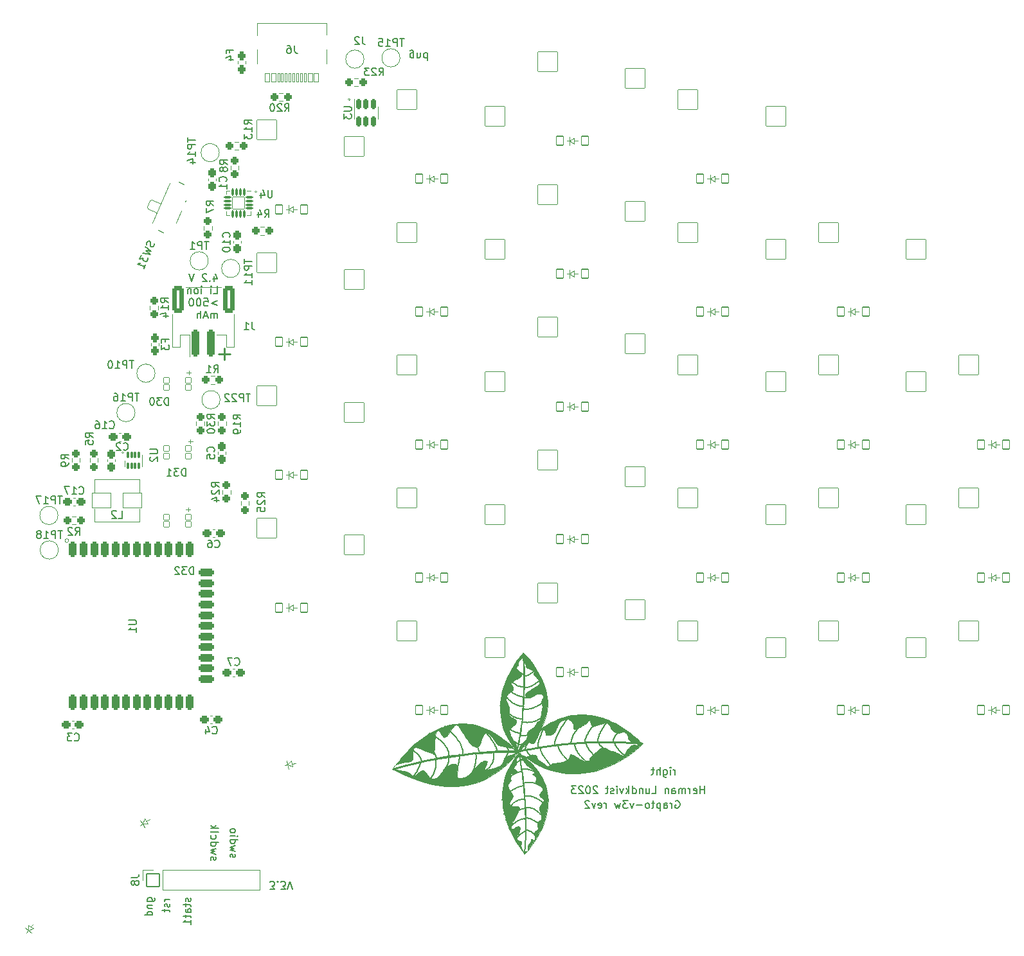
<source format=gbr>
%TF.GenerationSoftware,KiCad,Pcbnew,7.0.1*%
%TF.CreationDate,2023-03-18T23:25:57+01:00*%
%TF.ProjectId,grapto-v3w-right,67726170-746f-42d7-9633-772d72696768,v1.0.0*%
%TF.SameCoordinates,Original*%
%TF.FileFunction,Legend,Bot*%
%TF.FilePolarity,Positive*%
%FSLAX46Y46*%
G04 Gerber Fmt 4.6, Leading zero omitted, Abs format (unit mm)*
G04 Created by KiCad (PCBNEW 7.0.1) date 2023-03-18 23:25:57*
%MOMM*%
%LPD*%
G01*
G04 APERTURE LIST*
G04 Aperture macros list*
%AMRoundRect*
0 Rectangle with rounded corners*
0 $1 Rounding radius*
0 $2 $3 $4 $5 $6 $7 $8 $9 X,Y pos of 4 corners*
0 Add a 4 corners polygon primitive as box body*
4,1,4,$2,$3,$4,$5,$6,$7,$8,$9,$2,$3,0*
0 Add four circle primitives for the rounded corners*
1,1,$1+$1,$2,$3*
1,1,$1+$1,$4,$5*
1,1,$1+$1,$6,$7*
1,1,$1+$1,$8,$9*
0 Add four rect primitives between the rounded corners*
20,1,$1+$1,$2,$3,$4,$5,0*
20,1,$1+$1,$4,$5,$6,$7,0*
20,1,$1+$1,$6,$7,$8,$9,0*
20,1,$1+$1,$8,$9,$2,$3,0*%
G04 Aperture macros list end*
%ADD10C,0.152999*%
%ADD11C,0.087030*%
%ADD12C,0.067056*%
%ADD13C,0.115134*%
%ADD14C,0.067439*%
%ADD15C,0.239677*%
%ADD16C,0.184668*%
%ADD17C,0.120000*%
%ADD18C,0.088709*%
%ADD19C,0.089216*%
%ADD20C,0.185725*%
%ADD21C,0.150000*%
%ADD22C,0.250000*%
%ADD23C,0.100000*%
%ADD24RoundRect,0.050000X-0.450000X-0.600000X0.450000X-0.600000X0.450000X0.600000X-0.450000X0.600000X0*%
%ADD25RoundRect,0.050000X-0.060800X-0.747531X0.700606X-0.267677X0.060800X0.747531X-0.700606X0.267677X0*%
%ADD26C,1.801800*%
%ADD27C,3.100000*%
%ADD28C,3.529000*%
%ADD29RoundRect,0.050000X-1.300000X-1.300000X1.300000X-1.300000X1.300000X1.300000X-1.300000X1.300000X0*%
%ADD30RoundRect,0.050000X0.253960X-1.820853X1.820853X0.253960X-0.253960X1.820853X-1.820853X-0.253960X0*%
%ADD31RoundRect,0.050000X-1.014724X-1.533080X1.533080X-1.014724X1.014724X1.533080X-1.533080X1.014724X0*%
%ADD32RoundRect,0.050000X0.207610X-0.720693X0.749996X-0.002488X-0.207610X0.720693X-0.749996X0.002488X0*%
%ADD33RoundRect,0.050000X-0.406686X-1.792932X1.792932X-0.406686X0.406686X1.792932X-1.792932X0.406686X0*%
%ADD34RoundRect,0.050000X-0.321345X-0.677670X0.560587X-0.498239X0.321345X0.677670X-0.560587X0.498239X0*%
%ADD35C,2.100000*%
%ADD36RoundRect,0.287500X-0.237500X0.287500X-0.237500X-0.287500X0.237500X-0.287500X0.237500X0.287500X0*%
%ADD37RoundRect,0.300000X-0.250000X0.750000X-0.250000X-0.750000X0.250000X-0.750000X0.250000X0.750000X0*%
%ADD38RoundRect,0.300000X0.750000X0.250000X-0.750000X0.250000X-0.750000X-0.250000X0.750000X-0.250000X0*%
%ADD39RoundRect,0.300000X0.250000X-0.750000X0.250000X0.750000X-0.250000X0.750000X-0.250000X-0.750000X0*%
%ADD40RoundRect,0.287500X0.237500X-0.300000X0.237500X0.300000X-0.237500X0.300000X-0.237500X-0.300000X0*%
%ADD41RoundRect,0.287500X0.237500X-0.250000X0.237500X0.250000X-0.237500X0.250000X-0.237500X-0.250000X0*%
%ADD42RoundRect,0.287500X0.300000X0.237500X-0.300000X0.237500X-0.300000X-0.237500X0.300000X-0.237500X0*%
%ADD43RoundRect,0.050000X0.350000X-0.350000X0.350000X0.350000X-0.350000X0.350000X-0.350000X-0.350000X0*%
%ADD44RoundRect,0.287500X-0.237500X0.250000X-0.237500X-0.250000X0.237500X-0.250000X0.237500X0.250000X0*%
%ADD45RoundRect,0.200000X-0.150000X0.512500X-0.150000X-0.512500X0.150000X-0.512500X0.150000X0.512500X0*%
%ADD46RoundRect,0.050000X-0.850000X0.850000X-0.850000X-0.850000X0.850000X-0.850000X0.850000X0.850000X0*%
%ADD47O,1.800000X1.800000*%
%ADD48RoundRect,0.050000X0.091895X-0.800972X0.643413X0.485818X-0.091895X0.800972X-0.643413X-0.485818X0*%
%ADD49C,1.000000*%
%ADD50RoundRect,0.050000X0.761559X-0.761596X1.076712X-0.026288X-0.761559X0.761596X-1.076712X0.026288X0*%
%ADD51RoundRect,0.112500X-0.062500X0.337500X-0.062500X-0.337500X0.062500X-0.337500X0.062500X0.337500X0*%
%ADD52RoundRect,0.112500X0.375000X0.062500X-0.375000X0.062500X-0.375000X-0.062500X0.375000X-0.062500X0*%
%ADD53RoundRect,0.112500X0.062500X0.375000X-0.062500X0.375000X-0.062500X-0.375000X0.062500X-0.375000X0*%
%ADD54RoundRect,0.050000X0.800000X0.800000X-0.800000X0.800000X-0.800000X-0.800000X0.800000X-0.800000X0*%
%ADD55RoundRect,0.300000X-0.250000X-1.500000X0.250000X-1.500000X0.250000X1.500000X-0.250000X1.500000X0*%
%ADD56RoundRect,0.300001X-0.499999X-1.449999X0.499999X-1.449999X0.499999X1.449999X-0.499999X1.449999X0*%
%ADD57C,0.700000*%
%ADD58C,0.750000*%
%ADD59RoundRect,0.050000X-0.300000X-0.575000X0.300000X-0.575000X0.300000X0.575000X-0.300000X0.575000X0*%
%ADD60RoundRect,0.050000X-0.150000X-0.575000X0.150000X-0.575000X0.150000X0.575000X-0.150000X0.575000X0*%
%ADD61O,1.100000X1.700000*%
%ADD62O,1.100000X2.000000*%
%ADD63RoundRect,0.287500X0.250000X0.237500X-0.250000X0.237500X-0.250000X-0.237500X0.250000X-0.237500X0*%
%ADD64RoundRect,0.287500X-0.237500X0.300000X-0.237500X-0.300000X0.237500X-0.300000X0.237500X0.300000X0*%
%ADD65RoundRect,0.287500X-0.250000X-0.237500X0.250000X-0.237500X0.250000X0.237500X-0.250000X0.237500X0*%
%ADD66RoundRect,0.287500X-0.300000X-0.237500X0.300000X-0.237500X0.300000X0.237500X-0.300000X0.237500X0*%
%ADD67RoundRect,0.287500X0.237500X-0.287500X0.237500X0.287500X-0.237500X0.287500X-0.237500X-0.287500X0*%
%ADD68RoundRect,0.050000X1.250000X0.950000X-1.250000X0.950000X-1.250000X-0.950000X1.250000X-0.950000X0*%
G04 APERTURE END LIST*
D10*
X159632611Y-183958924D02*
X159572705Y-183971402D01*
X159839719Y-189424849D02*
X159848935Y-189389178D01*
X169675983Y-189159939D02*
X169726946Y-189214265D01*
X157637218Y-195404532D02*
X157498869Y-195527508D01*
X159572705Y-183971402D02*
X159500230Y-183980257D01*
D11*
X172657122Y-190295638D02*
X172735411Y-190364882D01*
D12*
X160669613Y-198912595D02*
X160754678Y-198955247D01*
D10*
X169605850Y-187601151D02*
X169658668Y-187485440D01*
D13*
X149173985Y-188078139D02*
X149241139Y-188058487D01*
X158308208Y-190244239D02*
X158205328Y-190288128D01*
X155914657Y-192064310D02*
X155766860Y-192112168D01*
D10*
X159180322Y-189059355D02*
X159205348Y-189051360D01*
D13*
X154432537Y-192332698D02*
X154423848Y-192321919D01*
D12*
X159680153Y-191190071D02*
X159706146Y-191206704D01*
D14*
X158699702Y-181226507D02*
X158513807Y-181125259D01*
D10*
X161635894Y-182080988D02*
X161765352Y-181954876D01*
D11*
X168173083Y-189689661D02*
X168225344Y-189766980D01*
X169982314Y-189411479D02*
X170050098Y-189450783D01*
D10*
X149688803Y-190949032D02*
X149692354Y-191001002D01*
D14*
X159881189Y-179967702D02*
X159918442Y-179962093D01*
D10*
X160174843Y-195816495D02*
X160251415Y-195821988D01*
D15*
X157805595Y-189884330D02*
X157639855Y-189879664D01*
D10*
X160106259Y-182901814D02*
X160178999Y-182891867D01*
D15*
X164176741Y-189041849D02*
X164880834Y-188968680D01*
D13*
X158222017Y-189635947D02*
X158298650Y-189687115D01*
D11*
X145242078Y-189962895D02*
X145133487Y-189881517D01*
D10*
X167829283Y-188925193D02*
X167845016Y-188997167D01*
X160178999Y-182891867D02*
X160256557Y-182877714D01*
D14*
X158499477Y-188730542D02*
X158469176Y-188702896D01*
D13*
X145187460Y-193135747D02*
X145143581Y-193156028D01*
D11*
X157479766Y-190007980D02*
X157480895Y-190027517D01*
D10*
X167625915Y-191104165D02*
X167780969Y-191239619D01*
X157477845Y-189992159D02*
X157479766Y-190007980D01*
D12*
X160255727Y-200379572D02*
X160305266Y-200399140D01*
D10*
X147527684Y-193240534D02*
X147413913Y-193457913D01*
D15*
X154017012Y-190086493D02*
X153552303Y-190134554D01*
D11*
X151393233Y-189299639D02*
X151339767Y-189172534D01*
D14*
X158909932Y-189078257D02*
X158917581Y-189081018D01*
X161264574Y-182393649D02*
X161385357Y-182299869D01*
D13*
X146724031Y-192809453D02*
X146627557Y-192683157D01*
D12*
X159324648Y-191025126D02*
X159346590Y-191031154D01*
D10*
X169453687Y-188010187D02*
X169483623Y-187916059D01*
X157100798Y-184534067D02*
X156950967Y-184392419D01*
D12*
X159832479Y-200464020D02*
X159826937Y-200461903D01*
D10*
X145519882Y-190199718D02*
X145434954Y-190122134D01*
D12*
X158933405Y-192658783D02*
X158831810Y-192685569D01*
D14*
X157796659Y-185088136D02*
X157665050Y-184996453D01*
D12*
X159654792Y-191174349D02*
X159680153Y-191190071D01*
D10*
X158954312Y-187513346D02*
X158839430Y-187495315D01*
X157468502Y-189519676D02*
X157445281Y-189484321D01*
D11*
X166296097Y-188876506D02*
X166296213Y-188954064D01*
D13*
X175194779Y-188951189D02*
X175194699Y-188951102D01*
X175194997Y-188951064D01*
X175194779Y-188951189D01*
G36*
X175194779Y-188951189D02*
G01*
X175194699Y-188951102D01*
X175194997Y-188951064D01*
X175194779Y-188951189D01*
G37*
D14*
X159082499Y-181378305D02*
X158986145Y-181348057D01*
D12*
X161386782Y-197847722D02*
X161503674Y-197943525D01*
D13*
X146266848Y-192435051D02*
X146225375Y-192440362D01*
D10*
X158916711Y-191217012D02*
X158894029Y-191230722D01*
D13*
X154470789Y-192356343D02*
X154456154Y-192349835D01*
X149107311Y-188080909D02*
X149173985Y-188078139D01*
D10*
X159368035Y-179722787D02*
X159330948Y-179699751D01*
X160936440Y-184157123D02*
X161067848Y-184100242D01*
X159552363Y-192268355D02*
X159600776Y-192263689D01*
D13*
X154666742Y-191219554D02*
X154567726Y-191184083D01*
D10*
X157940949Y-198320789D02*
X157807977Y-198427421D01*
X159278272Y-183980729D02*
X159207910Y-183973978D01*
X159815593Y-179973485D02*
X159846888Y-179971409D01*
D11*
X151035230Y-191418117D02*
X151007797Y-191523734D01*
X164259684Y-187296705D02*
X164410894Y-187025980D01*
D10*
X157479766Y-190007980D02*
X157480895Y-190027517D01*
X156004377Y-189577930D02*
X155975403Y-189498054D01*
D13*
X149731517Y-191775355D02*
X149653500Y-191830557D01*
D10*
X150792711Y-192089182D02*
X150731765Y-192207711D01*
D11*
X162000182Y-190173229D02*
X162110820Y-190374824D01*
D10*
X159388089Y-192595213D02*
X159267023Y-192603870D01*
X152275504Y-193698334D02*
X152121952Y-193934465D01*
X159551325Y-200576198D02*
X159515433Y-200599731D01*
D11*
X145065261Y-193205795D02*
X145006330Y-193259558D01*
D10*
X164259684Y-187296705D02*
X164410894Y-187025980D01*
X161857630Y-185587343D02*
X162037493Y-185469767D01*
X161238229Y-199255501D02*
X161346430Y-199335105D01*
X159287627Y-189020237D02*
X159317488Y-189007264D01*
X159205348Y-189051360D02*
X159231567Y-189042220D01*
D11*
X171631540Y-189018109D02*
X171644538Y-189048478D01*
D10*
X164130967Y-189291439D02*
X164139993Y-189335915D01*
D13*
X142810049Y-191661951D02*
X142896128Y-191619547D01*
X149444884Y-187913454D02*
X149582020Y-187760259D01*
D14*
X160523538Y-181351260D02*
X160611434Y-181309509D01*
X158438156Y-188673113D02*
X158406447Y-188641116D01*
D11*
X153305955Y-191035846D02*
X153291775Y-191159575D01*
D10*
X159735013Y-198834230D02*
X159644771Y-198828683D01*
X166469530Y-189630791D02*
X166512274Y-189722534D01*
D11*
X169360849Y-188459005D02*
X169367897Y-188398156D01*
D10*
X155979270Y-190045302D02*
X155990302Y-190039284D01*
D11*
X169780418Y-189263976D02*
X169834546Y-189308814D01*
D10*
X166266909Y-187544449D02*
X166324874Y-187447619D01*
X158664454Y-188856015D02*
X158639116Y-188839516D01*
X160144244Y-187762488D02*
X160259460Y-187729601D01*
X161519765Y-188783753D02*
X161540542Y-188695612D01*
D11*
X168530119Y-186805307D02*
X168635858Y-186656893D01*
D10*
X159816389Y-189652973D02*
X159815313Y-189635616D01*
D14*
X157888221Y-187090730D02*
X157772153Y-186997311D01*
D16*
X159732791Y-195958799D02*
X159789070Y-196877687D01*
D10*
X158676268Y-183832515D02*
X158571290Y-183786867D01*
X160690522Y-184248300D02*
X160810649Y-184206312D01*
X171659912Y-187876574D02*
X171703703Y-187821892D01*
D13*
X154468874Y-191170164D02*
X154369998Y-191176294D01*
D10*
X145963310Y-191533530D02*
X145954790Y-191567890D01*
X159826212Y-189489840D02*
X159832190Y-189458396D01*
X159936166Y-187812456D02*
X160036554Y-187789985D01*
X157628763Y-189898764D02*
X157626102Y-189882417D01*
X159463156Y-179777011D02*
X159434032Y-179761284D01*
X160921947Y-182618415D02*
X161032721Y-182552417D01*
D15*
X151471085Y-190381458D02*
X150340456Y-190537270D01*
D13*
X157968775Y-189506924D02*
X158056595Y-189546091D01*
X146225375Y-192440362D02*
X146182113Y-192451413D01*
D10*
X159972118Y-189078101D02*
X159999728Y-189024623D01*
X171382384Y-188435735D02*
X171391725Y-188397965D01*
D16*
X159856024Y-199951329D02*
X159834891Y-201072919D01*
D11*
X172055405Y-189680457D02*
X172101980Y-189735549D01*
D13*
X158399808Y-190198080D02*
X158308208Y-190244239D01*
D10*
X158092640Y-199625765D02*
X157860516Y-199845614D01*
D12*
X160936520Y-199057027D02*
X161033252Y-199116770D01*
D15*
X158598713Y-189968816D02*
X158543176Y-189956416D01*
D10*
X157909975Y-193239435D02*
X157827945Y-193330569D01*
X159343078Y-200722837D02*
X159292275Y-200761538D01*
X151058251Y-191315669D02*
X151035230Y-191418117D01*
X148084039Y-190816788D02*
X148069083Y-190736435D01*
X161871428Y-198295960D02*
X161999228Y-198436835D01*
D11*
X150847234Y-191972078D02*
X150792711Y-192089182D01*
X170480094Y-186208249D02*
X170616803Y-186040692D01*
D12*
X158681424Y-191402382D02*
X158651403Y-191432805D01*
D10*
X169652022Y-189131128D02*
X169675983Y-189159939D01*
D14*
X160800068Y-187536842D02*
X160956274Y-187471522D01*
D10*
X159740296Y-179972616D02*
X159787359Y-179974198D01*
D12*
X158620716Y-191465490D02*
X158589393Y-191500520D01*
D10*
X169982314Y-189411479D02*
X170050098Y-189450783D01*
D11*
X145934646Y-191322977D02*
X145936682Y-191322716D01*
D13*
X153069916Y-189288262D02*
X153166855Y-189327172D01*
D10*
X150212453Y-192932573D02*
X150097169Y-193052954D01*
D14*
X160690522Y-184248300D02*
X160810649Y-184206312D01*
D17*
X136746015Y-104020000D02*
G75*
G03*
X136746015Y-104020000I-136015J0D01*
G01*
D12*
X160303733Y-198769397D02*
X160368909Y-198789721D01*
D13*
X148975640Y-188029709D02*
X149041176Y-188065273D01*
X147728196Y-190288798D02*
X147757319Y-190179390D01*
D14*
X157772153Y-186997311D02*
X157672048Y-186904628D01*
D10*
X155955403Y-190052843D02*
X155962136Y-190051526D01*
X159085542Y-191146335D02*
X159060927Y-191152757D01*
D14*
X160921947Y-182618415D02*
X161032721Y-182552417D01*
D11*
X169571727Y-189005646D02*
X169589005Y-189038487D01*
X167940495Y-187763084D02*
X167992000Y-187664475D01*
D10*
X162577808Y-197063942D02*
X162756757Y-197228308D01*
X159669206Y-200506954D02*
X159643382Y-200520805D01*
X158688857Y-188870935D02*
X158664454Y-188856015D01*
X149673088Y-189992492D02*
X149643425Y-189900950D01*
D13*
X151299440Y-187068112D02*
X151432763Y-187280279D01*
D11*
X151592929Y-190195519D02*
X151587304Y-190075372D01*
D13*
X154464217Y-192054817D02*
X154495400Y-191977029D01*
D12*
X159436966Y-192291494D02*
X159470675Y-192282631D01*
D13*
X154487112Y-192361576D02*
X154470789Y-192356343D01*
D10*
X162031905Y-181666783D02*
X162168703Y-181503791D01*
D14*
X159601253Y-184348990D02*
X159666351Y-184363010D01*
D10*
X160251415Y-195821988D02*
X160333798Y-195831314D01*
X171391725Y-188397965D02*
X171403012Y-188358289D01*
X160208779Y-200363322D02*
X160255727Y-200379572D01*
D11*
X164733018Y-190376836D02*
X164829414Y-190498075D01*
D13*
X149376649Y-187974622D02*
X149444884Y-187913454D01*
D11*
X168563107Y-190197284D02*
X168647424Y-190291966D01*
D15*
X173724788Y-188801344D02*
X175220021Y-188905970D01*
D11*
X169377807Y-188331686D02*
X169390960Y-188259623D01*
D13*
X147295230Y-193441372D02*
X147228024Y-193394089D01*
D11*
X166011020Y-188064459D02*
X166043715Y-187985388D01*
D14*
X159317488Y-189007264D02*
X159348584Y-188992882D01*
D10*
X159054630Y-189086942D02*
X159072718Y-189084442D01*
D11*
X161469477Y-189404340D02*
X161465540Y-189385032D01*
D10*
X160755246Y-197464343D02*
X160851473Y-197508031D01*
D11*
X148031230Y-191566591D02*
X148024077Y-191697147D01*
D12*
X159188737Y-191006149D02*
X159201969Y-191006305D01*
D13*
X148645768Y-192920519D02*
X148517647Y-193060252D01*
X158498428Y-189868459D02*
X158553365Y-189938986D01*
D10*
X160660935Y-186075713D02*
X160934773Y-186007539D01*
D13*
X156048194Y-192015813D02*
X155914657Y-192064310D01*
D10*
X160934773Y-186007539D02*
X161192907Y-185919745D01*
X158725436Y-201298355D02*
X158689191Y-201344950D01*
D11*
X166616847Y-189917829D02*
X166679481Y-190021180D01*
D10*
X145393725Y-192779743D02*
X145333372Y-192871663D01*
D13*
X145022974Y-193185778D02*
X144986981Y-193183725D01*
D10*
X158997493Y-191175873D02*
X158978850Y-191184265D01*
X167663870Y-188680797D02*
X167662030Y-188660639D01*
X149677125Y-190855077D02*
X149688803Y-190949032D01*
D13*
X142370538Y-192232886D02*
X142395315Y-192134646D01*
X154434804Y-187589434D02*
X154478641Y-187559134D01*
D15*
X150338592Y-190518795D02*
X149144738Y-190702217D01*
D10*
X159509069Y-192274793D02*
X159552363Y-192268355D01*
D11*
X153320494Y-190622211D02*
X153322058Y-190713287D01*
X153291775Y-191159575D02*
X153272251Y-191291291D01*
D10*
X171863204Y-189429075D02*
X171895505Y-189474692D01*
X159249866Y-187832550D02*
X159284697Y-187841226D01*
X166528977Y-187141063D02*
X166607738Y-187033749D01*
D11*
X161477071Y-189008774D02*
X161488287Y-188940096D01*
X161705102Y-188145664D02*
X161751949Y-188012156D01*
D15*
X155601956Y-189949518D02*
X155245047Y-189976060D01*
D10*
X155663449Y-190168461D02*
X155673726Y-190324691D01*
D12*
X160831217Y-195953060D02*
X160947474Y-195995954D01*
D13*
X150841735Y-186479869D02*
X150901504Y-186532885D01*
X150130673Y-186959289D02*
X150265478Y-186772891D01*
D11*
X163655507Y-189028284D02*
X163672930Y-188887046D01*
X165981845Y-188140334D02*
X166011020Y-188064459D01*
D10*
X171359049Y-188688772D02*
X171357558Y-188658464D01*
D18*
X159545968Y-190589554D02*
X160110256Y-191059984D01*
X160612201Y-191536435D01*
X161054483Y-192017805D01*
X161439781Y-192502990D01*
X161770773Y-192990887D01*
X162050140Y-193480392D01*
X162280561Y-193970402D01*
X162464714Y-194459814D01*
X162605279Y-194947525D01*
X162704936Y-195432431D01*
X162766363Y-195913428D01*
X162792240Y-196389414D01*
X162785245Y-196859286D01*
X162748059Y-197321938D01*
X162683360Y-197776270D01*
X162593828Y-198221176D01*
X162482142Y-198655554D01*
X162350981Y-199078301D01*
X162203024Y-199488313D01*
X162040951Y-199884486D01*
X161867441Y-200265718D01*
X161496827Y-200978944D01*
X161112615Y-201619164D01*
X160736239Y-202177550D01*
X160389134Y-202645277D01*
X160092732Y-203013518D01*
X160093462Y-203011736D01*
X160094218Y-203009992D01*
X160095770Y-203006527D01*
X160096544Y-203004764D01*
X160097303Y-203002953D01*
X160098036Y-203001071D01*
X160098733Y-202999098D01*
X160108529Y-202964600D01*
X160116385Y-202929502D01*
X160122534Y-202893868D01*
X160127208Y-202857760D01*
X160130639Y-202821240D01*
X160133061Y-202784369D01*
X160135803Y-202709827D01*
X160139396Y-202559277D01*
X160141256Y-202521697D01*
X160143966Y-202484264D01*
X160147757Y-202447041D01*
X160152864Y-202410090D01*
X160158284Y-202381539D01*
X160165187Y-202354324D01*
X160173465Y-202328359D01*
X160183008Y-202303561D01*
X160193708Y-202279843D01*
X160205458Y-202257120D01*
X160218147Y-202235307D01*
X160231668Y-202214319D01*
X160245913Y-202194071D01*
X160260771Y-202174477D01*
X160291899Y-202136912D01*
X160324183Y-202100943D01*
X160356754Y-202065888D01*
X160388746Y-202031065D01*
X160419288Y-201995794D01*
X160433745Y-201977777D01*
X160447514Y-201959393D01*
X160460487Y-201940555D01*
X160472555Y-201921179D01*
X160483610Y-201901180D01*
X160493543Y-201880472D01*
X160502245Y-201858970D01*
X160509609Y-201836590D01*
X160515525Y-201813245D01*
X160519885Y-201788851D01*
X160522581Y-201763323D01*
X160523503Y-201736575D01*
X160523999Y-201719252D01*
X160525493Y-201695013D01*
X160527993Y-201666373D01*
X160531507Y-201635850D01*
X160533647Y-201620668D01*
X160536043Y-201605958D01*
X160538698Y-201592035D01*
X160541611Y-201579214D01*
X160544785Y-201567809D01*
X160548219Y-201558134D01*
X160551915Y-201550504D01*
X160553862Y-201547554D01*
X160555875Y-201545233D01*
X160568377Y-201535086D01*
X160581650Y-201528042D01*
X160595638Y-201523844D01*
X160610289Y-201522236D01*
X160625549Y-201522961D01*
X160641364Y-201525763D01*
X160657681Y-201530386D01*
X160674445Y-201536571D01*
X160709101Y-201552607D01*
X160744903Y-201571818D01*
X160781422Y-201592153D01*
X160818228Y-201611557D01*
X160854891Y-201627979D01*
X160873035Y-201634430D01*
X160890982Y-201639366D01*
X160908679Y-201642530D01*
X160926071Y-201643666D01*
X160943105Y-201642517D01*
X160959728Y-201638826D01*
X160975885Y-201632337D01*
X160991524Y-201622793D01*
X161006589Y-201609938D01*
X161021029Y-201593515D01*
X161034788Y-201573267D01*
X161047813Y-201548939D01*
X161060050Y-201520273D01*
X161071446Y-201487013D01*
X161076334Y-201468891D01*
X161080226Y-201449728D01*
X161085241Y-201408544D01*
X161086932Y-201363990D01*
X161085742Y-201316595D01*
X161082110Y-201266888D01*
X161076479Y-201215395D01*
X161060985Y-201109168D01*
X161025419Y-200898542D01*
X161018148Y-200849349D01*
X161012408Y-200802597D01*
X161008641Y-200758815D01*
X161007287Y-200718531D01*
X161008253Y-200679982D01*
X161011081Y-200644830D01*
X161015668Y-200612883D01*
X161021909Y-200583948D01*
X161029701Y-200557831D01*
X161038938Y-200534339D01*
X161049519Y-200513280D01*
X161061337Y-200494459D01*
X161074291Y-200477685D01*
X161088274Y-200462763D01*
X161103184Y-200449500D01*
X161118916Y-200437704D01*
X161135367Y-200427182D01*
X161152432Y-200417740D01*
X161187989Y-200401323D01*
X161261899Y-200372956D01*
X161298589Y-200357914D01*
X161316503Y-200349503D01*
X161333991Y-200340241D01*
X161350950Y-200329935D01*
X161367275Y-200318392D01*
X161382863Y-200305418D01*
X161397609Y-200290820D01*
X161411409Y-200274406D01*
X161424160Y-200255982D01*
X161435756Y-200235355D01*
X161446096Y-200212332D01*
X161449274Y-200201287D01*
X161451076Y-200187835D01*
X161451000Y-200154203D01*
X161446755Y-200112425D01*
X161439231Y-200063489D01*
X161394108Y-199815950D01*
X161383515Y-199746061D01*
X161374973Y-199674948D01*
X161369373Y-199603600D01*
X161367602Y-199533005D01*
X161370549Y-199464154D01*
X161379102Y-199398034D01*
X161385760Y-199366307D01*
X161394152Y-199335635D01*
X161404390Y-199306139D01*
X161416585Y-199277945D01*
X161424956Y-199262289D01*
X161434540Y-199247497D01*
X161445259Y-199233495D01*
X161457033Y-199220210D01*
X161469786Y-199207569D01*
X161483438Y-199195498D01*
X161513129Y-199172775D01*
X161545481Y-199151454D01*
X161579869Y-199130949D01*
X161652247Y-199090044D01*
X161688988Y-199068471D01*
X161725261Y-199045370D01*
X161760443Y-199020154D01*
X161777428Y-199006570D01*
X161793906Y-198992238D01*
X161809799Y-198977083D01*
X161825027Y-198961034D01*
X161839513Y-198944017D01*
X161853178Y-198925958D01*
X161865945Y-198906784D01*
X161877735Y-198886422D01*
X161888470Y-198864799D01*
X161898072Y-198841841D01*
X161899106Y-198839438D01*
X161900400Y-198836942D01*
X161901929Y-198834362D01*
X161903670Y-198831711D01*
X161907688Y-198826238D01*
X161912261Y-198820613D01*
X161917194Y-198814925D01*
X161922295Y-198809262D01*
X161932223Y-198798373D01*
X161936664Y-198793325D01*
X161940497Y-198788660D01*
X161943529Y-198784468D01*
X161944684Y-198782577D01*
X161945566Y-198780837D01*
X161946151Y-198779261D01*
X161946414Y-198777858D01*
X161946332Y-198776641D01*
X161945881Y-198775620D01*
X161945035Y-198774806D01*
X161943771Y-198774211D01*
X161942065Y-198773846D01*
X161939893Y-198773722D01*
X161937777Y-198772613D01*
X161935933Y-198769375D01*
X161932990Y-198757047D01*
X161930921Y-198737808D01*
X161929584Y-198712726D01*
X161928529Y-198649312D01*
X161928679Y-198575359D01*
X161928888Y-198499422D01*
X161928010Y-198430055D01*
X161926804Y-198400509D01*
X161924897Y-198375812D01*
X161922145Y-198357036D01*
X161918405Y-198345248D01*
X161886673Y-198277936D01*
X161843508Y-198173998D01*
X161794168Y-198045545D01*
X161743910Y-197904690D01*
X161697992Y-197763543D01*
X161678303Y-197696645D01*
X161661671Y-197634216D01*
X161648753Y-197577770D01*
X161640205Y-197528822D01*
X161636686Y-197488884D01*
X161637017Y-197472767D01*
X161638852Y-197459471D01*
X161656310Y-197385643D01*
X161683666Y-197289861D01*
X161702125Y-197234760D01*
X161724342Y-197175399D01*
X161750743Y-197112185D01*
X161781757Y-197045530D01*
X161817811Y-196975841D01*
X161859333Y-196903528D01*
X161906750Y-196829001D01*
X161960489Y-196752668D01*
X162020979Y-196674939D01*
X162088647Y-196596224D01*
X162163921Y-196516930D01*
X162247228Y-196437468D01*
X162263898Y-196420015D01*
X162275673Y-196402518D01*
X162282822Y-196384956D01*
X162285611Y-196367310D01*
X162284308Y-196349559D01*
X162279181Y-196331685D01*
X162270497Y-196313667D01*
X162258523Y-196295485D01*
X162243528Y-196277119D01*
X162225778Y-196258549D01*
X162183085Y-196220721D01*
X162132583Y-196181839D01*
X162076414Y-196141746D01*
X161955632Y-196057288D01*
X161895299Y-196012606D01*
X161837858Y-195966076D01*
X161785449Y-195917539D01*
X161761801Y-195892469D01*
X161740212Y-195866837D01*
X161720952Y-195840624D01*
X161704287Y-195813810D01*
X161690486Y-195786375D01*
X161679814Y-195758299D01*
X161673420Y-195731101D01*
X161670999Y-195702936D01*
X161672274Y-195673876D01*
X161676967Y-195643993D01*
X161684801Y-195613358D01*
X161695498Y-195582043D01*
X161708779Y-195550119D01*
X161724368Y-195517659D01*
X161761358Y-195451418D01*
X161804246Y-195383892D01*
X161898828Y-195247282D01*
X161946080Y-195179347D01*
X161990344Y-195112423D01*
X162029399Y-195047085D01*
X162046279Y-195015190D01*
X162061023Y-194983907D01*
X162073355Y-194953308D01*
X162082995Y-194923464D01*
X162089667Y-194894446D01*
X162093094Y-194866328D01*
X162092996Y-194839180D01*
X162089097Y-194813074D01*
X162081119Y-194788083D01*
X162068784Y-194764277D01*
X162050187Y-194737567D01*
X162028720Y-194711661D01*
X162004597Y-194686500D01*
X161978033Y-194662024D01*
X161949244Y-194638175D01*
X161918444Y-194614893D01*
X161851675Y-194569794D01*
X161779448Y-194526254D01*
X161703483Y-194483802D01*
X161547226Y-194400265D01*
X161470376Y-194358235D01*
X161396676Y-194315401D01*
X161327844Y-194271289D01*
X161265604Y-194225426D01*
X161237494Y-194201691D01*
X161211677Y-194177340D01*
X161188368Y-194152316D01*
X161167783Y-194126558D01*
X161150137Y-194100008D01*
X161135644Y-194072607D01*
X161124521Y-194044295D01*
X161116982Y-194015013D01*
X161114736Y-193998965D01*
X161113847Y-193981910D01*
X161114225Y-193963930D01*
X161115781Y-193945106D01*
X161122065Y-193905256D01*
X161131976Y-193863015D01*
X161144795Y-193819039D01*
X161159799Y-193773982D01*
X161193478Y-193683251D01*
X161227245Y-193596064D01*
X161242357Y-193555438D01*
X161255328Y-193517665D01*
X161265436Y-193483398D01*
X161271959Y-193453295D01*
X161273651Y-193440009D01*
X161274176Y-193428009D01*
X161273445Y-193417378D01*
X161271367Y-193408198D01*
X161264909Y-193391122D01*
X161256959Y-193374331D01*
X161247600Y-193357817D01*
X161236916Y-193341569D01*
X161224989Y-193325579D01*
X161211904Y-193309837D01*
X161182588Y-193279060D01*
X161149635Y-193249164D01*
X161113710Y-193220074D01*
X161075479Y-193191716D01*
X161035607Y-193164015D01*
X160873031Y-193058290D01*
X160834943Y-193032756D01*
X160799209Y-193007432D01*
X160766495Y-192982242D01*
X160737466Y-192957114D01*
X160731963Y-192950045D01*
X160729917Y-192942479D01*
X160731093Y-192934439D01*
X160735253Y-192925952D01*
X160742161Y-192917042D01*
X160751582Y-192907735D01*
X160777015Y-192888031D01*
X160809659Y-192867041D01*
X160847625Y-192844968D01*
X160931959Y-192798381D01*
X160974545Y-192774272D01*
X161014889Y-192749889D01*
X161051101Y-192725434D01*
X161081290Y-192701109D01*
X161093535Y-192689058D01*
X161103565Y-192677116D01*
X161111145Y-192665308D01*
X161116036Y-192653658D01*
X161118004Y-192642193D01*
X161116812Y-192630938D01*
X161112223Y-192619917D01*
X161104001Y-192609156D01*
X161047768Y-192556715D01*
X160969873Y-192493106D01*
X160763140Y-192337354D01*
X160511881Y-192151843D01*
X160244175Y-191946515D01*
X160112930Y-191839527D01*
X159988102Y-191731313D01*
X159873201Y-191623117D01*
X159771739Y-191516180D01*
X159727143Y-191463573D01*
X159687224Y-191411746D01*
X159652418Y-191360856D01*
X159623166Y-191311058D01*
X159599905Y-191262507D01*
X159583076Y-191215359D01*
X159573115Y-191169768D01*
X159570462Y-191125891D01*
X159239198Y-190788744D01*
X159238664Y-190746363D01*
X159234813Y-190708458D01*
X159227846Y-190674898D01*
X159217964Y-190645548D01*
X159205367Y-190620277D01*
X159190258Y-190598950D01*
X159172836Y-190581437D01*
X159153302Y-190567602D01*
X159131858Y-190557315D01*
X159108705Y-190550441D01*
X159084043Y-190546848D01*
X159058074Y-190546403D01*
X159030998Y-190548973D01*
X159003016Y-190554425D01*
X158974329Y-190562627D01*
X158945138Y-190573445D01*
X158915645Y-190586747D01*
X158886050Y-190602399D01*
X158856553Y-190620269D01*
X158827357Y-190640224D01*
X158798661Y-190662131D01*
X158770667Y-190685857D01*
X158743576Y-190711270D01*
X158717589Y-190738236D01*
X158692906Y-190766622D01*
X158669729Y-190796296D01*
X158648259Y-190827124D01*
X158628696Y-190858975D01*
X158611241Y-190891714D01*
X158596096Y-190925209D01*
X158583461Y-190959328D01*
X158573537Y-190993937D01*
X158571097Y-191007033D01*
X158569594Y-191022217D01*
X158569099Y-191058232D01*
X158571465Y-191100755D01*
X158576104Y-191148561D01*
X158589849Y-191255111D01*
X158605629Y-191368073D01*
X158618740Y-191477634D01*
X158622825Y-191528074D01*
X158624479Y-191573984D01*
X158623114Y-191614138D01*
X158621116Y-191631674D01*
X158618142Y-191647311D01*
X158614120Y-191660895D01*
X158608975Y-191672275D01*
X158602635Y-191681295D01*
X158595025Y-191687804D01*
X158576136Y-191700937D01*
X158552296Y-191719692D01*
X158524571Y-191743402D01*
X158494029Y-191771401D01*
X158461735Y-191803022D01*
X158428758Y-191837599D01*
X158396162Y-191874466D01*
X158365015Y-191912957D01*
X158336384Y-191952404D01*
X158311334Y-191992143D01*
X158300486Y-192011913D01*
X158290934Y-192031506D01*
X158282810Y-192050839D01*
X158276249Y-192069827D01*
X158271383Y-192088389D01*
X158268346Y-192106441D01*
X158267271Y-192123899D01*
X158268291Y-192140680D01*
X158271541Y-192156701D01*
X158277152Y-192171878D01*
X158285259Y-192186129D01*
X158295995Y-192199370D01*
X158567698Y-192415383D01*
X158582812Y-192431315D01*
X158596846Y-192447751D01*
X158609657Y-192464726D01*
X158621100Y-192482279D01*
X158631034Y-192500443D01*
X158639314Y-192519257D01*
X158645796Y-192538756D01*
X158650338Y-192558976D01*
X158652796Y-192579955D01*
X158653027Y-192601727D01*
X158650887Y-192624330D01*
X158646233Y-192647799D01*
X158638921Y-192672172D01*
X158628808Y-192697484D01*
X158615751Y-192723771D01*
X158599607Y-192751070D01*
X158590699Y-192763003D01*
X158579840Y-192774071D01*
X158567147Y-192784314D01*
X158552739Y-192793768D01*
X158536735Y-192802474D01*
X158519252Y-192810468D01*
X158480328Y-192824477D01*
X158436916Y-192836103D01*
X158389964Y-192845652D01*
X158340422Y-192853430D01*
X158289238Y-192859744D01*
X158185741Y-192869208D01*
X158087062Y-192876497D01*
X158000792Y-192884065D01*
X157964682Y-192888721D01*
X157934522Y-192894366D01*
X157901402Y-192904253D01*
X157872540Y-192917364D01*
X157847710Y-192933497D01*
X157826686Y-192952450D01*
X157809245Y-192974018D01*
X157795161Y-192997999D01*
X157784210Y-193024190D01*
X157776167Y-193052388D01*
X157770807Y-193082390D01*
X157767905Y-193113993D01*
X157767237Y-193146995D01*
X157768577Y-193181191D01*
X157776383Y-193252359D01*
X157789526Y-193325872D01*
X157806206Y-193400108D01*
X157824625Y-193473442D01*
X157859487Y-193610912D01*
X157872332Y-193671801D01*
X157879722Y-193725294D01*
X157880809Y-193748759D01*
X157879858Y-193769768D01*
X157876644Y-193788115D01*
X157870942Y-193803599D01*
X157854185Y-193834272D01*
X157835069Y-193864774D01*
X157813978Y-193895138D01*
X157791297Y-193925397D01*
X157767412Y-193955586D01*
X157742707Y-193985737D01*
X157692377Y-194046060D01*
X157643386Y-194106635D01*
X157620356Y-194137102D01*
X157598815Y-194167731D01*
X157579149Y-194198558D01*
X157561743Y-194229615D01*
X157554008Y-194245241D01*
X157546981Y-194260936D01*
X157540712Y-194276706D01*
X157535249Y-194292555D01*
X157525547Y-194327992D01*
X157518556Y-194364340D01*
X157514162Y-194401512D01*
X157512250Y-194439420D01*
X157512705Y-194477974D01*
X157515413Y-194517085D01*
X157520258Y-194556666D01*
X157527126Y-194596628D01*
X157535903Y-194636882D01*
X157546472Y-194677339D01*
X157572532Y-194758508D01*
X157604388Y-194839428D01*
X157641121Y-194919389D01*
X157681815Y-194997682D01*
X157725549Y-195073598D01*
X157771407Y-195146429D01*
X157818470Y-195215465D01*
X157865820Y-195279998D01*
X157912539Y-195339318D01*
X157957708Y-195392717D01*
X158000409Y-195439486D01*
X158012248Y-195452744D01*
X158023796Y-195467314D01*
X158045884Y-195500024D01*
X158066404Y-195536884D01*
X158085085Y-195577165D01*
X158101656Y-195620133D01*
X158115848Y-195665058D01*
X158127390Y-195711208D01*
X158136012Y-195757851D01*
X158141444Y-195804257D01*
X158143416Y-195849694D01*
X158143019Y-195871820D01*
X158141656Y-195893430D01*
X158139293Y-195914432D01*
X158135896Y-195934734D01*
X158131431Y-195954245D01*
X158125865Y-195972874D01*
X158119163Y-195990529D01*
X158111292Y-196007119D01*
X158102218Y-196022553D01*
X158091907Y-196036738D01*
X158080326Y-196049584D01*
X158067441Y-196060999D01*
X158053202Y-196076070D01*
X158033264Y-196102813D01*
X158008617Y-196139643D01*
X157980251Y-196184980D01*
X157916331Y-196294841D01*
X157849429Y-196419737D01*
X157817337Y-196483867D01*
X157787473Y-196547009D01*
X157760826Y-196607579D01*
X157738389Y-196663996D01*
X157721152Y-196714677D01*
X157710106Y-196758040D01*
X157707214Y-196776483D01*
X157706241Y-196792502D01*
X157707312Y-196805901D01*
X157710549Y-196816481D01*
X157745553Y-196883172D01*
X157782683Y-196942151D01*
X157821757Y-196993875D01*
X157862596Y-197038795D01*
X157905017Y-197077366D01*
X157948839Y-197110043D01*
X157993881Y-197137279D01*
X158039963Y-197159528D01*
X158086902Y-197177244D01*
X158134518Y-197190881D01*
X158182630Y-197200893D01*
X158231056Y-197207734D01*
X158279615Y-197211859D01*
X158328126Y-197213720D01*
X158424280Y-197212470D01*
X158608040Y-197202789D01*
X158692748Y-197201622D01*
X158732675Y-197203546D01*
X158770742Y-197207746D01*
X158806768Y-197214677D01*
X158840572Y-197224794D01*
X158871973Y-197238549D01*
X158900790Y-197256396D01*
X158926841Y-197278791D01*
X158949945Y-197306186D01*
X158969921Y-197339036D01*
X158986589Y-197377795D01*
X158992197Y-197405357D01*
X158992090Y-197439716D01*
X158986604Y-197480446D01*
X158976075Y-197527120D01*
X158941242Y-197636591D01*
X158890286Y-197764717D01*
X158825906Y-197908084D01*
X158750797Y-198063279D01*
X158579183Y-198395499D01*
X158225883Y-199051678D01*
X158087349Y-199321022D01*
X158037050Y-199429060D01*
X158002992Y-199514792D01*
X157985402Y-199579133D01*
X157974576Y-199627685D01*
X157963693Y-199684120D01*
X157953729Y-199746157D01*
X157945655Y-199811518D01*
X157940446Y-199877923D01*
X157939076Y-199943094D01*
X157942519Y-200004750D01*
X157946349Y-200033547D01*
X157951748Y-200060612D01*
X157958836Y-200085658D01*
X157967736Y-200108401D01*
X157978570Y-200128556D01*
X157991458Y-200145838D01*
X158006524Y-200159963D01*
X158023888Y-200170644D01*
X158043672Y-200177598D01*
X158065998Y-200180539D01*
X158090988Y-200179182D01*
X158118763Y-200173244D01*
X158149445Y-200162437D01*
X158183156Y-200146479D01*
X158244666Y-200112382D01*
X158305998Y-200075990D01*
X158428728Y-200000914D01*
X158490428Y-199964525D01*
X158521428Y-199947121D01*
X158552553Y-199930434D01*
X158583822Y-199914609D01*
X158615253Y-199899788D01*
X158646865Y-199886116D01*
X158678678Y-199873736D01*
X158763278Y-199846944D01*
X158836815Y-199832222D01*
X158899842Y-199828852D01*
X158952912Y-199836114D01*
X158996576Y-199853288D01*
X159031387Y-199879654D01*
X159057898Y-199914492D01*
X159076661Y-199957084D01*
X159088228Y-200006708D01*
X159093153Y-200062646D01*
X159091986Y-200124177D01*
X159085281Y-200190583D01*
X159057466Y-200335137D01*
X159014126Y-200490550D01*
X158959681Y-200651065D01*
X158898551Y-200810924D01*
X158773911Y-201105645D01*
X158675561Y-201328650D01*
X158647293Y-201398865D01*
X158638856Y-201433878D01*
X158647881Y-201469053D01*
X158660613Y-201500545D01*
X158676743Y-201528653D01*
X158695963Y-201553674D01*
X158717965Y-201575907D01*
X158742440Y-201595650D01*
X158769080Y-201613199D01*
X158797577Y-201628854D01*
X158827622Y-201642912D01*
X158858907Y-201655671D01*
X158923965Y-201678482D01*
X159055396Y-201721620D01*
X159116836Y-201746714D01*
X159145408Y-201761184D01*
X159172138Y-201777334D01*
X159196716Y-201795461D01*
X159218835Y-201815863D01*
X159238185Y-201838839D01*
X159254460Y-201864686D01*
X159267350Y-201893701D01*
X159276547Y-201926183D01*
X159281743Y-201962430D01*
X159282630Y-202002739D01*
X159278899Y-202047409D01*
X159270242Y-202096737D01*
X159256351Y-202151020D01*
X159236917Y-202210558D01*
X159226282Y-202244315D01*
X159218431Y-202278188D01*
X159213230Y-202312152D01*
X159210546Y-202346183D01*
X159210244Y-202380258D01*
X159212193Y-202414353D01*
X159216257Y-202448443D01*
X159222304Y-202482506D01*
X159230199Y-202516517D01*
X159239811Y-202550452D01*
X159251004Y-202584287D01*
X159263645Y-202617998D01*
X159292739Y-202684954D01*
X159326024Y-202751129D01*
X159362432Y-202816331D01*
X159400895Y-202880370D01*
X159479712Y-203004190D01*
X159553930Y-203121061D01*
X159586644Y-203176412D01*
X159615003Y-203229453D01*
X159634559Y-203271210D01*
X159646163Y-203295152D01*
X159652225Y-203306763D01*
X159658383Y-203317705D01*
X159664583Y-203327654D01*
X159670766Y-203336291D01*
X159673835Y-203340016D01*
X159676878Y-203343292D01*
X159679889Y-203346079D01*
X159682860Y-203348337D01*
X159685786Y-203350024D01*
X159688658Y-203351102D01*
X159691469Y-203351529D01*
X159694213Y-203351266D01*
X159696883Y-203350273D01*
X159699471Y-203348508D01*
X159701970Y-203345932D01*
X159704373Y-203342505D01*
X159706152Y-203339024D01*
X159707530Y-203335123D01*
X159708539Y-203330825D01*
X159709210Y-203326155D01*
X159709658Y-203315788D01*
X159709119Y-203304210D01*
X159707839Y-203291607D01*
X159706064Y-203278165D01*
X159702005Y-203249514D01*
X159700212Y-203234678D01*
X159698905Y-203219751D01*
X159698327Y-203204919D01*
X159698725Y-203190369D01*
X159699366Y-203183258D01*
X159700344Y-203176288D01*
X159701687Y-203169482D01*
X159703428Y-203162863D01*
X159705596Y-203156455D01*
X159708223Y-203150281D01*
X159711339Y-203144364D01*
X159714974Y-203138728D01*
X159722035Y-203129711D01*
X159729584Y-203121753D01*
X159737593Y-203114793D01*
X159746033Y-203108770D01*
X159754875Y-203103623D01*
X159764092Y-203099291D01*
X159773655Y-203095714D01*
X159783535Y-203092832D01*
X159793704Y-203090584D01*
X159804133Y-203088908D01*
X159825659Y-203087034D01*
X159847884Y-203086724D01*
X159870580Y-203087494D01*
X159916477Y-203090330D01*
X159939221Y-203091427D01*
X159961526Y-203091662D01*
X159983162Y-203090550D01*
X159993659Y-203089338D01*
X160003904Y-203087607D01*
X160013867Y-203085297D01*
X160023521Y-203082348D01*
X160032837Y-203078697D01*
X160041787Y-203074286D01*
X160004682Y-203117851D01*
X159969386Y-203158891D01*
X159904545Y-203233236D01*
X159847909Y-203297007D01*
X159800124Y-203349888D01*
X159761835Y-203391566D01*
X159733686Y-203421725D01*
X159710393Y-203446230D01*
X159458845Y-203138876D01*
X158840858Y-202273515D01*
X158458506Y-201658162D01*
X158061412Y-200935202D01*
X157675199Y-200115268D01*
X157325491Y-199208991D01*
X157037909Y-198227004D01*
X156925423Y-197710941D01*
X156838077Y-197179937D01*
X156779074Y-196635321D01*
X156751617Y-196078422D01*
X156758908Y-195510570D01*
X156804152Y-194933092D01*
X156890550Y-194347318D01*
X157021305Y-193754578D01*
X157199620Y-193156199D01*
X157428698Y-192553512D01*
X157711743Y-191947844D01*
X158051956Y-191340525D01*
X158452540Y-190732884D01*
X158916684Y-190126269D01*
X159545968Y-190589554D01*
G36*
X159545968Y-190589554D02*
G01*
X160110256Y-191059984D01*
X160612201Y-191536435D01*
X161054483Y-192017805D01*
X161439781Y-192502990D01*
X161770773Y-192990887D01*
X162050140Y-193480392D01*
X162280561Y-193970402D01*
X162464714Y-194459814D01*
X162605279Y-194947525D01*
X162704936Y-195432431D01*
X162766363Y-195913428D01*
X162792240Y-196389414D01*
X162785245Y-196859286D01*
X162748059Y-197321938D01*
X162683360Y-197776270D01*
X162593828Y-198221176D01*
X162482142Y-198655554D01*
X162350981Y-199078301D01*
X162203024Y-199488313D01*
X162040951Y-199884486D01*
X161867441Y-200265718D01*
X161496827Y-200978944D01*
X161112615Y-201619164D01*
X160736239Y-202177550D01*
X160389134Y-202645277D01*
X160092732Y-203013518D01*
X160093462Y-203011736D01*
X160094218Y-203009992D01*
X160095770Y-203006527D01*
X160096544Y-203004764D01*
X160097303Y-203002953D01*
X160098036Y-203001071D01*
X160098733Y-202999098D01*
X160108529Y-202964600D01*
X160116385Y-202929502D01*
X160122534Y-202893868D01*
X160127208Y-202857760D01*
X160130639Y-202821240D01*
X160133061Y-202784369D01*
X160135803Y-202709827D01*
X160139396Y-202559277D01*
X160141256Y-202521697D01*
X160143966Y-202484264D01*
X160147757Y-202447041D01*
X160152864Y-202410090D01*
X160158284Y-202381539D01*
X160165187Y-202354324D01*
X160173465Y-202328359D01*
X160183008Y-202303561D01*
X160193708Y-202279843D01*
X160205458Y-202257120D01*
X160218147Y-202235307D01*
X160231668Y-202214319D01*
X160245913Y-202194071D01*
X160260771Y-202174477D01*
X160291899Y-202136912D01*
X160324183Y-202100943D01*
X160356754Y-202065888D01*
X160388746Y-202031065D01*
X160419288Y-201995794D01*
X160433745Y-201977777D01*
X160447514Y-201959393D01*
X160460487Y-201940555D01*
X160472555Y-201921179D01*
X160483610Y-201901180D01*
X160493543Y-201880472D01*
X160502245Y-201858970D01*
X160509609Y-201836590D01*
X160515525Y-201813245D01*
X160519885Y-201788851D01*
X160522581Y-201763323D01*
X160523503Y-201736575D01*
X160523999Y-201719252D01*
X160525493Y-201695013D01*
X160527993Y-201666373D01*
X160531507Y-201635850D01*
X160533647Y-201620668D01*
X160536043Y-201605958D01*
X160538698Y-201592035D01*
X160541611Y-201579214D01*
X160544785Y-201567809D01*
X160548219Y-201558134D01*
X160551915Y-201550504D01*
X160553862Y-201547554D01*
X160555875Y-201545233D01*
X160568377Y-201535086D01*
X160581650Y-201528042D01*
X160595638Y-201523844D01*
X160610289Y-201522236D01*
X160625549Y-201522961D01*
X160641364Y-201525763D01*
X160657681Y-201530386D01*
X160674445Y-201536571D01*
X160709101Y-201552607D01*
X160744903Y-201571818D01*
X160781422Y-201592153D01*
X160818228Y-201611557D01*
X160854891Y-201627979D01*
X160873035Y-201634430D01*
X160890982Y-201639366D01*
X160908679Y-201642530D01*
X160926071Y-201643666D01*
X160943105Y-201642517D01*
X160959728Y-201638826D01*
X160975885Y-201632337D01*
X160991524Y-201622793D01*
X161006589Y-201609938D01*
X161021029Y-201593515D01*
X161034788Y-201573267D01*
X161047813Y-201548939D01*
X161060050Y-201520273D01*
X161071446Y-201487013D01*
X161076334Y-201468891D01*
X161080226Y-201449728D01*
X161085241Y-201408544D01*
X161086932Y-201363990D01*
X161085742Y-201316595D01*
X161082110Y-201266888D01*
X161076479Y-201215395D01*
X161060985Y-201109168D01*
X161025419Y-200898542D01*
X161018148Y-200849349D01*
X161012408Y-200802597D01*
X161008641Y-200758815D01*
X161007287Y-200718531D01*
X161008253Y-200679982D01*
X161011081Y-200644830D01*
X161015668Y-200612883D01*
X161021909Y-200583948D01*
X161029701Y-200557831D01*
X161038938Y-200534339D01*
X161049519Y-200513280D01*
X161061337Y-200494459D01*
X161074291Y-200477685D01*
X161088274Y-200462763D01*
X161103184Y-200449500D01*
X161118916Y-200437704D01*
X161135367Y-200427182D01*
X161152432Y-200417740D01*
X161187989Y-200401323D01*
X161261899Y-200372956D01*
X161298589Y-200357914D01*
X161316503Y-200349503D01*
X161333991Y-200340241D01*
X161350950Y-200329935D01*
X161367275Y-200318392D01*
X161382863Y-200305418D01*
X161397609Y-200290820D01*
X161411409Y-200274406D01*
X161424160Y-200255982D01*
X161435756Y-200235355D01*
X161446096Y-200212332D01*
X161449274Y-200201287D01*
X161451076Y-200187835D01*
X161451000Y-200154203D01*
X161446755Y-200112425D01*
X161439231Y-200063489D01*
X161394108Y-199815950D01*
X161383515Y-199746061D01*
X161374973Y-199674948D01*
X161369373Y-199603600D01*
X161367602Y-199533005D01*
X161370549Y-199464154D01*
X161379102Y-199398034D01*
X161385760Y-199366307D01*
X161394152Y-199335635D01*
X161404390Y-199306139D01*
X161416585Y-199277945D01*
X161424956Y-199262289D01*
X161434540Y-199247497D01*
X161445259Y-199233495D01*
X161457033Y-199220210D01*
X161469786Y-199207569D01*
X161483438Y-199195498D01*
X161513129Y-199172775D01*
X161545481Y-199151454D01*
X161579869Y-199130949D01*
X161652247Y-199090044D01*
X161688988Y-199068471D01*
X161725261Y-199045370D01*
X161760443Y-199020154D01*
X161777428Y-199006570D01*
X161793906Y-198992238D01*
X161809799Y-198977083D01*
X161825027Y-198961034D01*
X161839513Y-198944017D01*
X161853178Y-198925958D01*
X161865945Y-198906784D01*
X161877735Y-198886422D01*
X161888470Y-198864799D01*
X161898072Y-198841841D01*
X161899106Y-198839438D01*
X161900400Y-198836942D01*
X161901929Y-198834362D01*
X161903670Y-198831711D01*
X161907688Y-198826238D01*
X161912261Y-198820613D01*
X161917194Y-198814925D01*
X161922295Y-198809262D01*
X161932223Y-198798373D01*
X161936664Y-198793325D01*
X161940497Y-198788660D01*
X161943529Y-198784468D01*
X161944684Y-198782577D01*
X161945566Y-198780837D01*
X161946151Y-198779261D01*
X161946414Y-198777858D01*
X161946332Y-198776641D01*
X161945881Y-198775620D01*
X161945035Y-198774806D01*
X161943771Y-198774211D01*
X161942065Y-198773846D01*
X161939893Y-198773722D01*
X161937777Y-198772613D01*
X161935933Y-198769375D01*
X161932990Y-198757047D01*
X161930921Y-198737808D01*
X161929584Y-198712726D01*
X161928529Y-198649312D01*
X161928679Y-198575359D01*
X161928888Y-198499422D01*
X161928010Y-198430055D01*
X161926804Y-198400509D01*
X161924897Y-198375812D01*
X161922145Y-198357036D01*
X161918405Y-198345248D01*
X161886673Y-198277936D01*
X161843508Y-198173998D01*
X161794168Y-198045545D01*
X161743910Y-197904690D01*
X161697992Y-197763543D01*
X161678303Y-197696645D01*
X161661671Y-197634216D01*
X161648753Y-197577770D01*
X161640205Y-197528822D01*
X161636686Y-197488884D01*
X161637017Y-197472767D01*
X161638852Y-197459471D01*
X161656310Y-197385643D01*
X161683666Y-197289861D01*
X161702125Y-197234760D01*
X161724342Y-197175399D01*
X161750743Y-197112185D01*
X161781757Y-197045530D01*
X161817811Y-196975841D01*
X161859333Y-196903528D01*
X161906750Y-196829001D01*
X161960489Y-196752668D01*
X162020979Y-196674939D01*
X162088647Y-196596224D01*
X162163921Y-196516930D01*
X162247228Y-196437468D01*
X162263898Y-196420015D01*
X162275673Y-196402518D01*
X162282822Y-196384956D01*
X162285611Y-196367310D01*
X162284308Y-196349559D01*
X162279181Y-196331685D01*
X162270497Y-196313667D01*
X162258523Y-196295485D01*
X162243528Y-196277119D01*
X162225778Y-196258549D01*
X162183085Y-196220721D01*
X162132583Y-196181839D01*
X162076414Y-196141746D01*
X161955632Y-196057288D01*
X161895299Y-196012606D01*
X161837858Y-195966076D01*
X161785449Y-195917539D01*
X161761801Y-195892469D01*
X161740212Y-195866837D01*
X161720952Y-195840624D01*
X161704287Y-195813810D01*
X161690486Y-195786375D01*
X161679814Y-195758299D01*
X161673420Y-195731101D01*
X161670999Y-195702936D01*
X161672274Y-195673876D01*
X161676967Y-195643993D01*
X161684801Y-195613358D01*
X161695498Y-195582043D01*
X161708779Y-195550119D01*
X161724368Y-195517659D01*
X161761358Y-195451418D01*
X161804246Y-195383892D01*
X161898828Y-195247282D01*
X161946080Y-195179347D01*
X161990344Y-195112423D01*
X162029399Y-195047085D01*
X162046279Y-195015190D01*
X162061023Y-194983907D01*
X162073355Y-194953308D01*
X162082995Y-194923464D01*
X162089667Y-194894446D01*
X162093094Y-194866328D01*
X162092996Y-194839180D01*
X162089097Y-194813074D01*
X162081119Y-194788083D01*
X162068784Y-194764277D01*
X162050187Y-194737567D01*
X162028720Y-194711661D01*
X162004597Y-194686500D01*
X161978033Y-194662024D01*
X161949244Y-194638175D01*
X161918444Y-194614893D01*
X161851675Y-194569794D01*
X161779448Y-194526254D01*
X161703483Y-194483802D01*
X161547226Y-194400265D01*
X161470376Y-194358235D01*
X161396676Y-194315401D01*
X161327844Y-194271289D01*
X161265604Y-194225426D01*
X161237494Y-194201691D01*
X161211677Y-194177340D01*
X161188368Y-194152316D01*
X161167783Y-194126558D01*
X161150137Y-194100008D01*
X161135644Y-194072607D01*
X161124521Y-194044295D01*
X161116982Y-194015013D01*
X161114736Y-193998965D01*
X161113847Y-193981910D01*
X161114225Y-193963930D01*
X161115781Y-193945106D01*
X161122065Y-193905256D01*
X161131976Y-193863015D01*
X161144795Y-193819039D01*
X161159799Y-193773982D01*
X161193478Y-193683251D01*
X161227245Y-193596064D01*
X161242357Y-193555438D01*
X161255328Y-193517665D01*
X161265436Y-193483398D01*
X161271959Y-193453295D01*
X161273651Y-193440009D01*
X161274176Y-193428009D01*
X161273445Y-193417378D01*
X161271367Y-193408198D01*
X161264909Y-193391122D01*
X161256959Y-193374331D01*
X161247600Y-193357817D01*
X161236916Y-193341569D01*
X161224989Y-193325579D01*
X161211904Y-193309837D01*
X161182588Y-193279060D01*
X161149635Y-193249164D01*
X161113710Y-193220074D01*
X161075479Y-193191716D01*
X161035607Y-193164015D01*
X160873031Y-193058290D01*
X160834943Y-193032756D01*
X160799209Y-193007432D01*
X160766495Y-192982242D01*
X160737466Y-192957114D01*
X160731963Y-192950045D01*
X160729917Y-192942479D01*
X160731093Y-192934439D01*
X160735253Y-192925952D01*
X160742161Y-192917042D01*
X160751582Y-192907735D01*
X160777015Y-192888031D01*
X160809659Y-192867041D01*
X160847625Y-192844968D01*
X160931959Y-192798381D01*
X160974545Y-192774272D01*
X161014889Y-192749889D01*
X161051101Y-192725434D01*
X161081290Y-192701109D01*
X161093535Y-192689058D01*
X161103565Y-192677116D01*
X161111145Y-192665308D01*
X161116036Y-192653658D01*
X161118004Y-192642193D01*
X161116812Y-192630938D01*
X161112223Y-192619917D01*
X161104001Y-192609156D01*
X161047768Y-192556715D01*
X160969873Y-192493106D01*
X160763140Y-192337354D01*
X160511881Y-192151843D01*
X160244175Y-191946515D01*
X160112930Y-191839527D01*
X159988102Y-191731313D01*
X159873201Y-191623117D01*
X159771739Y-191516180D01*
X159727143Y-191463573D01*
X159687224Y-191411746D01*
X159652418Y-191360856D01*
X159623166Y-191311058D01*
X159599905Y-191262507D01*
X159583076Y-191215359D01*
X159573115Y-191169768D01*
X159570462Y-191125891D01*
X159239198Y-190788744D01*
X159238664Y-190746363D01*
X159234813Y-190708458D01*
X159227846Y-190674898D01*
X159217964Y-190645548D01*
X159205367Y-190620277D01*
X159190258Y-190598950D01*
X159172836Y-190581437D01*
X159153302Y-190567602D01*
X159131858Y-190557315D01*
X159108705Y-190550441D01*
X159084043Y-190546848D01*
X159058074Y-190546403D01*
X159030998Y-190548973D01*
X159003016Y-190554425D01*
X158974329Y-190562627D01*
X158945138Y-190573445D01*
X158915645Y-190586747D01*
X158886050Y-190602399D01*
X158856553Y-190620269D01*
X158827357Y-190640224D01*
X158798661Y-190662131D01*
X158770667Y-190685857D01*
X158743576Y-190711270D01*
X158717589Y-190738236D01*
X158692906Y-190766622D01*
X158669729Y-190796296D01*
X158648259Y-190827124D01*
X158628696Y-190858975D01*
X158611241Y-190891714D01*
X158596096Y-190925209D01*
X158583461Y-190959328D01*
X158573537Y-190993937D01*
X158571097Y-191007033D01*
X158569594Y-191022217D01*
X158569099Y-191058232D01*
X158571465Y-191100755D01*
X158576104Y-191148561D01*
X158589849Y-191255111D01*
X158605629Y-191368073D01*
X158618740Y-191477634D01*
X158622825Y-191528074D01*
X158624479Y-191573984D01*
X158623114Y-191614138D01*
X158621116Y-191631674D01*
X158618142Y-191647311D01*
X158614120Y-191660895D01*
X158608975Y-191672275D01*
X158602635Y-191681295D01*
X158595025Y-191687804D01*
X158576136Y-191700937D01*
X158552296Y-191719692D01*
X158524571Y-191743402D01*
X158494029Y-191771401D01*
X158461735Y-191803022D01*
X158428758Y-191837599D01*
X158396162Y-191874466D01*
X158365015Y-191912957D01*
X158336384Y-191952404D01*
X158311334Y-191992143D01*
X158300486Y-192011913D01*
X158290934Y-192031506D01*
X158282810Y-192050839D01*
X158276249Y-192069827D01*
X158271383Y-192088389D01*
X158268346Y-192106441D01*
X158267271Y-192123899D01*
X158268291Y-192140680D01*
X158271541Y-192156701D01*
X158277152Y-192171878D01*
X158285259Y-192186129D01*
X158295995Y-192199370D01*
X158567698Y-192415383D01*
X158582812Y-192431315D01*
X158596846Y-192447751D01*
X158609657Y-192464726D01*
X158621100Y-192482279D01*
X158631034Y-192500443D01*
X158639314Y-192519257D01*
X158645796Y-192538756D01*
X158650338Y-192558976D01*
X158652796Y-192579955D01*
X158653027Y-192601727D01*
X158650887Y-192624330D01*
X158646233Y-192647799D01*
X158638921Y-192672172D01*
X158628808Y-192697484D01*
X158615751Y-192723771D01*
X158599607Y-192751070D01*
X158590699Y-192763003D01*
X158579840Y-192774071D01*
X158567147Y-192784314D01*
X158552739Y-192793768D01*
X158536735Y-192802474D01*
X158519252Y-192810468D01*
X158480328Y-192824477D01*
X158436916Y-192836103D01*
X158389964Y-192845652D01*
X158340422Y-192853430D01*
X158289238Y-192859744D01*
X158185741Y-192869208D01*
X158087062Y-192876497D01*
X158000792Y-192884065D01*
X157964682Y-192888721D01*
X157934522Y-192894366D01*
X157901402Y-192904253D01*
X157872540Y-192917364D01*
X157847710Y-192933497D01*
X157826686Y-192952450D01*
X157809245Y-192974018D01*
X157795161Y-192997999D01*
X157784210Y-193024190D01*
X157776167Y-193052388D01*
X157770807Y-193082390D01*
X157767905Y-193113993D01*
X157767237Y-193146995D01*
X157768577Y-193181191D01*
X157776383Y-193252359D01*
X157789526Y-193325872D01*
X157806206Y-193400108D01*
X157824625Y-193473442D01*
X157859487Y-193610912D01*
X157872332Y-193671801D01*
X157879722Y-193725294D01*
X157880809Y-193748759D01*
X157879858Y-193769768D01*
X157876644Y-193788115D01*
X157870942Y-193803599D01*
X157854185Y-193834272D01*
X157835069Y-193864774D01*
X157813978Y-193895138D01*
X157791297Y-193925397D01*
X157767412Y-193955586D01*
X157742707Y-193985737D01*
X157692377Y-194046060D01*
X157643386Y-194106635D01*
X157620356Y-194137102D01*
X157598815Y-194167731D01*
X157579149Y-194198558D01*
X157561743Y-194229615D01*
X157554008Y-194245241D01*
X157546981Y-194260936D01*
X157540712Y-194276706D01*
X157535249Y-194292555D01*
X157525547Y-194327992D01*
X157518556Y-194364340D01*
X157514162Y-194401512D01*
X157512250Y-194439420D01*
X157512705Y-194477974D01*
X157515413Y-194517085D01*
X157520258Y-194556666D01*
X157527126Y-194596628D01*
X157535903Y-194636882D01*
X157546472Y-194677339D01*
X157572532Y-194758508D01*
X157604388Y-194839428D01*
X157641121Y-194919389D01*
X157681815Y-194997682D01*
X157725549Y-195073598D01*
X157771407Y-195146429D01*
X157818470Y-195215465D01*
X157865820Y-195279998D01*
X157912539Y-195339318D01*
X157957708Y-195392717D01*
X158000409Y-195439486D01*
X158012248Y-195452744D01*
X158023796Y-195467314D01*
X158045884Y-195500024D01*
X158066404Y-195536884D01*
X158085085Y-195577165D01*
X158101656Y-195620133D01*
X158115848Y-195665058D01*
X158127390Y-195711208D01*
X158136012Y-195757851D01*
X158141444Y-195804257D01*
X158143416Y-195849694D01*
X158143019Y-195871820D01*
X158141656Y-195893430D01*
X158139293Y-195914432D01*
X158135896Y-195934734D01*
X158131431Y-195954245D01*
X158125865Y-195972874D01*
X158119163Y-195990529D01*
X158111292Y-196007119D01*
X158102218Y-196022553D01*
X158091907Y-196036738D01*
X158080326Y-196049584D01*
X158067441Y-196060999D01*
X158053202Y-196076070D01*
X158033264Y-196102813D01*
X158008617Y-196139643D01*
X157980251Y-196184980D01*
X157916331Y-196294841D01*
X157849429Y-196419737D01*
X157817337Y-196483867D01*
X157787473Y-196547009D01*
X157760826Y-196607579D01*
X157738389Y-196663996D01*
X157721152Y-196714677D01*
X157710106Y-196758040D01*
X157707214Y-196776483D01*
X157706241Y-196792502D01*
X157707312Y-196805901D01*
X157710549Y-196816481D01*
X157745553Y-196883172D01*
X157782683Y-196942151D01*
X157821757Y-196993875D01*
X157862596Y-197038795D01*
X157905017Y-197077366D01*
X157948839Y-197110043D01*
X157993881Y-197137279D01*
X158039963Y-197159528D01*
X158086902Y-197177244D01*
X158134518Y-197190881D01*
X158182630Y-197200893D01*
X158231056Y-197207734D01*
X158279615Y-197211859D01*
X158328126Y-197213720D01*
X158424280Y-197212470D01*
X158608040Y-197202789D01*
X158692748Y-197201622D01*
X158732675Y-197203546D01*
X158770742Y-197207746D01*
X158806768Y-197214677D01*
X158840572Y-197224794D01*
X158871973Y-197238549D01*
X158900790Y-197256396D01*
X158926841Y-197278791D01*
X158949945Y-197306186D01*
X158969921Y-197339036D01*
X158986589Y-197377795D01*
X158992197Y-197405357D01*
X158992090Y-197439716D01*
X158986604Y-197480446D01*
X158976075Y-197527120D01*
X158941242Y-197636591D01*
X158890286Y-197764717D01*
X158825906Y-197908084D01*
X158750797Y-198063279D01*
X158579183Y-198395499D01*
X158225883Y-199051678D01*
X158087349Y-199321022D01*
X158037050Y-199429060D01*
X158002992Y-199514792D01*
X157985402Y-199579133D01*
X157974576Y-199627685D01*
X157963693Y-199684120D01*
X157953729Y-199746157D01*
X157945655Y-199811518D01*
X157940446Y-199877923D01*
X157939076Y-199943094D01*
X157942519Y-200004750D01*
X157946349Y-200033547D01*
X157951748Y-200060612D01*
X157958836Y-200085658D01*
X157967736Y-200108401D01*
X157978570Y-200128556D01*
X157991458Y-200145838D01*
X158006524Y-200159963D01*
X158023888Y-200170644D01*
X158043672Y-200177598D01*
X158065998Y-200180539D01*
X158090988Y-200179182D01*
X158118763Y-200173244D01*
X158149445Y-200162437D01*
X158183156Y-200146479D01*
X158244666Y-200112382D01*
X158305998Y-200075990D01*
X158428728Y-200000914D01*
X158490428Y-199964525D01*
X158521428Y-199947121D01*
X158552553Y-199930434D01*
X158583822Y-199914609D01*
X158615253Y-199899788D01*
X158646865Y-199886116D01*
X158678678Y-199873736D01*
X158763278Y-199846944D01*
X158836815Y-199832222D01*
X158899842Y-199828852D01*
X158952912Y-199836114D01*
X158996576Y-199853288D01*
X159031387Y-199879654D01*
X159057898Y-199914492D01*
X159076661Y-199957084D01*
X159088228Y-200006708D01*
X159093153Y-200062646D01*
X159091986Y-200124177D01*
X159085281Y-200190583D01*
X159057466Y-200335137D01*
X159014126Y-200490550D01*
X158959681Y-200651065D01*
X158898551Y-200810924D01*
X158773911Y-201105645D01*
X158675561Y-201328650D01*
X158647293Y-201398865D01*
X158638856Y-201433878D01*
X158647881Y-201469053D01*
X158660613Y-201500545D01*
X158676743Y-201528653D01*
X158695963Y-201553674D01*
X158717965Y-201575907D01*
X158742440Y-201595650D01*
X158769080Y-201613199D01*
X158797577Y-201628854D01*
X158827622Y-201642912D01*
X158858907Y-201655671D01*
X158923965Y-201678482D01*
X159055396Y-201721620D01*
X159116836Y-201746714D01*
X159145408Y-201761184D01*
X159172138Y-201777334D01*
X159196716Y-201795461D01*
X159218835Y-201815863D01*
X159238185Y-201838839D01*
X159254460Y-201864686D01*
X159267350Y-201893701D01*
X159276547Y-201926183D01*
X159281743Y-201962430D01*
X159282630Y-202002739D01*
X159278899Y-202047409D01*
X159270242Y-202096737D01*
X159256351Y-202151020D01*
X159236917Y-202210558D01*
X159226282Y-202244315D01*
X159218431Y-202278188D01*
X159213230Y-202312152D01*
X159210546Y-202346183D01*
X159210244Y-202380258D01*
X159212193Y-202414353D01*
X159216257Y-202448443D01*
X159222304Y-202482506D01*
X159230199Y-202516517D01*
X159239811Y-202550452D01*
X159251004Y-202584287D01*
X159263645Y-202617998D01*
X159292739Y-202684954D01*
X159326024Y-202751129D01*
X159362432Y-202816331D01*
X159400895Y-202880370D01*
X159479712Y-203004190D01*
X159553930Y-203121061D01*
X159586644Y-203176412D01*
X159615003Y-203229453D01*
X159634559Y-203271210D01*
X159646163Y-203295152D01*
X159652225Y-203306763D01*
X159658383Y-203317705D01*
X159664583Y-203327654D01*
X159670766Y-203336291D01*
X159673835Y-203340016D01*
X159676878Y-203343292D01*
X159679889Y-203346079D01*
X159682860Y-203348337D01*
X159685786Y-203350024D01*
X159688658Y-203351102D01*
X159691469Y-203351529D01*
X159694213Y-203351266D01*
X159696883Y-203350273D01*
X159699471Y-203348508D01*
X159701970Y-203345932D01*
X159704373Y-203342505D01*
X159706152Y-203339024D01*
X159707530Y-203335123D01*
X159708539Y-203330825D01*
X159709210Y-203326155D01*
X159709658Y-203315788D01*
X159709119Y-203304210D01*
X159707839Y-203291607D01*
X159706064Y-203278165D01*
X159702005Y-203249514D01*
X159700212Y-203234678D01*
X159698905Y-203219751D01*
X159698327Y-203204919D01*
X159698725Y-203190369D01*
X159699366Y-203183258D01*
X159700344Y-203176288D01*
X159701687Y-203169482D01*
X159703428Y-203162863D01*
X159705596Y-203156455D01*
X159708223Y-203150281D01*
X159711339Y-203144364D01*
X159714974Y-203138728D01*
X159722035Y-203129711D01*
X159729584Y-203121753D01*
X159737593Y-203114793D01*
X159746033Y-203108770D01*
X159754875Y-203103623D01*
X159764092Y-203099291D01*
X159773655Y-203095714D01*
X159783535Y-203092832D01*
X159793704Y-203090584D01*
X159804133Y-203088908D01*
X159825659Y-203087034D01*
X159847884Y-203086724D01*
X159870580Y-203087494D01*
X159916477Y-203090330D01*
X159939221Y-203091427D01*
X159961526Y-203091662D01*
X159983162Y-203090550D01*
X159993659Y-203089338D01*
X160003904Y-203087607D01*
X160013867Y-203085297D01*
X160023521Y-203082348D01*
X160032837Y-203078697D01*
X160041787Y-203074286D01*
X160004682Y-203117851D01*
X159969386Y-203158891D01*
X159904545Y-203233236D01*
X159847909Y-203297007D01*
X159800124Y-203349888D01*
X159761835Y-203391566D01*
X159733686Y-203421725D01*
X159710393Y-203446230D01*
X159458845Y-203138876D01*
X158840858Y-202273515D01*
X158458506Y-201658162D01*
X158061412Y-200935202D01*
X157675199Y-200115268D01*
X157325491Y-199208991D01*
X157037909Y-198227004D01*
X156925423Y-197710941D01*
X156838077Y-197179937D01*
X156779074Y-196635321D01*
X156751617Y-196078422D01*
X156758908Y-195510570D01*
X156804152Y-194933092D01*
X156890550Y-194347318D01*
X157021305Y-193754578D01*
X157199620Y-193156199D01*
X157428698Y-192553512D01*
X157711743Y-191947844D01*
X158051956Y-191340525D01*
X158452540Y-190732884D01*
X158916684Y-190126269D01*
X159545968Y-190589554D01*
G37*
D11*
X159988432Y-189755902D02*
X159996386Y-189789384D01*
X145981209Y-191408628D02*
X145980455Y-191427927D01*
D10*
X165845093Y-188668170D02*
X165859597Y-188576254D01*
D14*
X158559007Y-179066525D02*
X158514656Y-179015878D01*
D13*
X147757319Y-190179390D02*
X147778891Y-189993619D01*
D11*
X150731765Y-192207711D02*
X150664062Y-192327376D01*
D10*
X153315352Y-190920175D02*
X153305955Y-191035846D01*
D14*
X158782138Y-185572628D02*
X158691977Y-185543946D01*
D10*
X159317488Y-189007264D02*
X159348584Y-188992882D01*
X155659189Y-190753373D02*
X155640932Y-190883297D01*
X159846980Y-200478555D02*
X159845496Y-200475576D01*
X159219652Y-187823235D02*
X159249866Y-187832550D01*
X158941534Y-201063050D02*
X158875973Y-201128712D01*
D12*
X159265528Y-191012590D02*
X159284128Y-191015911D01*
D13*
X148681230Y-187609201D02*
X148783223Y-187788229D01*
D10*
X158830901Y-188937821D02*
X158813908Y-188931733D01*
X157569613Y-189705525D02*
X157556889Y-189677694D01*
X166352796Y-189305557D02*
X166374647Y-189380402D01*
X159675553Y-179809922D02*
X159675443Y-179811540D01*
D12*
X160659768Y-192481871D02*
X160794425Y-192534227D01*
D10*
X159439454Y-186054819D02*
X159601147Y-186089511D01*
D11*
X164122113Y-189215197D02*
X164125142Y-189251253D01*
D10*
X159766513Y-200466177D02*
X159750948Y-200470990D01*
X155553108Y-191235696D02*
X155514526Y-191341071D01*
X166299994Y-188820104D02*
X166296097Y-188876506D01*
X148093150Y-190922980D02*
X148091068Y-190875223D01*
D13*
X151812314Y-193342318D02*
X151661553Y-193394861D01*
D10*
X161241154Y-201175621D02*
X161323190Y-201277987D01*
X158899965Y-179386672D02*
X158814383Y-179314542D01*
X164247318Y-189628199D02*
X164284060Y-189701752D01*
X159676582Y-187853378D02*
X159756404Y-187843787D01*
D14*
X157390212Y-184785245D02*
X157247258Y-184664866D01*
D10*
X160576108Y-184283580D02*
X160690522Y-184248300D01*
D12*
X160588481Y-198875025D02*
X160669613Y-198912595D01*
D10*
X158980776Y-189090479D02*
X158993370Y-189090748D01*
D12*
X158767192Y-191323879D02*
X158739348Y-191348000D01*
D10*
X157480895Y-190027517D02*
X157481005Y-190054590D01*
X151569325Y-189924224D02*
X151554201Y-189837489D01*
D11*
X169605850Y-187601151D02*
X169658668Y-187485440D01*
D13*
X144245622Y-192651417D02*
X144177758Y-192622246D01*
D10*
X159871892Y-181544925D02*
X159918114Y-181539354D01*
D13*
X154413440Y-192295565D02*
X154411227Y-192273949D01*
D14*
X159248063Y-179645438D02*
X159202052Y-179613893D01*
D10*
X161574143Y-199516329D02*
X161693611Y-199618565D01*
X160589971Y-200556386D02*
X160653942Y-200601642D01*
D12*
X160858960Y-200769981D02*
X160931491Y-200837867D01*
D10*
X145276807Y-192952367D02*
X145224443Y-193022373D01*
D11*
X157412745Y-190366347D02*
X157398276Y-190403230D01*
X147911709Y-190294724D02*
X147870972Y-190212644D01*
D10*
X154808896Y-192250642D02*
X154667514Y-192341598D01*
D11*
X171562842Y-188793645D02*
X171569375Y-188826868D01*
D10*
X158212046Y-182271350D02*
X158091425Y-182197032D01*
D12*
X159131070Y-191139727D02*
X159119369Y-191140513D01*
D10*
X160372939Y-186119397D02*
X160518611Y-186100920D01*
X153475397Y-189214775D02*
X153458719Y-189187296D01*
X161663242Y-188271015D02*
X161705102Y-188145664D01*
D12*
X160132558Y-198728447D02*
X160185535Y-198739068D01*
D16*
X159853533Y-198876538D02*
X159856024Y-199951329D01*
D14*
X157529522Y-184895632D02*
X157390212Y-184785245D01*
D12*
X159644771Y-198828683D02*
X159553370Y-198831541D01*
D10*
X159643382Y-200520805D02*
X159615196Y-200536871D01*
D14*
X159666351Y-184363010D02*
X159756816Y-184375808D01*
D12*
X158820493Y-191281370D02*
X158794250Y-191301696D01*
D11*
X145857307Y-191854108D02*
X145832023Y-191916754D01*
D10*
X169523430Y-188790297D02*
X169523728Y-188828205D01*
D16*
X159833835Y-201068320D02*
X159787000Y-202237458D01*
D10*
X159419128Y-187859769D02*
X159474664Y-187862236D01*
D13*
X151989256Y-188184529D02*
X152137894Y-188403260D01*
X155156253Y-187804514D02*
X155277900Y-187925569D01*
D12*
X159066443Y-194575832D02*
X158984307Y-194600165D01*
X159393886Y-191046385D02*
X159419260Y-191055722D01*
X161816792Y-199728960D02*
X161943662Y-199847823D01*
X159732774Y-191224273D02*
X159760040Y-191242802D01*
D11*
X161663242Y-188271015D02*
X161705102Y-188145664D01*
X168432178Y-186947045D02*
X168530119Y-186805307D01*
D10*
X159532507Y-191106126D02*
X159563806Y-191122325D01*
D14*
X160425539Y-182834768D02*
X160516665Y-182804964D01*
D10*
X160851473Y-197508031D02*
X160951503Y-197559113D01*
D11*
X145016364Y-189799150D02*
X144890388Y-189715933D01*
D19*
X156556232Y-183118485D02*
X157213579Y-183118485D01*
X157213623Y-183123436D01*
X157214192Y-183128105D01*
X157215314Y-183132470D01*
X157240624Y-183201985D01*
X157268969Y-183269858D01*
X157299795Y-183336398D01*
X157332546Y-183401917D01*
X157471674Y-183660004D01*
X157505708Y-183725083D01*
X157538332Y-183791009D01*
X157568988Y-183858091D01*
X157597122Y-183926641D01*
X157622178Y-183996970D01*
X157643599Y-184069389D01*
X157660829Y-184144209D01*
X157673314Y-184221741D01*
X157679079Y-184284300D01*
X157681107Y-184346975D01*
X157680054Y-184409701D01*
X157676576Y-184472414D01*
X157664970Y-184597543D01*
X157651536Y-184721847D01*
X157645774Y-184783529D01*
X157641522Y-184844811D01*
X157639438Y-184905629D01*
X157640177Y-184965918D01*
X157644395Y-185025615D01*
X157652748Y-185084655D01*
X157665892Y-185142973D01*
X157674466Y-185171841D01*
X157684484Y-185200505D01*
X157696544Y-185225947D01*
X157712877Y-185250278D01*
X157733163Y-185273614D01*
X157757079Y-185296072D01*
X157784303Y-185317767D01*
X157814516Y-185338816D01*
X157882616Y-185379443D01*
X157958808Y-185418881D01*
X158040520Y-185458063D01*
X158210212Y-185539378D01*
X158293048Y-185583373D01*
X158371116Y-185630833D01*
X158407557Y-185656154D01*
X158441841Y-185682690D01*
X158473648Y-185710557D01*
X158502654Y-185739873D01*
X158528539Y-185770754D01*
X158550981Y-185803315D01*
X158569658Y-185837673D01*
X158584250Y-185873944D01*
X158594434Y-185912246D01*
X158599889Y-185952693D01*
X158600294Y-185995403D01*
X158595326Y-186040491D01*
X158586322Y-186084594D01*
X158574503Y-186126929D01*
X158560035Y-186167601D01*
X158543081Y-186206711D01*
X158523805Y-186244360D01*
X158502372Y-186280651D01*
X158478946Y-186315687D01*
X158453690Y-186349569D01*
X158426768Y-186382399D01*
X158398346Y-186414279D01*
X158337651Y-186475600D01*
X158272920Y-186534346D01*
X158205462Y-186591336D01*
X158067621Y-186703311D01*
X157999861Y-186759930D01*
X157934624Y-186818058D01*
X157873223Y-186878512D01*
X157844371Y-186909867D01*
X157816970Y-186942110D01*
X157791184Y-186975342D01*
X157767177Y-187009666D01*
X157745113Y-187045185D01*
X157725156Y-187081999D01*
X157708869Y-187123678D01*
X157699072Y-187170292D01*
X157695403Y-187221499D01*
X157697497Y-187276960D01*
X157704991Y-187336332D01*
X157717520Y-187399275D01*
X157756230Y-187534513D01*
X157810718Y-187679947D01*
X157878074Y-187832851D01*
X157955387Y-187990497D01*
X158039747Y-188150161D01*
X158217967Y-188464634D01*
X158389454Y-188754459D01*
X158530925Y-188997827D01*
X158583130Y-189095273D01*
X158619100Y-189172926D01*
X158626399Y-189192712D01*
X158632476Y-189212551D01*
X158637431Y-189232429D01*
X158641368Y-189252333D01*
X158644387Y-189272251D01*
X158646593Y-189292171D01*
X158648968Y-189331961D01*
X158649311Y-189371602D01*
X158648437Y-189410990D01*
X158646311Y-189488599D01*
X158646693Y-189526615D01*
X158649126Y-189563969D01*
X158651368Y-189582365D01*
X158654429Y-189600557D01*
X158658411Y-189618532D01*
X158663418Y-189636278D01*
X158669550Y-189653781D01*
X158676910Y-189671029D01*
X158685600Y-189688008D01*
X158695722Y-189704707D01*
X158707379Y-189721112D01*
X158720672Y-189737210D01*
X158735704Y-189752988D01*
X158752576Y-189768435D01*
X158767515Y-189779521D01*
X158782227Y-189787119D01*
X158796699Y-189791424D01*
X158810922Y-189792631D01*
X158824883Y-189790935D01*
X158838572Y-189786534D01*
X158851978Y-189779621D01*
X158865090Y-189770394D01*
X158877896Y-189759046D01*
X158890387Y-189745775D01*
X158902549Y-189730775D01*
X158914374Y-189714242D01*
X158936963Y-189677359D01*
X158958066Y-189636692D01*
X158977594Y-189593804D01*
X158995460Y-189550261D01*
X159025848Y-189467467D01*
X159048524Y-189400826D01*
X159062779Y-189362856D01*
X159966462Y-188251540D01*
X159976739Y-188226023D01*
X159985111Y-188194445D01*
X159991830Y-188157584D01*
X159997149Y-188116223D01*
X160004599Y-188023117D01*
X160009482Y-187921372D01*
X160013822Y-187817230D01*
X160019639Y-187716937D01*
X160023733Y-187670184D01*
X160028955Y-187626734D01*
X160035558Y-187587368D01*
X160043794Y-187552866D01*
X160059844Y-187502635D01*
X160078165Y-187455392D01*
X160098635Y-187410960D01*
X160121134Y-187369163D01*
X160145540Y-187329824D01*
X160171731Y-187292767D01*
X160199586Y-187257816D01*
X160228985Y-187224795D01*
X160259805Y-187193527D01*
X160291925Y-187163835D01*
X160359583Y-187108477D01*
X160430986Y-187057310D01*
X160505166Y-187008923D01*
X160657971Y-186914847D01*
X160734656Y-186866336D01*
X160810237Y-186814962D01*
X160883741Y-186759315D01*
X160919412Y-186729447D01*
X160954199Y-186697983D01*
X160987983Y-186664744D01*
X161020642Y-186629555D01*
X161052053Y-186592240D01*
X161082097Y-186552622D01*
X161101335Y-186524569D01*
X161119599Y-186495618D01*
X161137067Y-186465927D01*
X161153918Y-186435658D01*
X161218711Y-186311986D01*
X161252035Y-186250830D01*
X161269553Y-186220982D01*
X161287878Y-186191833D01*
X161307190Y-186163544D01*
X161327666Y-186136273D01*
X161349484Y-186110182D01*
X161372823Y-186085429D01*
X161381550Y-186077189D01*
X161390767Y-186069301D01*
X161410518Y-186054475D01*
X161431775Y-186040735D01*
X161454236Y-186027865D01*
X161477601Y-186015651D01*
X161501570Y-186003878D01*
X161550112Y-185980791D01*
X161574085Y-185969046D01*
X161597456Y-185956881D01*
X161619927Y-185944080D01*
X161641196Y-185930427D01*
X161660961Y-185915708D01*
X161670186Y-185907881D01*
X161678922Y-185899707D01*
X161687133Y-185891158D01*
X161694779Y-185882208D01*
X161701824Y-185872830D01*
X161708230Y-185862997D01*
X161735051Y-185769374D01*
X161782288Y-185560482D01*
X161907182Y-184949424D01*
X162021249Y-184334883D01*
X162054954Y-184121638D01*
X162062602Y-184055205D01*
X162062829Y-184021920D01*
X161976876Y-183711029D01*
X161956269Y-183630206D01*
X161939433Y-183553907D01*
X161932963Y-183518355D01*
X161928078Y-183485014D01*
X161924990Y-183454246D01*
X161923913Y-183426409D01*
X161925001Y-183402431D01*
X161928149Y-183377966D01*
X161933180Y-183353038D01*
X161939919Y-183327669D01*
X161957813Y-183275706D01*
X161980422Y-183222265D01*
X162089831Y-182997481D01*
X162114882Y-182939471D01*
X162136194Y-182881111D01*
X162145007Y-182851858D01*
X162152358Y-182822589D01*
X162158070Y-182793326D01*
X162161966Y-182764093D01*
X162163871Y-182734914D01*
X162163608Y-182705812D01*
X162161002Y-182676810D01*
X162155876Y-182647933D01*
X162148054Y-182619203D01*
X162137361Y-182590644D01*
X162123619Y-182562280D01*
X162106652Y-182534134D01*
X162059989Y-182473319D01*
X162008939Y-182423873D01*
X161953776Y-182385074D01*
X161894772Y-182356199D01*
X161832203Y-182336526D01*
X161766341Y-182325332D01*
X161697460Y-182321895D01*
X161625834Y-182325492D01*
X161551737Y-182335401D01*
X161475442Y-182350900D01*
X161317354Y-182395773D01*
X161153759Y-182454333D01*
X160986848Y-182520799D01*
X160651832Y-182654328D01*
X160488107Y-182709831D01*
X160408148Y-182732238D01*
X160329823Y-182750118D01*
X160253406Y-182762750D01*
X160179170Y-182769411D01*
X160107389Y-182769377D01*
X160038336Y-182761927D01*
X159972287Y-182746338D01*
X159909513Y-182721888D01*
X159850289Y-182687854D01*
X159794889Y-182643513D01*
X159764391Y-182606297D01*
X159748321Y-182565618D01*
X159745799Y-182521742D01*
X159755951Y-182474936D01*
X159777897Y-182425465D01*
X159810762Y-182373596D01*
X159853669Y-182319594D01*
X159905739Y-182263726D01*
X160033864Y-182147456D01*
X160188122Y-182026914D01*
X160361494Y-181904228D01*
X160546966Y-181781528D01*
X161269508Y-181333150D01*
X161410225Y-181242305D01*
X161520942Y-181164217D01*
X161594641Y-181101015D01*
X161615417Y-181075661D01*
X161624307Y-181054827D01*
X161628738Y-181012599D01*
X161630041Y-180970099D01*
X161628359Y-180927376D01*
X161623834Y-180884480D01*
X161616609Y-180841458D01*
X161606825Y-180798361D01*
X161594626Y-180755237D01*
X161580154Y-180712135D01*
X161563552Y-180669104D01*
X161544961Y-180626194D01*
X161524525Y-180583453D01*
X161502386Y-180540930D01*
X161453569Y-180456735D01*
X161399649Y-180374002D01*
X161341768Y-180293122D01*
X161281064Y-180214488D01*
X161218677Y-180138491D01*
X161155749Y-180065525D01*
X161032825Y-179930250D01*
X160921411Y-179811800D01*
X160912361Y-179800797D01*
X160905059Y-179788984D01*
X160899385Y-179776417D01*
X160895222Y-179763148D01*
X160892450Y-179749230D01*
X160890951Y-179734716D01*
X160890607Y-179719661D01*
X160891299Y-179704116D01*
X160895317Y-179671774D01*
X160902057Y-179638115D01*
X160919909Y-179568551D01*
X160929125Y-179533499D01*
X160937269Y-179498834D01*
X160943393Y-179464983D01*
X160945402Y-179448495D01*
X160946550Y-179432371D01*
X160946719Y-179416664D01*
X160945790Y-179401426D01*
X160943645Y-179386711D01*
X160940166Y-179372572D01*
X160935233Y-179359063D01*
X160928729Y-179346236D01*
X160920535Y-179334145D01*
X160910531Y-179322844D01*
X159956151Y-178935635D01*
X159948513Y-178925986D01*
X159941431Y-178915066D01*
X159934867Y-178902952D01*
X159928783Y-178889720D01*
X159917896Y-178860208D01*
X159908461Y-178827143D01*
X159900168Y-178791137D01*
X159892707Y-178752802D01*
X159879045Y-178671593D01*
X159864996Y-178588413D01*
X159857052Y-178547614D01*
X159848082Y-178508160D01*
X159837777Y-178470660D01*
X159825826Y-178435729D01*
X159811921Y-178403978D01*
X159804138Y-178389486D01*
X159795751Y-178376019D01*
X159770705Y-178342278D01*
X159741853Y-178308570D01*
X159676494Y-178239335D01*
X159641868Y-178202850D01*
X159607197Y-178164480D01*
X159573422Y-178123745D01*
X159541483Y-178080168D01*
X159512321Y-178033267D01*
X159499075Y-178008420D01*
X159486876Y-177982563D01*
X159475842Y-177955636D01*
X159466089Y-177927578D01*
X159457735Y-177898330D01*
X159450899Y-177867831D01*
X159445697Y-177836023D01*
X159442247Y-177802844D01*
X159440667Y-177768235D01*
X159441074Y-177732136D01*
X159443586Y-177694487D01*
X159448320Y-177655229D01*
X159455394Y-177614300D01*
X159464925Y-177571642D01*
X159464921Y-177571642D01*
X159424232Y-177585822D01*
X159381409Y-177606053D01*
X159336984Y-177631994D01*
X159291484Y-177663303D01*
X159245441Y-177699636D01*
X159199383Y-177740652D01*
X159153841Y-177786008D01*
X159109344Y-177835363D01*
X159066421Y-177888373D01*
X159025602Y-177944698D01*
X158987418Y-178003993D01*
X158952397Y-178065917D01*
X158921069Y-178130129D01*
X158893965Y-178196284D01*
X158871613Y-178264042D01*
X158862384Y-178298415D01*
X158854543Y-178333060D01*
X158853652Y-178338722D01*
X158853211Y-178344701D01*
X158853186Y-178350972D01*
X158853545Y-178357514D01*
X158855285Y-178371315D01*
X158858172Y-178385919D01*
X158861946Y-178401142D01*
X158866348Y-178416799D01*
X158875996Y-178448677D01*
X158885039Y-178480075D01*
X158888685Y-178495132D01*
X158891401Y-178509516D01*
X158892927Y-178523042D01*
X158893163Y-178529425D01*
X158893004Y-178535524D01*
X158892418Y-178541317D01*
X158891373Y-178546779D01*
X158889835Y-178551889D01*
X158887773Y-178556622D01*
X158881046Y-178568346D01*
X158872570Y-178580937D01*
X158850954Y-178608520D01*
X158824082Y-178638979D01*
X158793113Y-178671920D01*
X158723513Y-178743675D01*
X158687200Y-178781703D01*
X158651422Y-178820639D01*
X158617336Y-178860091D01*
X158586103Y-178899665D01*
X158558878Y-178938969D01*
X158547132Y-178958396D01*
X158536822Y-178977607D01*
X158528093Y-178996554D01*
X158521091Y-179015188D01*
X158515959Y-179033459D01*
X158512844Y-179051318D01*
X158511889Y-179068716D01*
X158513239Y-179085604D01*
X158517039Y-179101932D01*
X158523435Y-179117651D01*
X158530105Y-179128124D01*
X158540773Y-179141225D01*
X158572953Y-179174626D01*
X158617674Y-179216480D01*
X158672636Y-179265416D01*
X158948885Y-179504519D01*
X159088646Y-179630871D01*
X159150885Y-179690942D01*
X159204961Y-179747114D01*
X159248575Y-179798013D01*
X159265740Y-179821057D01*
X159279427Y-179842268D01*
X159289348Y-179861474D01*
X159295216Y-179878505D01*
X159296743Y-179893188D01*
X159293641Y-179905352D01*
X159266661Y-179954287D01*
X159237080Y-180000352D01*
X159205063Y-180043723D01*
X159170777Y-180084575D01*
X159134386Y-180123084D01*
X159096056Y-180159425D01*
X159055952Y-180193773D01*
X159014239Y-180226303D01*
X158926649Y-180286616D01*
X158834607Y-180341764D01*
X158739437Y-180393153D01*
X158642460Y-180442185D01*
X158448378Y-180538795D01*
X158353917Y-180589179D01*
X158262940Y-180642820D01*
X158176769Y-180701122D01*
X158135899Y-180732460D01*
X158096727Y-180765489D01*
X158059417Y-180800385D01*
X158024135Y-180837324D01*
X157991046Y-180876480D01*
X157960317Y-180918030D01*
X157950249Y-180936008D01*
X157943666Y-180955379D01*
X157940319Y-180976075D01*
X157939961Y-180998026D01*
X157942346Y-181021161D01*
X157947225Y-181045413D01*
X157954351Y-181070711D01*
X157963478Y-181096986D01*
X157986743Y-181152188D01*
X158015041Y-181210464D01*
X158078824Y-181334014D01*
X158110352Y-181398175D01*
X158139000Y-181463187D01*
X158162789Y-181528493D01*
X158172244Y-181561083D01*
X158179742Y-181593538D01*
X158185036Y-181625788D01*
X158187879Y-181657765D01*
X158188024Y-181689398D01*
X158185224Y-181720619D01*
X158179230Y-181751357D01*
X158169796Y-181781544D01*
X158156675Y-181811109D01*
X158139619Y-181839983D01*
X158121829Y-181865295D01*
X158103036Y-181889745D01*
X158083309Y-181913389D01*
X158062718Y-181936280D01*
X158019218Y-181980023D01*
X157973089Y-182021409D01*
X157924886Y-182060872D01*
X157875163Y-182098846D01*
X157773368Y-182172067D01*
X157672135Y-182244547D01*
X157623113Y-182281595D01*
X157575893Y-182319762D01*
X157531027Y-182359482D01*
X157489071Y-182401189D01*
X157469357Y-182422923D01*
X157450578Y-182445318D01*
X157432802Y-182468426D01*
X157416101Y-182492302D01*
X157408215Y-182504897D01*
X157401059Y-182517804D01*
X157394588Y-182531001D01*
X157388757Y-182544468D01*
X157378840Y-182572133D01*
X157370948Y-182600634D01*
X157364727Y-182629808D01*
X157359818Y-182659492D01*
X157352510Y-182719738D01*
X157346169Y-182780065D01*
X157342469Y-182809851D01*
X157337940Y-182839168D01*
X157332225Y-182867852D01*
X157324967Y-182895740D01*
X157315810Y-182922669D01*
X157310407Y-182935722D01*
X157304395Y-182948475D01*
X157300017Y-182956438D01*
X157294355Y-182965672D01*
X157280140Y-182987271D01*
X157263681Y-183011901D01*
X157246910Y-183038188D01*
X157239010Y-183051524D01*
X157231756Y-183064761D01*
X157225389Y-183077725D01*
X157220151Y-183090247D01*
X157218031Y-183096288D01*
X157216284Y-183102153D01*
X157214939Y-183107822D01*
X157214027Y-183113274D01*
X157213579Y-183118485D01*
X156556232Y-183118485D01*
X156564362Y-183047393D01*
X156654612Y-182527600D01*
X156770840Y-182022432D01*
X156909734Y-181533191D01*
X157067987Y-181061176D01*
X157242289Y-180607689D01*
X157429329Y-180174032D01*
X157625800Y-179761504D01*
X157828391Y-179371407D01*
X158238695Y-178663710D01*
X158633769Y-178061347D01*
X158987135Y-177574726D01*
X159272318Y-177214254D01*
X159532235Y-176913388D01*
X159532235Y-176913386D01*
X159845808Y-177244590D01*
X160185319Y-177638109D01*
X160600021Y-178165361D01*
X161054942Y-178812690D01*
X161515113Y-179566436D01*
X161945565Y-180412942D01*
X162311326Y-181338550D01*
X162459020Y-181826750D01*
X162577428Y-182329603D01*
X162662178Y-182845403D01*
X162708900Y-183372442D01*
X162713221Y-183909013D01*
X162670772Y-184453410D01*
X162577180Y-185003923D01*
X162428075Y-185558848D01*
X162219084Y-186116475D01*
X161945838Y-186675098D01*
X161603964Y-187233010D01*
X161189091Y-187788504D01*
X160696849Y-188339871D01*
X160122865Y-188885406D01*
X159462769Y-189423400D01*
X158712190Y-189952147D01*
X158232582Y-189358323D01*
X157818664Y-188763512D01*
X157467126Y-188169017D01*
X157174660Y-187576138D01*
X156937955Y-186986176D01*
X156753703Y-186400432D01*
X156618594Y-185820206D01*
X156529318Y-185246801D01*
X156482567Y-184681515D01*
X156475030Y-184125652D01*
X156503398Y-183580511D01*
X156556232Y-183118485D01*
G36*
X156556232Y-183118485D02*
G01*
X157213579Y-183118485D01*
X157213623Y-183123436D01*
X157214192Y-183128105D01*
X157215314Y-183132470D01*
X157240624Y-183201985D01*
X157268969Y-183269858D01*
X157299795Y-183336398D01*
X157332546Y-183401917D01*
X157471674Y-183660004D01*
X157505708Y-183725083D01*
X157538332Y-183791009D01*
X157568988Y-183858091D01*
X157597122Y-183926641D01*
X157622178Y-183996970D01*
X157643599Y-184069389D01*
X157660829Y-184144209D01*
X157673314Y-184221741D01*
X157679079Y-184284300D01*
X157681107Y-184346975D01*
X157680054Y-184409701D01*
X157676576Y-184472414D01*
X157664970Y-184597543D01*
X157651536Y-184721847D01*
X157645774Y-184783529D01*
X157641522Y-184844811D01*
X157639438Y-184905629D01*
X157640177Y-184965918D01*
X157644395Y-185025615D01*
X157652748Y-185084655D01*
X157665892Y-185142973D01*
X157674466Y-185171841D01*
X157684484Y-185200505D01*
X157696544Y-185225947D01*
X157712877Y-185250278D01*
X157733163Y-185273614D01*
X157757079Y-185296072D01*
X157784303Y-185317767D01*
X157814516Y-185338816D01*
X157882616Y-185379443D01*
X157958808Y-185418881D01*
X158040520Y-185458063D01*
X158210212Y-185539378D01*
X158293048Y-185583373D01*
X158371116Y-185630833D01*
X158407557Y-185656154D01*
X158441841Y-185682690D01*
X158473648Y-185710557D01*
X158502654Y-185739873D01*
X158528539Y-185770754D01*
X158550981Y-185803315D01*
X158569658Y-185837673D01*
X158584250Y-185873944D01*
X158594434Y-185912246D01*
X158599889Y-185952693D01*
X158600294Y-185995403D01*
X158595326Y-186040491D01*
X158586322Y-186084594D01*
X158574503Y-186126929D01*
X158560035Y-186167601D01*
X158543081Y-186206711D01*
X158523805Y-186244360D01*
X158502372Y-186280651D01*
X158478946Y-186315687D01*
X158453690Y-186349569D01*
X158426768Y-186382399D01*
X158398346Y-186414279D01*
X158337651Y-186475600D01*
X158272920Y-186534346D01*
X158205462Y-186591336D01*
X158067621Y-186703311D01*
X157999861Y-186759930D01*
X157934624Y-186818058D01*
X157873223Y-186878512D01*
X157844371Y-186909867D01*
X157816970Y-186942110D01*
X157791184Y-186975342D01*
X157767177Y-187009666D01*
X157745113Y-187045185D01*
X157725156Y-187081999D01*
X157708869Y-187123678D01*
X157699072Y-187170292D01*
X157695403Y-187221499D01*
X157697497Y-187276960D01*
X157704991Y-187336332D01*
X157717520Y-187399275D01*
X157756230Y-187534513D01*
X157810718Y-187679947D01*
X157878074Y-187832851D01*
X157955387Y-187990497D01*
X158039747Y-188150161D01*
X158217967Y-188464634D01*
X158389454Y-188754459D01*
X158530925Y-188997827D01*
X158583130Y-189095273D01*
X158619100Y-189172926D01*
X158626399Y-189192712D01*
X158632476Y-189212551D01*
X158637431Y-189232429D01*
X158641368Y-189252333D01*
X158644387Y-189272251D01*
X158646593Y-189292171D01*
X158648968Y-189331961D01*
X158649311Y-189371602D01*
X158648437Y-189410990D01*
X158646311Y-189488599D01*
X158646693Y-189526615D01*
X158649126Y-189563969D01*
X158651368Y-189582365D01*
X158654429Y-189600557D01*
X158658411Y-189618532D01*
X158663418Y-189636278D01*
X158669550Y-189653781D01*
X158676910Y-189671029D01*
X158685600Y-189688008D01*
X158695722Y-189704707D01*
X158707379Y-189721112D01*
X158720672Y-189737210D01*
X158735704Y-189752988D01*
X158752576Y-189768435D01*
X158767515Y-189779521D01*
X158782227Y-189787119D01*
X158796699Y-189791424D01*
X158810922Y-189792631D01*
X158824883Y-189790935D01*
X158838572Y-189786534D01*
X158851978Y-189779621D01*
X158865090Y-189770394D01*
X158877896Y-189759046D01*
X158890387Y-189745775D01*
X158902549Y-189730775D01*
X158914374Y-189714242D01*
X158936963Y-189677359D01*
X158958066Y-189636692D01*
X158977594Y-189593804D01*
X158995460Y-189550261D01*
X159025848Y-189467467D01*
X159048524Y-189400826D01*
X159062779Y-189362856D01*
X159966462Y-188251540D01*
X159976739Y-188226023D01*
X159985111Y-188194445D01*
X159991830Y-188157584D01*
X159997149Y-188116223D01*
X160004599Y-188023117D01*
X160009482Y-187921372D01*
X160013822Y-187817230D01*
X160019639Y-187716937D01*
X160023733Y-187670184D01*
X160028955Y-187626734D01*
X160035558Y-187587368D01*
X160043794Y-187552866D01*
X160059844Y-187502635D01*
X160078165Y-187455392D01*
X160098635Y-187410960D01*
X160121134Y-187369163D01*
X160145540Y-187329824D01*
X160171731Y-187292767D01*
X160199586Y-187257816D01*
X160228985Y-187224795D01*
X160259805Y-187193527D01*
X160291925Y-187163835D01*
X160359583Y-187108477D01*
X160430986Y-187057310D01*
X160505166Y-187008923D01*
X160657971Y-186914847D01*
X160734656Y-186866336D01*
X160810237Y-186814962D01*
X160883741Y-186759315D01*
X160919412Y-186729447D01*
X160954199Y-186697983D01*
X160987983Y-186664744D01*
X161020642Y-186629555D01*
X161052053Y-186592240D01*
X161082097Y-186552622D01*
X161101335Y-186524569D01*
X161119599Y-186495618D01*
X161137067Y-186465927D01*
X161153918Y-186435658D01*
X161218711Y-186311986D01*
X161252035Y-186250830D01*
X161269553Y-186220982D01*
X161287878Y-186191833D01*
X161307190Y-186163544D01*
X161327666Y-186136273D01*
X161349484Y-186110182D01*
X161372823Y-186085429D01*
X161381550Y-186077189D01*
X161390767Y-186069301D01*
X161410518Y-186054475D01*
X161431775Y-186040735D01*
X161454236Y-186027865D01*
X161477601Y-186015651D01*
X161501570Y-186003878D01*
X161550112Y-185980791D01*
X161574085Y-185969046D01*
X161597456Y-185956881D01*
X161619927Y-185944080D01*
X161641196Y-185930427D01*
X161660961Y-185915708D01*
X161670186Y-185907881D01*
X161678922Y-185899707D01*
X161687133Y-185891158D01*
X161694779Y-185882208D01*
X161701824Y-185872830D01*
X161708230Y-185862997D01*
X161735051Y-185769374D01*
X161782288Y-185560482D01*
X161907182Y-184949424D01*
X162021249Y-184334883D01*
X162054954Y-184121638D01*
X162062602Y-184055205D01*
X162062829Y-184021920D01*
X161976876Y-183711029D01*
X161956269Y-183630206D01*
X161939433Y-183553907D01*
X161932963Y-183518355D01*
X161928078Y-183485014D01*
X161924990Y-183454246D01*
X161923913Y-183426409D01*
X161925001Y-183402431D01*
X161928149Y-183377966D01*
X161933180Y-183353038D01*
X161939919Y-183327669D01*
X161957813Y-183275706D01*
X161980422Y-183222265D01*
X162089831Y-182997481D01*
X162114882Y-182939471D01*
X162136194Y-182881111D01*
X162145007Y-182851858D01*
X162152358Y-182822589D01*
X162158070Y-182793326D01*
X162161966Y-182764093D01*
X162163871Y-182734914D01*
X162163608Y-182705812D01*
X162161002Y-182676810D01*
X162155876Y-182647933D01*
X162148054Y-182619203D01*
X162137361Y-182590644D01*
X162123619Y-182562280D01*
X162106652Y-182534134D01*
X162059989Y-182473319D01*
X162008939Y-182423873D01*
X161953776Y-182385074D01*
X161894772Y-182356199D01*
X161832203Y-182336526D01*
X161766341Y-182325332D01*
X161697460Y-182321895D01*
X161625834Y-182325492D01*
X161551737Y-182335401D01*
X161475442Y-182350900D01*
X161317354Y-182395773D01*
X161153759Y-182454333D01*
X160986848Y-182520799D01*
X160651832Y-182654328D01*
X160488107Y-182709831D01*
X160408148Y-182732238D01*
X160329823Y-182750118D01*
X160253406Y-182762750D01*
X160179170Y-182769411D01*
X160107389Y-182769377D01*
X160038336Y-182761927D01*
X159972287Y-182746338D01*
X159909513Y-182721888D01*
X159850289Y-182687854D01*
X159794889Y-182643513D01*
X159764391Y-182606297D01*
X159748321Y-182565618D01*
X159745799Y-182521742D01*
X159755951Y-182474936D01*
X159777897Y-182425465D01*
X159810762Y-182373596D01*
X159853669Y-182319594D01*
X159905739Y-182263726D01*
X160033864Y-182147456D01*
X160188122Y-182026914D01*
X160361494Y-181904228D01*
X160546966Y-181781528D01*
X161269508Y-181333150D01*
X161410225Y-181242305D01*
X161520942Y-181164217D01*
X161594641Y-181101015D01*
X161615417Y-181075661D01*
X161624307Y-181054827D01*
X161628738Y-181012599D01*
X161630041Y-180970099D01*
X161628359Y-180927376D01*
X161623834Y-180884480D01*
X161616609Y-180841458D01*
X161606825Y-180798361D01*
X161594626Y-180755237D01*
X161580154Y-180712135D01*
X161563552Y-180669104D01*
X161544961Y-180626194D01*
X161524525Y-180583453D01*
X161502386Y-180540930D01*
X161453569Y-180456735D01*
X161399649Y-180374002D01*
X161341768Y-180293122D01*
X161281064Y-180214488D01*
X161218677Y-180138491D01*
X161155749Y-180065525D01*
X161032825Y-179930250D01*
X160921411Y-179811800D01*
X160912361Y-179800797D01*
X160905059Y-179788984D01*
X160899385Y-179776417D01*
X160895222Y-179763148D01*
X160892450Y-179749230D01*
X160890951Y-179734716D01*
X160890607Y-179719661D01*
X160891299Y-179704116D01*
X160895317Y-179671774D01*
X160902057Y-179638115D01*
X160919909Y-179568551D01*
X160929125Y-179533499D01*
X160937269Y-179498834D01*
X160943393Y-179464983D01*
X160945402Y-179448495D01*
X160946550Y-179432371D01*
X160946719Y-179416664D01*
X160945790Y-179401426D01*
X160943645Y-179386711D01*
X160940166Y-179372572D01*
X160935233Y-179359063D01*
X160928729Y-179346236D01*
X160920535Y-179334145D01*
X160910531Y-179322844D01*
X159956151Y-178935635D01*
X159948513Y-178925986D01*
X159941431Y-178915066D01*
X159934867Y-178902952D01*
X159928783Y-178889720D01*
X159917896Y-178860208D01*
X159908461Y-178827143D01*
X159900168Y-178791137D01*
X159892707Y-178752802D01*
X159879045Y-178671593D01*
X159864996Y-178588413D01*
X159857052Y-178547614D01*
X159848082Y-178508160D01*
X159837777Y-178470660D01*
X159825826Y-178435729D01*
X159811921Y-178403978D01*
X159804138Y-178389486D01*
X159795751Y-178376019D01*
X159770705Y-178342278D01*
X159741853Y-178308570D01*
X159676494Y-178239335D01*
X159641868Y-178202850D01*
X159607197Y-178164480D01*
X159573422Y-178123745D01*
X159541483Y-178080168D01*
X159512321Y-178033267D01*
X159499075Y-178008420D01*
X159486876Y-177982563D01*
X159475842Y-177955636D01*
X159466089Y-177927578D01*
X159457735Y-177898330D01*
X159450899Y-177867831D01*
X159445697Y-177836023D01*
X159442247Y-177802844D01*
X159440667Y-177768235D01*
X159441074Y-177732136D01*
X159443586Y-177694487D01*
X159448320Y-177655229D01*
X159455394Y-177614300D01*
X159464925Y-177571642D01*
X159464921Y-177571642D01*
X159424232Y-177585822D01*
X159381409Y-177606053D01*
X159336984Y-177631994D01*
X159291484Y-177663303D01*
X159245441Y-177699636D01*
X159199383Y-177740652D01*
X159153841Y-177786008D01*
X159109344Y-177835363D01*
X159066421Y-177888373D01*
X159025602Y-177944698D01*
X158987418Y-178003993D01*
X158952397Y-178065917D01*
X158921069Y-178130129D01*
X158893965Y-178196284D01*
X158871613Y-178264042D01*
X158862384Y-178298415D01*
X158854543Y-178333060D01*
X158853652Y-178338722D01*
X158853211Y-178344701D01*
X158853186Y-178350972D01*
X158853545Y-178357514D01*
X158855285Y-178371315D01*
X158858172Y-178385919D01*
X158861946Y-178401142D01*
X158866348Y-178416799D01*
X158875996Y-178448677D01*
X158885039Y-178480075D01*
X158888685Y-178495132D01*
X158891401Y-178509516D01*
X158892927Y-178523042D01*
X158893163Y-178529425D01*
X158893004Y-178535524D01*
X158892418Y-178541317D01*
X158891373Y-178546779D01*
X158889835Y-178551889D01*
X158887773Y-178556622D01*
X158881046Y-178568346D01*
X158872570Y-178580937D01*
X158850954Y-178608520D01*
X158824082Y-178638979D01*
X158793113Y-178671920D01*
X158723513Y-178743675D01*
X158687200Y-178781703D01*
X158651422Y-178820639D01*
X158617336Y-178860091D01*
X158586103Y-178899665D01*
X158558878Y-178938969D01*
X158547132Y-178958396D01*
X158536822Y-178977607D01*
X158528093Y-178996554D01*
X158521091Y-179015188D01*
X158515959Y-179033459D01*
X158512844Y-179051318D01*
X158511889Y-179068716D01*
X158513239Y-179085604D01*
X158517039Y-179101932D01*
X158523435Y-179117651D01*
X158530105Y-179128124D01*
X158540773Y-179141225D01*
X158572953Y-179174626D01*
X158617674Y-179216480D01*
X158672636Y-179265416D01*
X158948885Y-179504519D01*
X159088646Y-179630871D01*
X159150885Y-179690942D01*
X159204961Y-179747114D01*
X159248575Y-179798013D01*
X159265740Y-179821057D01*
X159279427Y-179842268D01*
X159289348Y-179861474D01*
X159295216Y-179878505D01*
X159296743Y-179893188D01*
X159293641Y-179905352D01*
X159266661Y-179954287D01*
X159237080Y-180000352D01*
X159205063Y-180043723D01*
X159170777Y-180084575D01*
X159134386Y-180123084D01*
X159096056Y-180159425D01*
X159055952Y-180193773D01*
X159014239Y-180226303D01*
X158926649Y-180286616D01*
X158834607Y-180341764D01*
X158739437Y-180393153D01*
X158642460Y-180442185D01*
X158448378Y-180538795D01*
X158353917Y-180589179D01*
X158262940Y-180642820D01*
X158176769Y-180701122D01*
X158135899Y-180732460D01*
X158096727Y-180765489D01*
X158059417Y-180800385D01*
X158024135Y-180837324D01*
X157991046Y-180876480D01*
X157960317Y-180918030D01*
X157950249Y-180936008D01*
X157943666Y-180955379D01*
X157940319Y-180976075D01*
X157939961Y-180998026D01*
X157942346Y-181021161D01*
X157947225Y-181045413D01*
X157954351Y-181070711D01*
X157963478Y-181096986D01*
X157986743Y-181152188D01*
X158015041Y-181210464D01*
X158078824Y-181334014D01*
X158110352Y-181398175D01*
X158139000Y-181463187D01*
X158162789Y-181528493D01*
X158172244Y-181561083D01*
X158179742Y-181593538D01*
X158185036Y-181625788D01*
X158187879Y-181657765D01*
X158188024Y-181689398D01*
X158185224Y-181720619D01*
X158179230Y-181751357D01*
X158169796Y-181781544D01*
X158156675Y-181811109D01*
X158139619Y-181839983D01*
X158121829Y-181865295D01*
X158103036Y-181889745D01*
X158083309Y-181913389D01*
X158062718Y-181936280D01*
X158019218Y-181980023D01*
X157973089Y-182021409D01*
X157924886Y-182060872D01*
X157875163Y-182098846D01*
X157773368Y-182172067D01*
X157672135Y-182244547D01*
X157623113Y-182281595D01*
X157575893Y-182319762D01*
X157531027Y-182359482D01*
X157489071Y-182401189D01*
X157469357Y-182422923D01*
X157450578Y-182445318D01*
X157432802Y-182468426D01*
X157416101Y-182492302D01*
X157408215Y-182504897D01*
X157401059Y-182517804D01*
X157394588Y-182531001D01*
X157388757Y-182544468D01*
X157378840Y-182572133D01*
X157370948Y-182600634D01*
X157364727Y-182629808D01*
X157359818Y-182659492D01*
X157352510Y-182719738D01*
X157346169Y-182780065D01*
X157342469Y-182809851D01*
X157337940Y-182839168D01*
X157332225Y-182867852D01*
X157324967Y-182895740D01*
X157315810Y-182922669D01*
X157310407Y-182935722D01*
X157304395Y-182948475D01*
X157300017Y-182956438D01*
X157294355Y-182965672D01*
X157280140Y-182987271D01*
X157263681Y-183011901D01*
X157246910Y-183038188D01*
X157239010Y-183051524D01*
X157231756Y-183064761D01*
X157225389Y-183077725D01*
X157220151Y-183090247D01*
X157218031Y-183096288D01*
X157216284Y-183102153D01*
X157214939Y-183107822D01*
X157214027Y-183113274D01*
X157213579Y-183118485D01*
X156556232Y-183118485D01*
X156564362Y-183047393D01*
X156654612Y-182527600D01*
X156770840Y-182022432D01*
X156909734Y-181533191D01*
X157067987Y-181061176D01*
X157242289Y-180607689D01*
X157429329Y-180174032D01*
X157625800Y-179761504D01*
X157828391Y-179371407D01*
X158238695Y-178663710D01*
X158633769Y-178061347D01*
X158987135Y-177574726D01*
X159272318Y-177214254D01*
X159532235Y-176913388D01*
X159532235Y-176913386D01*
X159845808Y-177244590D01*
X160185319Y-177638109D01*
X160600021Y-178165361D01*
X161054942Y-178812690D01*
X161515113Y-179566436D01*
X161945565Y-180412942D01*
X162311326Y-181338550D01*
X162459020Y-181826750D01*
X162577428Y-182329603D01*
X162662178Y-182845403D01*
X162708900Y-183372442D01*
X162713221Y-183909013D01*
X162670772Y-184453410D01*
X162577180Y-185003923D01*
X162428075Y-185558848D01*
X162219084Y-186116475D01*
X161945838Y-186675098D01*
X161603964Y-187233010D01*
X161189091Y-187788504D01*
X160696849Y-188339871D01*
X160122865Y-188885406D01*
X159462769Y-189423400D01*
X158712190Y-189952147D01*
X158232582Y-189358323D01*
X157818664Y-188763512D01*
X157467126Y-188169017D01*
X157174660Y-187576138D01*
X156937955Y-186986176D01*
X156753703Y-186400432D01*
X156618594Y-185820206D01*
X156529318Y-185246801D01*
X156482567Y-184681515D01*
X156475030Y-184125652D01*
X156503398Y-183580511D01*
X156556232Y-183118485D01*
G37*
D13*
X149576948Y-191890067D02*
X149428700Y-192019527D01*
D10*
X159817872Y-197467650D02*
X159772625Y-197466535D01*
X158281160Y-185372043D02*
X158166600Y-185312635D01*
X168225344Y-189766980D02*
X168282422Y-189847235D01*
D11*
X161924993Y-187560302D02*
X161994366Y-187391778D01*
D10*
X145524148Y-192560178D02*
X145457455Y-192676088D01*
D12*
X158119185Y-193049319D02*
X158006856Y-193144752D01*
D10*
X157620939Y-180437940D02*
X157406896Y-180223862D01*
D11*
X145772448Y-192056398D02*
X145737876Y-192133738D01*
D13*
X156828627Y-191442207D02*
X156793637Y-191497263D01*
D10*
X159925087Y-189178165D02*
X159947283Y-189129274D01*
X155616824Y-191006919D02*
X155587379Y-191124349D01*
D13*
X142526445Y-191889720D02*
X142586966Y-191823123D01*
D10*
X158870412Y-191245964D02*
X158845890Y-191262820D01*
D11*
X151339767Y-189172534D02*
X151277810Y-189039352D01*
D13*
X146343783Y-192443575D02*
X146306371Y-192435961D01*
D20*
X159571028Y-183339924D02*
X159611818Y-182386902D01*
D10*
X159235779Y-182714719D02*
X159166926Y-182696951D01*
X171521021Y-188085268D02*
X171550639Y-188034780D01*
D11*
X145965502Y-190753269D02*
X145929528Y-190691891D01*
X167625915Y-191104165D02*
X167780969Y-191239619D01*
D10*
X167716763Y-188302482D02*
X167736107Y-188240687D01*
X164169267Y-189438369D02*
X164190327Y-189496667D01*
D11*
X167924435Y-189232106D02*
X167948875Y-189288386D01*
D10*
X157827945Y-193330569D02*
X157760171Y-193415356D01*
D12*
X159461087Y-198842245D02*
X159368202Y-198860239D01*
D10*
X148069083Y-190736435D02*
X148043249Y-190635004D01*
D11*
X153246817Y-191430923D02*
X153214911Y-191578401D01*
D10*
X145342460Y-190043147D02*
X145242078Y-189962895D01*
D14*
X160956274Y-187471522D02*
X161121350Y-187398618D01*
D15*
X157254313Y-189877499D02*
X157032755Y-189880589D01*
D12*
X159107987Y-191018912D02*
X159115390Y-191016090D01*
X159098336Y-200919563D02*
X159015510Y-200993250D01*
D10*
X160523869Y-194041598D02*
X160664848Y-194060473D01*
X158462170Y-183733416D02*
X158349109Y-183671599D01*
D13*
X147942760Y-187817078D02*
X148000044Y-187561271D01*
D10*
X166324874Y-187447619D02*
X166387742Y-187348066D01*
D14*
X158899965Y-179386672D02*
X158814383Y-179314542D01*
D10*
X160439706Y-181388038D02*
X160523538Y-181351260D01*
D13*
X144593545Y-192863588D02*
X144522166Y-192811090D01*
D10*
X171357801Y-188617284D02*
X171361123Y-188565955D01*
D13*
X175092720Y-188969296D02*
X175092602Y-188969998D01*
X175092470Y-188970679D01*
X175092396Y-188971009D01*
X175092317Y-188971329D01*
X175092229Y-188971638D01*
X175092134Y-188971935D01*
X175092029Y-188972219D01*
X175091914Y-188972487D01*
X175091788Y-188972739D01*
X175091650Y-188972974D01*
X175091498Y-188973189D01*
X175091417Y-188973289D01*
X175091332Y-188973383D01*
X175091131Y-188973574D01*
X175090920Y-188973736D01*
X175090699Y-188973871D01*
X175090471Y-188973979D01*
X175090234Y-188974064D01*
X175089989Y-188974125D01*
X175089737Y-188974167D01*
X175089478Y-188974189D01*
X175089213Y-188974193D01*
X175088943Y-188974182D01*
X175088385Y-188974119D01*
X175087810Y-188974014D01*
X175087220Y-188973880D01*
X175086013Y-188973578D01*
X175085403Y-188973438D01*
X175084793Y-188973323D01*
X175084188Y-188973246D01*
X175084044Y-188973237D01*
X175084525Y-188973146D01*
X175085202Y-188972971D01*
X175085868Y-188972754D01*
X175086526Y-188972498D01*
X175087176Y-188972206D01*
X175087817Y-188971884D01*
X175088452Y-188971533D01*
X175089080Y-188971157D01*
X175089702Y-188970761D01*
X175090318Y-188970347D01*
X175091538Y-188969480D01*
X175092744Y-188968584D01*
X175092832Y-188968584D01*
X175092720Y-188969296D01*
G36*
X175092720Y-188969296D02*
G01*
X175092602Y-188969998D01*
X175092470Y-188970679D01*
X175092396Y-188971009D01*
X175092317Y-188971329D01*
X175092229Y-188971638D01*
X175092134Y-188971935D01*
X175092029Y-188972219D01*
X175091914Y-188972487D01*
X175091788Y-188972739D01*
X175091650Y-188972974D01*
X175091498Y-188973189D01*
X175091417Y-188973289D01*
X175091332Y-188973383D01*
X175091131Y-188973574D01*
X175090920Y-188973736D01*
X175090699Y-188973871D01*
X175090471Y-188973979D01*
X175090234Y-188974064D01*
X175089989Y-188974125D01*
X175089737Y-188974167D01*
X175089478Y-188974189D01*
X175089213Y-188974193D01*
X175088943Y-188974182D01*
X175088385Y-188974119D01*
X175087810Y-188974014D01*
X175087220Y-188973880D01*
X175086013Y-188973578D01*
X175085403Y-188973438D01*
X175084793Y-188973323D01*
X175084188Y-188973246D01*
X175084044Y-188973237D01*
X175084525Y-188973146D01*
X175085202Y-188972971D01*
X175085868Y-188972754D01*
X175086526Y-188972498D01*
X175087176Y-188972206D01*
X175087817Y-188971884D01*
X175088452Y-188971533D01*
X175089080Y-188971157D01*
X175089702Y-188970761D01*
X175090318Y-188970347D01*
X175091538Y-188969480D01*
X175092744Y-188968584D01*
X175092832Y-188968584D01*
X175092720Y-188969296D01*
G37*
D10*
X158995141Y-179462361D02*
X158899965Y-179386672D01*
X158557463Y-191537975D02*
X158524957Y-191577937D01*
D12*
X159961980Y-198709071D02*
X160038959Y-198714753D01*
X161416724Y-192817385D02*
X161594300Y-192908475D01*
D13*
X145640823Y-189488417D02*
X145927425Y-189596845D01*
D11*
X148289487Y-188220532D02*
X148102024Y-188084740D01*
D15*
X172281106Y-188736594D02*
X173724788Y-188801344D01*
D10*
X159847962Y-200481299D02*
X159846980Y-200478555D01*
D11*
X161751949Y-188012156D02*
X161804042Y-187870252D01*
X165955993Y-188212943D02*
X165981845Y-188140334D01*
D10*
X160025012Y-189875671D02*
X160035405Y-189901031D01*
D11*
X153320532Y-190812632D02*
X153315352Y-190920175D01*
X165913466Y-188348099D02*
X165933266Y-188282221D01*
D10*
X160383664Y-190388188D02*
X160427043Y-190430796D01*
X171556599Y-188745044D02*
X171558773Y-188766354D01*
X148025331Y-190576647D02*
X148003587Y-190513335D01*
D13*
X156859960Y-191386598D02*
X156828627Y-191442207D01*
D11*
X164169267Y-189438369D02*
X164190327Y-189496667D01*
D13*
X148073806Y-187364319D02*
X148117701Y-187292609D01*
D12*
X160014762Y-200322213D02*
X160047959Y-200326000D01*
D10*
X150933063Y-188449557D02*
X150819645Y-188288772D01*
D11*
X165175909Y-190902491D02*
X165311860Y-191051394D01*
D14*
X159154471Y-187795115D02*
X159172178Y-187804152D01*
D10*
X160659768Y-192481871D02*
X160794425Y-192534227D01*
X159642034Y-188819904D02*
X159672212Y-188798808D01*
D20*
X159555532Y-184242680D02*
X159613685Y-183343195D01*
D13*
X157166500Y-190801652D02*
X157123148Y-190862401D01*
X155515994Y-188199871D02*
X155629627Y-188345003D01*
D11*
X159816228Y-189571784D02*
X159818367Y-189546511D01*
D10*
X159584545Y-200555290D02*
X159551325Y-200576198D01*
D12*
X161160913Y-201080701D02*
X161241154Y-201175621D01*
D10*
X157796659Y-185088136D02*
X157665050Y-184996453D01*
D15*
X162293492Y-189285678D02*
X162881968Y-189201682D01*
D10*
X159787359Y-179974198D02*
X159815593Y-179973485D01*
D13*
X154880984Y-192328061D02*
X154786312Y-192347685D01*
D11*
X171895505Y-189474692D02*
X171970339Y-189574639D01*
D10*
X159527999Y-188894426D02*
X159555513Y-188877228D01*
D12*
X159248023Y-191010035D02*
X159265528Y-191012590D01*
D10*
X161162397Y-197685529D02*
X161272975Y-197761895D01*
D11*
X157268995Y-190657099D02*
X157239380Y-190704651D01*
D10*
X159820273Y-200460367D02*
X159812385Y-200459549D01*
X160100566Y-188850138D02*
X160140636Y-188787218D01*
X155539754Y-188677844D02*
X155437362Y-188518259D01*
X161465540Y-189385032D02*
X161461962Y-189361861D01*
D12*
X158471502Y-192825804D02*
X158392569Y-192867386D01*
D10*
X167675553Y-188733706D02*
X167668807Y-188710878D01*
X149696972Y-190078539D02*
X149673088Y-189992492D01*
D12*
X159150937Y-192617583D02*
X159039756Y-192636004D01*
D10*
X149485506Y-191824528D02*
X149437338Y-191905166D01*
D13*
X147101788Y-193282155D02*
X147042344Y-193219435D01*
D10*
X156797904Y-184239497D02*
X156641745Y-184074871D01*
D11*
X166827450Y-190238779D02*
X166913589Y-190352825D01*
D10*
X158469176Y-188702896D02*
X158438156Y-188673113D01*
X162325381Y-185253670D02*
X162507180Y-185095444D01*
D17*
X124441421Y-116200000D02*
G75*
G03*
X124441421Y-116200000I-141421J0D01*
G01*
D14*
X159663217Y-179830089D02*
X159658544Y-179832597D01*
D11*
X171416413Y-188316797D02*
X171432097Y-188273581D01*
D12*
X158831810Y-192685569D02*
X158734897Y-192716014D01*
D10*
X159181745Y-198915865D02*
X159088731Y-198952382D01*
D15*
X145225832Y-191485230D02*
X143819892Y-191834381D01*
D10*
X149693203Y-191114162D02*
X149689834Y-191175045D01*
X159515433Y-200599731D02*
X159476766Y-200626025D01*
X159823815Y-198848738D02*
X159735013Y-198834230D01*
X169428519Y-188098844D02*
X169453687Y-188010187D01*
X160095872Y-179915261D02*
X160147061Y-179896106D01*
X145936682Y-191322716D02*
X145942044Y-191322844D01*
D11*
X157320886Y-190566406D02*
X157296128Y-190611010D01*
D20*
X159682865Y-180334457D02*
X159661029Y-179236552D01*
D13*
X154578318Y-187522487D02*
X154630937Y-187518078D01*
X158440171Y-190174201D02*
X158399808Y-190198080D01*
D11*
X171357558Y-188658464D02*
X171357801Y-188617284D01*
D10*
X159663217Y-179830089D02*
X159658544Y-179832597D01*
D11*
X162622172Y-191153990D02*
X162854035Y-191465660D01*
D10*
X158951570Y-197689620D02*
X158856616Y-197734430D01*
D13*
X154786312Y-192347685D02*
X154736213Y-192356434D01*
D11*
X166335164Y-189235189D02*
X166352796Y-189305557D01*
D14*
X159548711Y-184333046D02*
X159601253Y-184348990D01*
D10*
X157526741Y-189618250D02*
X157509148Y-189586643D01*
D12*
X159407726Y-192301010D02*
X159436966Y-192291494D01*
D10*
X148009426Y-191829273D02*
X147987886Y-191962459D01*
D13*
X147810065Y-189453083D02*
X147843077Y-188787384D01*
D10*
X158933785Y-188959994D02*
X158921695Y-188959226D01*
D11*
X167976657Y-189347722D02*
X168007994Y-189410099D01*
D10*
X158930355Y-182621033D02*
X158841722Y-182587134D01*
D15*
X152534570Y-190249316D02*
X151469817Y-190368885D01*
D12*
X162129395Y-198590268D02*
X162261787Y-198756777D01*
D10*
X169608301Y-189070369D02*
X169629384Y-189101260D01*
X159473514Y-191078179D02*
X159502413Y-191091433D01*
X162234857Y-196773375D02*
X162403825Y-196912465D01*
D14*
X159290993Y-179674013D02*
X159248063Y-179645438D01*
D13*
X154456154Y-192349835D02*
X154443355Y-192341979D01*
D11*
X161994366Y-187391778D02*
X162070013Y-187213905D01*
X167853599Y-187943493D02*
X167894459Y-187856047D01*
D10*
X161832092Y-189792663D02*
X161905723Y-189977709D01*
D13*
X165926463Y-186046927D02*
X167976563Y-186046927D01*
X167976713Y-186047702D01*
X167977034Y-186048365D01*
X167977514Y-186048921D01*
X167978139Y-186049379D01*
X167978896Y-186049746D01*
X167979771Y-186050028D01*
X167980751Y-186050234D01*
X167982972Y-186050442D01*
X167985452Y-186050429D01*
X167988084Y-186050252D01*
X167990761Y-186049969D01*
X167995820Y-186049316D01*
X167997988Y-186049060D01*
X167999772Y-186048930D01*
X167999776Y-186049251D01*
X167999787Y-186049549D01*
X167999807Y-186049822D01*
X167999821Y-186049948D01*
X167999837Y-186050067D01*
X167999856Y-186050179D01*
X167999878Y-186050284D01*
X167999902Y-186050381D01*
X167999930Y-186050471D01*
X167999960Y-186050552D01*
X167999994Y-186050625D01*
X168000031Y-186050690D01*
X168000071Y-186050747D01*
X168000115Y-186050795D01*
X168000162Y-186050833D01*
X168000214Y-186050863D01*
X168000269Y-186050883D01*
X168000328Y-186050894D01*
X168000391Y-186050895D01*
X168000458Y-186050887D01*
X168000530Y-186050868D01*
X168000606Y-186050839D01*
X168000687Y-186050799D01*
X168000772Y-186050749D01*
X168000862Y-186050687D01*
X168000957Y-186050615D01*
X168001056Y-186050531D01*
X168001161Y-186050436D01*
X168001271Y-186050330D01*
X168001339Y-186050179D01*
X168001392Y-186050034D01*
X168001412Y-186049964D01*
X168001427Y-186049894D01*
X168001439Y-186049827D01*
X168001445Y-186049761D01*
X168001447Y-186049697D01*
X168001444Y-186049635D01*
X168001435Y-186049575D01*
X168001422Y-186049516D01*
X168001402Y-186049460D01*
X168001377Y-186049407D01*
X168001347Y-186049355D01*
X168001310Y-186049306D01*
X168001267Y-186049260D01*
X168001218Y-186049216D01*
X168001162Y-186049175D01*
X168001100Y-186049137D01*
X168001031Y-186049101D01*
X168000954Y-186049069D01*
X168000871Y-186049039D01*
X168000780Y-186049013D01*
X168000682Y-186048990D01*
X168000577Y-186048971D01*
X168000463Y-186048955D01*
X168000341Y-186048942D01*
X168000212Y-186048933D01*
X168000074Y-186048928D01*
X167999927Y-186048927D01*
X167999772Y-186048930D01*
X167999924Y-186047131D01*
X168000212Y-186044910D01*
X168000958Y-186039658D01*
X168001298Y-186036857D01*
X168001535Y-186034091D01*
X168001610Y-186031477D01*
X168001568Y-186030262D01*
X168001463Y-186029128D01*
X168001289Y-186028089D01*
X168001036Y-186027160D01*
X168000698Y-186026354D01*
X168000268Y-186025686D01*
X167999737Y-186025171D01*
X167999099Y-186024823D01*
X167998346Y-186024656D01*
X167997470Y-186024684D01*
X167996465Y-186024922D01*
X167995322Y-186025385D01*
X167994034Y-186026086D01*
X167992594Y-186027040D01*
X167990994Y-186028261D01*
X167989227Y-186029763D01*
X167987286Y-186031562D01*
X167985162Y-186033671D01*
X167983162Y-186035788D01*
X167981454Y-186037728D01*
X167980025Y-186039496D01*
X167978862Y-186041101D01*
X167977952Y-186042550D01*
X167977280Y-186043850D01*
X167976833Y-186045008D01*
X167976599Y-186046031D01*
X167976563Y-186046927D01*
X165926463Y-186046927D01*
X165926139Y-186046614D01*
X165915508Y-186036715D01*
X165910244Y-186031734D01*
X165907669Y-186029201D01*
X165905149Y-186026625D01*
X165845567Y-185964163D01*
X165785707Y-185901701D01*
X165780810Y-185896418D01*
X165776012Y-185891018D01*
X165766467Y-185880150D01*
X165761598Y-185874827D01*
X165759114Y-185872224D01*
X165756586Y-185869673D01*
X165754006Y-185867182D01*
X165751368Y-185864761D01*
X165748664Y-185862418D01*
X165745885Y-185860163D01*
X165706063Y-185839243D01*
X165666532Y-185797694D01*
X165664273Y-185796015D01*
X165661943Y-185794462D01*
X165659550Y-185793018D01*
X165657103Y-185791667D01*
X165654610Y-185790394D01*
X165652082Y-185789183D01*
X165646950Y-185786887D01*
X165641777Y-185784651D01*
X165636632Y-185782352D01*
X165634093Y-185781140D01*
X165631587Y-185779865D01*
X165629123Y-185778511D01*
X165626710Y-185777064D01*
X165591694Y-185754692D01*
X165580732Y-185747389D01*
X165573287Y-185742199D01*
X165568723Y-185738764D01*
X165566407Y-185736726D01*
X165565701Y-185735729D01*
X165565971Y-185735414D01*
X165566898Y-185735405D01*
X165564105Y-185733839D01*
X165527028Y-185714602D01*
X165522069Y-185711945D01*
X165517140Y-185709216D01*
X165507303Y-185703710D01*
X165502359Y-185701017D01*
X165497374Y-185698420D01*
X165492329Y-185695961D01*
X165489778Y-185694796D01*
X165487206Y-185693682D01*
X165483531Y-185692212D01*
X165479819Y-185690846D01*
X165472311Y-185688356D01*
X165457141Y-185683847D01*
X165449581Y-185681547D01*
X165442108Y-185679029D01*
X165438419Y-185677644D01*
X165434772Y-185676152D01*
X165431171Y-185674534D01*
X165427625Y-185672774D01*
X165423645Y-185670616D01*
X165419725Y-185668345D01*
X165415860Y-185665974D01*
X165412043Y-185663514D01*
X165404529Y-185658371D01*
X165397135Y-185653010D01*
X165382507Y-185642004D01*
X165375175Y-185636544D01*
X165367765Y-185631235D01*
X165366515Y-185631270D01*
X165365254Y-185631363D01*
X165363985Y-185631501D01*
X165362710Y-185631672D01*
X165360155Y-185632053D01*
X165357611Y-185632398D01*
X165356351Y-185632523D01*
X165355102Y-185632598D01*
X165353867Y-185632610D01*
X165352649Y-185632544D01*
X165351451Y-185632387D01*
X165350861Y-185632270D01*
X165350276Y-185632126D01*
X165349698Y-185631952D01*
X165349126Y-185631747D01*
X165348561Y-185631508D01*
X165348004Y-185631235D01*
X165347231Y-185630797D01*
X165346490Y-185630310D01*
X165345777Y-185629777D01*
X165345091Y-185629201D01*
X165344429Y-185628587D01*
X165343790Y-185627937D01*
X165342571Y-185626547D01*
X165341416Y-185625059D01*
X165340307Y-185623501D01*
X165338160Y-185620289D01*
X165337086Y-185618692D01*
X165335989Y-185617138D01*
X165334852Y-185615656D01*
X165333658Y-185614274D01*
X165333033Y-185613630D01*
X165332388Y-185613021D01*
X165331719Y-185612451D01*
X165331026Y-185611925D01*
X165330304Y-185611444D01*
X165329554Y-185611013D01*
X165328771Y-185610636D01*
X165327954Y-185610316D01*
X165324787Y-185609343D01*
X165321583Y-185608622D01*
X165318347Y-185608125D01*
X165315081Y-185607827D01*
X165311790Y-185607702D01*
X165308477Y-185607723D01*
X165305146Y-185607866D01*
X165301801Y-185608103D01*
X165288350Y-185609486D01*
X165281635Y-185610074D01*
X165278292Y-185610251D01*
X165274964Y-185610316D01*
X165272876Y-185610259D01*
X165270764Y-185610102D01*
X165268635Y-185609870D01*
X165266494Y-185609585D01*
X165262196Y-185608945D01*
X165257910Y-185608366D01*
X165255786Y-185608156D01*
X165253680Y-185608031D01*
X165251598Y-185608012D01*
X165249546Y-185608122D01*
X165247528Y-185608385D01*
X165246534Y-185608581D01*
X165245550Y-185608823D01*
X165244578Y-185609115D01*
X165243617Y-185609459D01*
X165242669Y-185609858D01*
X165241735Y-185610316D01*
X165240971Y-185610743D01*
X165240236Y-185611213D01*
X165239527Y-185611721D01*
X165238843Y-185612265D01*
X165238181Y-185612842D01*
X165237540Y-185613450D01*
X165236312Y-185614747D01*
X165235145Y-185616133D01*
X165234023Y-185617586D01*
X165231854Y-185620605D01*
X165229686Y-185623627D01*
X165228564Y-185625084D01*
X165227397Y-185626475D01*
X165226169Y-185627779D01*
X165225528Y-185628392D01*
X165224866Y-185628974D01*
X165224182Y-185629523D01*
X165223473Y-185630037D01*
X165222738Y-185630512D01*
X165221974Y-185630946D01*
X165221420Y-185631203D01*
X165220856Y-185631416D01*
X165220285Y-185631586D01*
X165219706Y-185631716D01*
X165219121Y-185631810D01*
X165218529Y-185631870D01*
X165217931Y-185631900D01*
X165217327Y-185631901D01*
X165216106Y-185631831D01*
X165214868Y-185631683D01*
X165213619Y-185631480D01*
X165212362Y-185631245D01*
X165209841Y-185630769D01*
X165208584Y-185630574D01*
X165207336Y-185630439D01*
X165206100Y-185630385D01*
X165205488Y-185630396D01*
X165204880Y-185630437D01*
X165204277Y-185630509D01*
X165203680Y-185630616D01*
X165203089Y-185630760D01*
X165202504Y-185630946D01*
X165199887Y-185631917D01*
X165197303Y-185632976D01*
X165194748Y-185634115D01*
X165192220Y-185635323D01*
X165189714Y-185636592D01*
X165187228Y-185637911D01*
X165182300Y-185640666D01*
X165172527Y-185646378D01*
X165167628Y-185649187D01*
X165162683Y-185651865D01*
X165147963Y-185659737D01*
X165133201Y-185667880D01*
X165103515Y-185684401D01*
X165088573Y-185692489D01*
X165073552Y-185700270D01*
X165058444Y-185707597D01*
X165050855Y-185711046D01*
X165043241Y-185714327D01*
X165039564Y-185715794D01*
X165035851Y-185717151D01*
X165028342Y-185719610D01*
X165013172Y-185724023D01*
X165005614Y-185726272D01*
X164998141Y-185728745D01*
X164994453Y-185730112D01*
X164990806Y-185731591D01*
X164987205Y-185733200D01*
X164983659Y-185734957D01*
X164978398Y-185737814D01*
X164974003Y-185740409D01*
X164970409Y-185742758D01*
X164967551Y-185744878D01*
X164965364Y-185746784D01*
X164963784Y-185748493D01*
X164962746Y-185750021D01*
X164962186Y-185751384D01*
X164962038Y-185752598D01*
X164962239Y-185753680D01*
X164962722Y-185754646D01*
X164963425Y-185755512D01*
X164965227Y-185757009D01*
X164967128Y-185758300D01*
X164968611Y-185759516D01*
X164969033Y-185760135D01*
X164969157Y-185760785D01*
X164968917Y-185761480D01*
X164968249Y-185762237D01*
X164967089Y-185763072D01*
X164965371Y-185764002D01*
X164960004Y-185766210D01*
X164951631Y-185768990D01*
X164939735Y-185772472D01*
X164923799Y-185776785D01*
X164921405Y-185777345D01*
X164918998Y-185777761D01*
X164916577Y-185778047D01*
X164914144Y-185778219D01*
X164911701Y-185778291D01*
X164909249Y-185778279D01*
X164906789Y-185778197D01*
X164904324Y-185778060D01*
X164894431Y-185777263D01*
X164889485Y-185776925D01*
X164887018Y-185776823D01*
X164884557Y-185776785D01*
X164883337Y-185778126D01*
X164882157Y-185779537D01*
X164881007Y-185781000D01*
X164879878Y-185782500D01*
X164877646Y-185785544D01*
X164876523Y-185787056D01*
X164875383Y-185788539D01*
X164874216Y-185789977D01*
X164873014Y-185791354D01*
X164871765Y-185792654D01*
X164871121Y-185793269D01*
X164870462Y-185793859D01*
X164869786Y-185794421D01*
X164869094Y-185794954D01*
X164868382Y-185795455D01*
X164867652Y-185795923D01*
X164866900Y-185796355D01*
X164866126Y-185796749D01*
X164865328Y-185797103D01*
X164864507Y-185797415D01*
X164863326Y-185797785D01*
X164862131Y-185798073D01*
X164860922Y-185798285D01*
X164859701Y-185798428D01*
X164858469Y-185798506D01*
X164857226Y-185798526D01*
X164854715Y-185798413D01*
X164852176Y-185798136D01*
X164849619Y-185797740D01*
X164844485Y-185796777D01*
X164841925Y-185796303D01*
X164839382Y-185795894D01*
X164836865Y-185795598D01*
X164834383Y-185795460D01*
X164833157Y-185795465D01*
X164831944Y-185795527D01*
X164830743Y-185795651D01*
X164829557Y-185795844D01*
X164828386Y-185796111D01*
X164827231Y-185796458D01*
X164826094Y-185796891D01*
X164824975Y-185797415D01*
X164824975Y-185818045D01*
X164823852Y-185818572D01*
X164822711Y-185819013D01*
X164821553Y-185819373D01*
X164820379Y-185819657D01*
X164819191Y-185819871D01*
X164817989Y-185820019D01*
X164815547Y-185820140D01*
X164813062Y-185820063D01*
X164810542Y-185819829D01*
X164807994Y-185819480D01*
X164805428Y-185819058D01*
X164800268Y-185818160D01*
X164797691Y-185817767D01*
X164795126Y-185817469D01*
X164792582Y-185817306D01*
X164790067Y-185817319D01*
X164788822Y-185817406D01*
X164787588Y-185817552D01*
X164786365Y-185817763D01*
X164785153Y-185818045D01*
X164782492Y-185818846D01*
X164779900Y-185819823D01*
X164777367Y-185820952D01*
X164774885Y-185822211D01*
X164772443Y-185823576D01*
X164770033Y-185825025D01*
X164765270Y-185828077D01*
X164760522Y-185831183D01*
X164758131Y-185832698D01*
X164755715Y-185834157D01*
X164753265Y-185835536D01*
X164750773Y-185836813D01*
X164748228Y-185837963D01*
X164745622Y-185838965D01*
X164745027Y-185839150D01*
X164744424Y-185839295D01*
X164743814Y-185839402D01*
X164743197Y-185839474D01*
X164742574Y-185839514D01*
X164741945Y-185839525D01*
X164740674Y-185839472D01*
X164739388Y-185839336D01*
X164738091Y-185839142D01*
X164735484Y-185838666D01*
X164734183Y-185838431D01*
X164732891Y-185838228D01*
X164731612Y-185838080D01*
X164730350Y-185838009D01*
X164729727Y-185838011D01*
X164729110Y-185838040D01*
X164728500Y-185838100D01*
X164727898Y-185838194D01*
X164727303Y-185838325D01*
X164726716Y-185838495D01*
X164726139Y-185838707D01*
X164725572Y-185838965D01*
X164724801Y-185839390D01*
X164724060Y-185839855D01*
X164723346Y-185840358D01*
X164722657Y-185840897D01*
X164721991Y-185841467D01*
X164721347Y-185842067D01*
X164720116Y-185843345D01*
X164718947Y-185844709D01*
X164717825Y-185846139D01*
X164715662Y-185849108D01*
X164713502Y-185852081D01*
X164712385Y-185853515D01*
X164711222Y-185854887D01*
X164709999Y-185856174D01*
X164709360Y-185856780D01*
X164708700Y-185857356D01*
X164708017Y-185857900D01*
X164707309Y-185858410D01*
X164706575Y-185858883D01*
X164705812Y-185859316D01*
X164705256Y-185859575D01*
X164704692Y-185859792D01*
X164704120Y-185859968D01*
X164703539Y-185860107D01*
X164702951Y-185860212D01*
X164702356Y-185860284D01*
X164701147Y-185860342D01*
X164699916Y-185860302D01*
X164698667Y-185860185D01*
X164697404Y-185860012D01*
X164696130Y-185859803D01*
X164693569Y-185859359D01*
X164692288Y-185859166D01*
X164691014Y-185859020D01*
X164689749Y-185858941D01*
X164688497Y-185858951D01*
X164687878Y-185858995D01*
X164687264Y-185859069D01*
X164686655Y-185859175D01*
X164686051Y-185859316D01*
X164678439Y-185861412D01*
X164670857Y-185863685D01*
X164663310Y-185866120D01*
X164655799Y-185868703D01*
X164648330Y-185871421D01*
X164640903Y-185874258D01*
X164633522Y-185877201D01*
X164626191Y-185880236D01*
X164546849Y-185921507D01*
X164546265Y-185921684D01*
X164545674Y-185921821D01*
X164545077Y-185921921D01*
X164544475Y-185921988D01*
X164543868Y-185922023D01*
X164543256Y-185922031D01*
X164542022Y-185921972D01*
X164540775Y-185921835D01*
X164539521Y-185921640D01*
X164537003Y-185921171D01*
X164535747Y-185920941D01*
X164534498Y-185920744D01*
X164533261Y-185920602D01*
X164532039Y-185920538D01*
X164531435Y-185920542D01*
X164530836Y-185920574D01*
X164530243Y-185920637D01*
X164529656Y-185920733D01*
X164529075Y-185920865D01*
X164528502Y-185921036D01*
X164527937Y-185921249D01*
X164527379Y-185921507D01*
X164526611Y-185921929D01*
X164525862Y-185922380D01*
X164524417Y-185923361D01*
X164523039Y-185924440D01*
X164521718Y-185925606D01*
X164520447Y-185926846D01*
X164519219Y-185928149D01*
X164518026Y-185929504D01*
X164516861Y-185930900D01*
X164512323Y-185936655D01*
X164510022Y-185939476D01*
X164508837Y-185940832D01*
X164507619Y-185942137D01*
X164506386Y-185942104D01*
X164505144Y-185942014D01*
X164503896Y-185941880D01*
X164502643Y-185941715D01*
X164500136Y-185941347D01*
X164497641Y-185941013D01*
X164496403Y-185940892D01*
X164495176Y-185940819D01*
X164493960Y-185940809D01*
X164492759Y-185940872D01*
X164491576Y-185941024D01*
X164490991Y-185941137D01*
X164490411Y-185941276D01*
X164489837Y-185941445D01*
X164489268Y-185941643D01*
X164488705Y-185941873D01*
X164488149Y-185942137D01*
X164468389Y-185962767D01*
X164467826Y-185963031D01*
X164467254Y-185963261D01*
X164466674Y-185963460D01*
X164466087Y-185963628D01*
X164464891Y-185963880D01*
X164463670Y-185964032D01*
X164462427Y-185964096D01*
X164461166Y-185964085D01*
X164459891Y-185964012D01*
X164458604Y-185963891D01*
X164456012Y-185963558D01*
X164453418Y-185963189D01*
X164452129Y-185963024D01*
X164450850Y-185962890D01*
X164449586Y-185962800D01*
X164448339Y-185962767D01*
X164408807Y-185983687D01*
X164404880Y-185986640D01*
X164400749Y-185990135D01*
X164396443Y-185994102D01*
X164391992Y-185998473D01*
X164387428Y-186003179D01*
X164382779Y-186008149D01*
X164373352Y-186018607D01*
X164354823Y-186039649D01*
X164346207Y-186049126D01*
X164342167Y-186053360D01*
X164338346Y-186057166D01*
X164332686Y-186062347D01*
X164325498Y-186068603D01*
X164317379Y-186075625D01*
X164308923Y-186083104D01*
X164304755Y-186086919D01*
X164300727Y-186090732D01*
X164296912Y-186094506D01*
X164293385Y-186098201D01*
X164290220Y-186101779D01*
X164287493Y-186105201D01*
X164285277Y-186108430D01*
X164284384Y-186109959D01*
X164283647Y-186111426D01*
X164283647Y-186131777D01*
X164283233Y-186132585D01*
X164282785Y-186133365D01*
X164282302Y-186134121D01*
X164281789Y-186134854D01*
X164281247Y-186135566D01*
X164280678Y-186136257D01*
X164279468Y-186137588D01*
X164278177Y-186138858D01*
X164276823Y-186140083D01*
X164275422Y-186141274D01*
X164273992Y-186142446D01*
X164271115Y-186144783D01*
X164269703Y-186145975D01*
X164268331Y-186147200D01*
X164267017Y-186148471D01*
X164265778Y-186149803D01*
X164265193Y-186150495D01*
X164264632Y-186151207D01*
X164264100Y-186151940D01*
X164263597Y-186152697D01*
X164259150Y-186159985D01*
X164254952Y-186167453D01*
X164250968Y-186175077D01*
X164247168Y-186182834D01*
X164239987Y-186198651D01*
X164233148Y-186214714D01*
X164226391Y-186230832D01*
X164219456Y-186246816D01*
X164212084Y-186262476D01*
X164208153Y-186270124D01*
X164204015Y-186277621D01*
X164178028Y-186321886D01*
X164170788Y-186333371D01*
X164166499Y-186339427D01*
X164164501Y-186341304D01*
X164164153Y-186341067D01*
X164164130Y-186340255D01*
X164165627Y-186334381D01*
X164166169Y-186332059D01*
X164166099Y-186331600D01*
X164165691Y-186331817D01*
X164159028Y-186342573D01*
X164140340Y-186376660D01*
X164104333Y-186444090D01*
X164075173Y-186499681D01*
X164062993Y-186524611D01*
X164061476Y-186528933D01*
X164061547Y-186529645D01*
X164062051Y-186529616D01*
X164066608Y-186525429D01*
X164069153Y-186523244D01*
X164070179Y-186522716D01*
X164070921Y-186522787D01*
X164071288Y-186523626D01*
X164071192Y-186525400D01*
X164069250Y-186532424D01*
X164064376Y-186545202D01*
X164055853Y-186565075D01*
X164042964Y-186593386D01*
X164024991Y-186631476D01*
X163985169Y-186693938D01*
X163925309Y-186881323D01*
X163885488Y-186943785D01*
X163883790Y-186947495D01*
X163882213Y-186951254D01*
X163880742Y-186955058D01*
X163879366Y-186958902D01*
X163876848Y-186966688D01*
X163874560Y-186974571D01*
X163870278Y-186990462D01*
X163868086Y-186998389D01*
X163865727Y-187006247D01*
X163858168Y-187030359D01*
X163853264Y-187046438D01*
X163850056Y-187056915D01*
X163847586Y-187064216D01*
X163844895Y-187070772D01*
X163841024Y-187079011D01*
X163825906Y-187110255D01*
X163823512Y-187115442D01*
X163821199Y-187120697D01*
X163816611Y-187131258D01*
X163814233Y-187136488D01*
X163811730Y-187141635D01*
X163810416Y-187144165D01*
X163809052Y-187146660D01*
X163807630Y-187149115D01*
X163806146Y-187151526D01*
X163805641Y-187152281D01*
X163805108Y-187153011D01*
X163804550Y-187153717D01*
X163803967Y-187154403D01*
X163802740Y-187155717D01*
X163801442Y-187156967D01*
X163800091Y-187158167D01*
X163798703Y-187159332D01*
X163795879Y-187161612D01*
X163794478Y-187162755D01*
X163793105Y-187163920D01*
X163791776Y-187165121D01*
X163790509Y-187166371D01*
X163789321Y-187167686D01*
X163788760Y-187168371D01*
X163788226Y-187169079D01*
X163787719Y-187169809D01*
X163787242Y-187170564D01*
X163786797Y-187171346D01*
X163786386Y-187172156D01*
X163784750Y-187175900D01*
X163783342Y-187179756D01*
X163782124Y-187183707D01*
X163781058Y-187187730D01*
X163779230Y-187195921D01*
X163777556Y-187204171D01*
X163775733Y-187212322D01*
X163774671Y-187216312D01*
X163773457Y-187220219D01*
X163772055Y-187224022D01*
X163770426Y-187227703D01*
X163768532Y-187231241D01*
X163767474Y-187232951D01*
X163766336Y-187234618D01*
X163765463Y-187235744D01*
X163764519Y-187236779D01*
X163763507Y-187237730D01*
X163762433Y-187238602D01*
X163761301Y-187239401D01*
X163760117Y-187240133D01*
X163758884Y-187240805D01*
X163757609Y-187241421D01*
X163754947Y-187242516D01*
X163752170Y-187243464D01*
X163746423Y-187245115D01*
X163740677Y-187246761D01*
X163737900Y-187247703D01*
X163735239Y-187248789D01*
X163733963Y-187249401D01*
X163732731Y-187250067D01*
X163731546Y-187250794D01*
X163730415Y-187251586D01*
X163729341Y-187252450D01*
X163728330Y-187253393D01*
X163727386Y-187254420D01*
X163726514Y-187255537D01*
X163725383Y-187257207D01*
X163724341Y-187258924D01*
X163722502Y-187262488D01*
X163720952Y-187266206D01*
X163719647Y-187270054D01*
X163718542Y-187274009D01*
X163717592Y-187278049D01*
X163715977Y-187286289D01*
X163714445Y-187294589D01*
X163713597Y-187298704D01*
X163712636Y-187302764D01*
X163711515Y-187306747D01*
X163710191Y-187310629D01*
X163708619Y-187314388D01*
X163706754Y-187317999D01*
X163705825Y-187319554D01*
X163704845Y-187321065D01*
X163702743Y-187323968D01*
X163700473Y-187326731D01*
X163698059Y-187329374D01*
X163695527Y-187331920D01*
X163692900Y-187334388D01*
X163687465Y-187339180D01*
X163681952Y-187343921D01*
X163679229Y-187346325D01*
X163676560Y-187348780D01*
X163673971Y-187351308D01*
X163671487Y-187353929D01*
X163669133Y-187356665D01*
X163666932Y-187359537D01*
X163663783Y-187364325D01*
X163660973Y-187369349D01*
X163658447Y-187374573D01*
X163656153Y-187379956D01*
X163654036Y-187385460D01*
X163652043Y-187391047D01*
X163648213Y-187402313D01*
X163644234Y-187413443D01*
X163642055Y-187418860D01*
X163639677Y-187424127D01*
X163637048Y-187429205D01*
X163634112Y-187434056D01*
X163632513Y-187436384D01*
X163630818Y-187438640D01*
X163629019Y-187440820D01*
X163627111Y-187442919D01*
X163625075Y-187444894D01*
X163622923Y-187446699D01*
X163620666Y-187448351D01*
X163618316Y-187449867D01*
X163615886Y-187451265D01*
X163613387Y-187452562D01*
X163610831Y-187453776D01*
X163608231Y-187454924D01*
X163602947Y-187457093D01*
X163597630Y-187459209D01*
X163592379Y-187461411D01*
X163589808Y-187462588D01*
X163587289Y-187463839D01*
X163547467Y-187505389D01*
X163467847Y-187588488D01*
X163465394Y-187591127D01*
X163462994Y-187593844D01*
X163458300Y-187599442D01*
X163449000Y-187610804D01*
X163446623Y-187613578D01*
X163444200Y-187616292D01*
X163441719Y-187618926D01*
X163439169Y-187621465D01*
X163436536Y-187623891D01*
X163433810Y-187626186D01*
X163430977Y-187628334D01*
X163428025Y-187630316D01*
X163368444Y-187650946D01*
X163366961Y-187651926D01*
X163365529Y-187652977D01*
X163364143Y-187654093D01*
X163362800Y-187655270D01*
X163360230Y-187657787D01*
X163357790Y-187660488D01*
X163355454Y-187663332D01*
X163353192Y-187666281D01*
X163348784Y-187672332D01*
X163344345Y-187678324D01*
X163342044Y-187681199D01*
X163339653Y-187683940D01*
X163337142Y-187686508D01*
X163335834Y-187687715D01*
X163334485Y-187688863D01*
X163333094Y-187689948D01*
X163331655Y-187690965D01*
X163330165Y-187691908D01*
X163328622Y-187692774D01*
X163327499Y-187693312D01*
X163326359Y-187693766D01*
X163325204Y-187694142D01*
X163324033Y-187694443D01*
X163322848Y-187694676D01*
X163321650Y-187694845D01*
X163319218Y-187695010D01*
X163316743Y-187694977D01*
X163314233Y-187694786D01*
X163311695Y-187694476D01*
X163309137Y-187694086D01*
X163303988Y-187693222D01*
X163301412Y-187692826D01*
X163298844Y-187692506D01*
X163296292Y-187692302D01*
X163293762Y-187692253D01*
X163291262Y-187692397D01*
X163290026Y-187692554D01*
X163288800Y-187692774D01*
X163284957Y-187693627D01*
X163281136Y-187694564D01*
X163273556Y-187696666D01*
X163266049Y-187699037D01*
X163258605Y-187701633D01*
X163251210Y-187704411D01*
X163243856Y-187707328D01*
X163229219Y-187713404D01*
X163221607Y-187716684D01*
X163214019Y-187720131D01*
X163198912Y-187727456D01*
X163183889Y-187735234D01*
X163168942Y-187743320D01*
X163139251Y-187759842D01*
X163124490Y-187767989D01*
X163109777Y-187775866D01*
X163107307Y-187777212D01*
X163104861Y-187778633D01*
X163100014Y-187781631D01*
X163090356Y-187787769D01*
X163087917Y-187789234D01*
X163085457Y-187790636D01*
X163082971Y-187791959D01*
X163080453Y-187793186D01*
X163077898Y-187794299D01*
X163075300Y-187795281D01*
X163072654Y-187796116D01*
X163069955Y-187796786D01*
X163066290Y-187797445D01*
X163062604Y-187797935D01*
X163058900Y-187798272D01*
X163055179Y-187798474D01*
X163051445Y-187798559D01*
X163047700Y-187798544D01*
X163040182Y-187798286D01*
X163025106Y-187797348D01*
X163017583Y-187796950D01*
X163010095Y-187796786D01*
X162652059Y-187796786D01*
X162614954Y-187797611D01*
X162601006Y-187797753D01*
X162588499Y-187797714D01*
X162579091Y-187797418D01*
X162576066Y-187797148D01*
X162574437Y-187796786D01*
X162573698Y-187796381D01*
X162572984Y-187795941D01*
X162572294Y-187795468D01*
X162571627Y-187794964D01*
X162570981Y-187794432D01*
X162570354Y-187793873D01*
X162569151Y-187792685D01*
X162568006Y-187791417D01*
X162566905Y-187790085D01*
X162565837Y-187788706D01*
X162564787Y-187787298D01*
X162562695Y-187784461D01*
X162561625Y-187783067D01*
X162560523Y-187781710D01*
X162559377Y-187780409D01*
X162558171Y-187779180D01*
X162556895Y-187778040D01*
X162556227Y-187777509D01*
X162555535Y-187777007D01*
X162553180Y-187775481D01*
X162550736Y-187774097D01*
X162548217Y-187772831D01*
X162545640Y-187771659D01*
X162540376Y-187769499D01*
X162535071Y-187767424D01*
X162532444Y-187766357D01*
X162529854Y-187765238D01*
X162527318Y-187764044D01*
X162524852Y-187762749D01*
X162522471Y-187761331D01*
X162520193Y-187759764D01*
X162519096Y-187758917D01*
X162518031Y-187758024D01*
X162517000Y-187757081D01*
X162516004Y-187756087D01*
X162515605Y-187755619D01*
X162515269Y-187755127D01*
X162514991Y-187754612D01*
X162514769Y-187754075D01*
X162514598Y-187753517D01*
X162514475Y-187752939D01*
X162514397Y-187752344D01*
X162514358Y-187751732D01*
X162514357Y-187751104D01*
X162514388Y-187750463D01*
X162514536Y-187749143D01*
X162514772Y-187747782D01*
X162515067Y-187746391D01*
X162515714Y-187743562D01*
X162516008Y-187742145D01*
X162516243Y-187740741D01*
X162516390Y-187739359D01*
X162516421Y-187738680D01*
X162516418Y-187738011D01*
X162516379Y-187737352D01*
X162516299Y-187736706D01*
X162516176Y-187736074D01*
X162516004Y-187735457D01*
X162476182Y-187652926D01*
X162476182Y-187549765D01*
X162475230Y-187547043D01*
X162474145Y-187544379D01*
X162472946Y-187541765D01*
X162471654Y-187539192D01*
X162470290Y-187536650D01*
X162468875Y-187534131D01*
X162465971Y-187529125D01*
X162463110Y-187524102D01*
X162461746Y-187521562D01*
X162460454Y-187518990D01*
X162459255Y-187516379D01*
X162458170Y-187513719D01*
X162457219Y-187511001D01*
X162456422Y-187508215D01*
X162456422Y-187424834D01*
X162456057Y-187423434D01*
X162455639Y-187422054D01*
X162454664Y-187419349D01*
X162453523Y-187416706D01*
X162452245Y-187414116D01*
X162450857Y-187411567D01*
X162449388Y-187409050D01*
X162446318Y-187404069D01*
X162443258Y-187399087D01*
X162441801Y-187396569D01*
X162440431Y-187394020D01*
X162439175Y-187391428D01*
X162438061Y-187388784D01*
X162437117Y-187386077D01*
X162436718Y-187384696D01*
X162436372Y-187383295D01*
X162436372Y-187341757D01*
X162435593Y-187338975D01*
X162434626Y-187336260D01*
X162433499Y-187333603D01*
X162432240Y-187330994D01*
X162430874Y-187328424D01*
X162429430Y-187325882D01*
X162426413Y-187320847D01*
X162423406Y-187315812D01*
X162421974Y-187313270D01*
X162420626Y-187310699D01*
X162419388Y-187308089D01*
X162418289Y-187305430D01*
X162417354Y-187302714D01*
X162416957Y-187301330D01*
X162416612Y-187299929D01*
X162416329Y-187298663D01*
X162416116Y-187297384D01*
X162415968Y-187296095D01*
X162415878Y-187294795D01*
X162415855Y-187292170D01*
X162416008Y-187289516D01*
X162416294Y-187286842D01*
X162416674Y-187284155D01*
X162417550Y-187278778D01*
X162417965Y-187276103D01*
X162418309Y-187273449D01*
X162418542Y-187270822D01*
X162418623Y-187268231D01*
X162418512Y-187265685D01*
X162418371Y-187264431D01*
X162418167Y-187263191D01*
X162417894Y-187261965D01*
X162417547Y-187260756D01*
X162417121Y-187259565D01*
X162416612Y-187258391D01*
X162415792Y-187256774D01*
X162414907Y-187255208D01*
X162413961Y-187253691D01*
X162412957Y-187252218D01*
X162411898Y-187250787D01*
X162410790Y-187249396D01*
X162408439Y-187246716D01*
X162405932Y-187244156D01*
X162403300Y-187241690D01*
X162400574Y-187239294D01*
X162397784Y-187236944D01*
X162392132Y-187232282D01*
X162389331Y-187229922D01*
X162386588Y-187227510D01*
X162383931Y-187225021D01*
X162381393Y-187222432D01*
X162379002Y-187219717D01*
X162377872Y-187218305D01*
X162376790Y-187216853D01*
X162375147Y-187214510D01*
X162373566Y-187212122D01*
X162372045Y-187209690D01*
X162370582Y-187207218D01*
X162369177Y-187204707D01*
X162367826Y-187202161D01*
X162366530Y-187199582D01*
X162365286Y-187196973D01*
X162362949Y-187191674D01*
X162360803Y-187186284D01*
X162358834Y-187180824D01*
X162357030Y-187175314D01*
X162356858Y-187174689D01*
X162356734Y-187174048D01*
X162356654Y-187173393D01*
X162356615Y-187172725D01*
X162356613Y-187172046D01*
X162356644Y-187171357D01*
X162356790Y-187169956D01*
X162357025Y-187168530D01*
X162357319Y-187167093D01*
X162357967Y-187164222D01*
X162358262Y-187162811D01*
X162358497Y-187161431D01*
X162358645Y-187160092D01*
X162358677Y-187159441D01*
X162358675Y-187158805D01*
X162358637Y-187158184D01*
X162358558Y-187157581D01*
X162358435Y-187156996D01*
X162358265Y-187156431D01*
X162358042Y-187155886D01*
X162357765Y-187155365D01*
X162357429Y-187154867D01*
X162357030Y-187154395D01*
X162317208Y-187133486D01*
X162297158Y-187091948D01*
X162296155Y-187090945D01*
X162295114Y-187089999D01*
X162294036Y-187089107D01*
X162292924Y-187088266D01*
X162290608Y-187086722D01*
X162288183Y-187085338D01*
X162285668Y-187084086D01*
X162283082Y-187082938D01*
X162277768Y-187080843D01*
X162272389Y-187078828D01*
X162269722Y-187077781D01*
X162267093Y-187076671D01*
X162264522Y-187075468D01*
X162262026Y-187074145D01*
X162259625Y-187072675D01*
X162257337Y-187071028D01*
X162253756Y-187068147D01*
X162250438Y-187065336D01*
X162247361Y-187062597D01*
X162244507Y-187059926D01*
X162239393Y-187054786D01*
X162234942Y-187049910D01*
X162220721Y-187032848D01*
X162217298Y-187029148D01*
X162213622Y-187025656D01*
X162211641Y-187023985D01*
X162209541Y-187022363D01*
X162207301Y-187020789D01*
X162204902Y-187019260D01*
X162202326Y-187017777D01*
X162199553Y-187016338D01*
X162196564Y-187014942D01*
X162193341Y-187013588D01*
X162189863Y-187012274D01*
X162186113Y-187011000D01*
X162182070Y-187009765D01*
X162177716Y-187008566D01*
X162176508Y-187008262D01*
X162175293Y-187008021D01*
X162174071Y-187007840D01*
X162172844Y-187007713D01*
X162170375Y-187007606D01*
X162167888Y-187007666D01*
X162165388Y-187007856D01*
X162162880Y-187008143D01*
X162157852Y-187008865D01*
X162152836Y-187009550D01*
X162150343Y-187009790D01*
X162147865Y-187009915D01*
X162145406Y-187009891D01*
X162142970Y-187009681D01*
X162141762Y-187009496D01*
X162140562Y-187009252D01*
X162139369Y-187008943D01*
X162138185Y-187008566D01*
X162137373Y-187008247D01*
X162136594Y-187007875D01*
X162135846Y-187007453D01*
X162135126Y-187006984D01*
X162134433Y-187006471D01*
X162133764Y-187005918D01*
X162133118Y-187005328D01*
X162132493Y-187004703D01*
X162131296Y-187003364D01*
X162130157Y-187001926D01*
X162129061Y-187000414D01*
X162127990Y-186998853D01*
X162125862Y-186995687D01*
X162124772Y-186994132D01*
X162123644Y-186992630D01*
X162122461Y-186991205D01*
X162121208Y-186989882D01*
X162120549Y-186989267D01*
X162119868Y-186988688D01*
X162119160Y-186988146D01*
X162118424Y-186987646D01*
X162117554Y-186987502D01*
X162115495Y-186987393D01*
X162108501Y-186987270D01*
X162087804Y-186987299D01*
X162057984Y-186987646D01*
X162057221Y-186988073D01*
X162056486Y-186988541D01*
X162055777Y-186989049D01*
X162055093Y-186989592D01*
X162054431Y-186990169D01*
X162053790Y-186990777D01*
X162052562Y-186992073D01*
X162051395Y-186993459D01*
X162050273Y-186994912D01*
X162048104Y-186997931D01*
X162045936Y-187000955D01*
X162044814Y-187002412D01*
X162043646Y-187003805D01*
X162042419Y-187005109D01*
X162041778Y-187005722D01*
X162041116Y-187006304D01*
X162040432Y-187006854D01*
X162039723Y-187007367D01*
X162038988Y-187007842D01*
X162038224Y-187008276D01*
X162037669Y-187008543D01*
X162037103Y-187008763D01*
X162036528Y-187008940D01*
X162035944Y-187009077D01*
X162035352Y-187009175D01*
X162034752Y-187009239D01*
X162034145Y-187009272D01*
X162033532Y-187009275D01*
X162032288Y-187009207D01*
X162031027Y-187009059D01*
X162029751Y-187008853D01*
X162028467Y-187008614D01*
X162025893Y-187008127D01*
X162024611Y-187007926D01*
X162023341Y-187007784D01*
X162022086Y-187007725D01*
X162021466Y-187007733D01*
X162020852Y-187007772D01*
X162020244Y-187007842D01*
X162019643Y-187007948D01*
X162019050Y-187008091D01*
X162018464Y-187008276D01*
X162013262Y-187010251D01*
X162008156Y-187012470D01*
X162003132Y-187014899D01*
X161998177Y-187017503D01*
X161993277Y-187020248D01*
X161988418Y-187023098D01*
X161978770Y-187028978D01*
X161969126Y-187034867D01*
X161964270Y-187037728D01*
X161959375Y-187040487D01*
X161954426Y-187043110D01*
X161949410Y-187045562D01*
X161944313Y-187047808D01*
X161939122Y-187049815D01*
X161938585Y-187050001D01*
X161938041Y-187050148D01*
X161937491Y-187050258D01*
X161936935Y-187050336D01*
X161936373Y-187050382D01*
X161935807Y-187050400D01*
X161934662Y-187050363D01*
X161933504Y-187050246D01*
X161932337Y-187050070D01*
X161929994Y-187049627D01*
X161928825Y-187049404D01*
X161927663Y-187049208D01*
X161926514Y-187049061D01*
X161925380Y-187048985D01*
X161924820Y-187048980D01*
X161924265Y-187049000D01*
X161923717Y-187049049D01*
X161923175Y-187049129D01*
X161922640Y-187049243D01*
X161922113Y-187049394D01*
X161921593Y-187049583D01*
X161921083Y-187049815D01*
X161920384Y-187050205D01*
X161919712Y-187050633D01*
X161919065Y-187051095D01*
X161918442Y-187051589D01*
X161917839Y-187052112D01*
X161917256Y-187052663D01*
X161916141Y-187053836D01*
X161915083Y-187055089D01*
X161914066Y-187056401D01*
X161912101Y-187059124D01*
X161910132Y-187061849D01*
X161909109Y-187063163D01*
X161908042Y-187064419D01*
X161906916Y-187065597D01*
X161906327Y-187066150D01*
X161905718Y-187066677D01*
X161905086Y-187067174D01*
X161904431Y-187067639D01*
X161903751Y-187068070D01*
X161903043Y-187068465D01*
X161883573Y-187068465D01*
X161880630Y-187070073D01*
X161878016Y-187071622D01*
X161875708Y-187073116D01*
X161873686Y-187074560D01*
X161871927Y-187075956D01*
X161870409Y-187077309D01*
X161869110Y-187078622D01*
X161868008Y-187079900D01*
X161867081Y-187081147D01*
X161866308Y-187082366D01*
X161865667Y-187083561D01*
X161865135Y-187084735D01*
X161864312Y-187087041D01*
X161863665Y-187089312D01*
X161863017Y-187091582D01*
X161862194Y-187093880D01*
X161861662Y-187095049D01*
X161861020Y-187096237D01*
X161860247Y-187097448D01*
X161859320Y-187098685D01*
X161858218Y-187099953D01*
X161856918Y-187101255D01*
X161855400Y-187102595D01*
X161853640Y-187103977D01*
X161851617Y-187105405D01*
X161849309Y-187106883D01*
X161846695Y-187108414D01*
X161843751Y-187110003D01*
X161841319Y-187111168D01*
X161839089Y-187112049D01*
X161837047Y-187112671D01*
X161835183Y-187113060D01*
X161833483Y-187113240D01*
X161831936Y-187113236D01*
X161830528Y-187113073D01*
X161829247Y-187112776D01*
X161828082Y-187112371D01*
X161827018Y-187111882D01*
X161825150Y-187110754D01*
X161822100Y-187108595D01*
X161821408Y-187108221D01*
X161820720Y-187107965D01*
X161820022Y-187107850D01*
X161819304Y-187107901D01*
X161818551Y-187108144D01*
X161817753Y-187108604D01*
X161816896Y-187109306D01*
X161815968Y-187110275D01*
X161814957Y-187111535D01*
X161813851Y-187113113D01*
X161811301Y-187117318D01*
X161808220Y-187123091D01*
X161804509Y-187130633D01*
X161804258Y-187131218D01*
X161804066Y-187131820D01*
X161803927Y-187132437D01*
X161803837Y-187133070D01*
X161803793Y-187133715D01*
X161803790Y-187134371D01*
X161803824Y-187135038D01*
X161803891Y-187135714D01*
X161804107Y-187137087D01*
X161804405Y-187138479D01*
X161805110Y-187141273D01*
X161805451Y-187142655D01*
X161805740Y-187144010D01*
X161805944Y-187145329D01*
X161806003Y-187145971D01*
X161806028Y-187146600D01*
X161806016Y-187147214D01*
X161805961Y-187147812D01*
X161805859Y-187148393D01*
X161805707Y-187148954D01*
X161805500Y-187149496D01*
X161805234Y-187150015D01*
X161804905Y-187150512D01*
X161804509Y-187150984D01*
X161800946Y-187154551D01*
X161797836Y-187157298D01*
X161795150Y-187159288D01*
X161792856Y-187160585D01*
X161790924Y-187161251D01*
X161789325Y-187161350D01*
X161788027Y-187160944D01*
X161787001Y-187160098D01*
X161786215Y-187158874D01*
X161785641Y-187157336D01*
X161785003Y-187153569D01*
X161784845Y-187149304D01*
X161784924Y-187145045D01*
X161784997Y-187141298D01*
X161784821Y-187138570D01*
X161784565Y-187137746D01*
X161784156Y-187137366D01*
X161783563Y-187137493D01*
X161782756Y-187138191D01*
X161780382Y-187141552D01*
X161776789Y-187147954D01*
X161771735Y-187157903D01*
X161764977Y-187171904D01*
X161764977Y-187192534D01*
X161764565Y-187193343D01*
X161764119Y-187194126D01*
X161763640Y-187194883D01*
X161763133Y-187195618D01*
X161762597Y-187196330D01*
X161762036Y-187197023D01*
X161760844Y-187198354D01*
X161759576Y-187199625D01*
X161758245Y-187200850D01*
X161756871Y-187202040D01*
X161755468Y-187203211D01*
X161752644Y-187205546D01*
X161751256Y-187206736D01*
X161749906Y-187207960D01*
X161748611Y-187209230D01*
X161747386Y-187210560D01*
X161746806Y-187211252D01*
X161746250Y-187211964D01*
X161745720Y-187212697D01*
X161745217Y-187213454D01*
X161742251Y-187218371D01*
X161739506Y-187223421D01*
X161736949Y-187228585D01*
X161734547Y-187233841D01*
X161730067Y-187244548D01*
X161725797Y-187255374D01*
X161721466Y-187266154D01*
X161719193Y-187271474D01*
X161716803Y-187276721D01*
X161714262Y-187281873D01*
X161711536Y-187286910D01*
X161708592Y-187291810D01*
X161705396Y-187296553D01*
X161703221Y-187299414D01*
X161700908Y-187302155D01*
X161698478Y-187304795D01*
X161695951Y-187307350D01*
X161693350Y-187309841D01*
X161690696Y-187312284D01*
X161685311Y-187317100D01*
X161679966Y-187321945D01*
X161677361Y-187324422D01*
X161674830Y-187326961D01*
X161672393Y-187329579D01*
X161670073Y-187332295D01*
X161667889Y-187335126D01*
X161665864Y-187338091D01*
X161665538Y-187338634D01*
X161665271Y-187339193D01*
X161665058Y-187339766D01*
X161664896Y-187340353D01*
X161664781Y-187340953D01*
X161664710Y-187341564D01*
X161664678Y-187342187D01*
X161664683Y-187342819D01*
X161664784Y-187344110D01*
X161664985Y-187345428D01*
X161665255Y-187346767D01*
X161665564Y-187348118D01*
X161666180Y-187350827D01*
X161666427Y-187352168D01*
X161666595Y-187353491D01*
X161666639Y-187354144D01*
X161666652Y-187354788D01*
X161666630Y-187355424D01*
X161666569Y-187356051D01*
X161666466Y-187356667D01*
X161666316Y-187357272D01*
X161666117Y-187357864D01*
X161665864Y-187358443D01*
X161626332Y-187420622D01*
X161626332Y-187441252D01*
X161625925Y-187442050D01*
X161625478Y-187442818D01*
X161624993Y-187443559D01*
X161624473Y-187444273D01*
X161623920Y-187444964D01*
X161623339Y-187445633D01*
X161622097Y-187446913D01*
X161620770Y-187448130D01*
X161619377Y-187449299D01*
X161616482Y-187451558D01*
X161613584Y-187453819D01*
X161612186Y-187454990D01*
X161610852Y-187456208D01*
X161609602Y-187457491D01*
X161609016Y-187458161D01*
X161608458Y-187458853D01*
X161607932Y-187459570D01*
X161607441Y-187460312D01*
X161606987Y-187461082D01*
X161606572Y-187461882D01*
X161606314Y-187462463D01*
X161606101Y-187463054D01*
X161605930Y-187463655D01*
X161605798Y-187464265D01*
X161605701Y-187464883D01*
X161605639Y-187465509D01*
X161605603Y-187466782D01*
X161605667Y-187468079D01*
X161605809Y-187469394D01*
X161606006Y-187470724D01*
X161606236Y-187472062D01*
X161606705Y-187474747D01*
X161606900Y-187476084D01*
X161607037Y-187477410D01*
X161607096Y-187478721D01*
X161607053Y-187480011D01*
X161606986Y-187480647D01*
X161606886Y-187481276D01*
X161606749Y-187481898D01*
X161606572Y-187482512D01*
X161604653Y-187487965D01*
X161602454Y-187493298D01*
X161600019Y-187498531D01*
X161597392Y-187503681D01*
X161594616Y-187508766D01*
X161591735Y-187513804D01*
X161585832Y-187523814D01*
X161580032Y-187533855D01*
X161577281Y-187538932D01*
X161574686Y-187544071D01*
X161572292Y-187549291D01*
X161570142Y-187554608D01*
X161568281Y-187560043D01*
X161566751Y-187565611D01*
X161566751Y-187607439D01*
X161566386Y-187608839D01*
X161565971Y-187610219D01*
X161565005Y-187612924D01*
X161563878Y-187615567D01*
X161562619Y-187618157D01*
X161561253Y-187620706D01*
X161559809Y-187623223D01*
X161556792Y-187628204D01*
X161553785Y-187633186D01*
X161552353Y-187635704D01*
X161551004Y-187638253D01*
X161549767Y-187640845D01*
X161548667Y-187643489D01*
X161547733Y-187646196D01*
X161547336Y-187647577D01*
X161546990Y-187648978D01*
X161546990Y-187690516D01*
X161546243Y-187693308D01*
X161545363Y-187696049D01*
X161544366Y-187698744D01*
X161543263Y-187701398D01*
X161542070Y-187704017D01*
X161540801Y-187706607D01*
X161538087Y-187711718D01*
X161532350Y-187721822D01*
X161529549Y-187726900D01*
X161528213Y-187729465D01*
X161526940Y-187732054D01*
X161487119Y-187815436D01*
X161468266Y-187854862D01*
X161466290Y-187859472D01*
X161465835Y-187861672D01*
X161464317Y-187867208D01*
X161459150Y-187881824D01*
X161447752Y-187911265D01*
X161427537Y-187961275D01*
X161423008Y-187971901D01*
X161418241Y-187982394D01*
X161413290Y-187992787D01*
X161408211Y-188003113D01*
X161397889Y-188023688D01*
X161387715Y-188044375D01*
X161385315Y-188049636D01*
X161383037Y-188055001D01*
X161378541Y-188065818D01*
X161376172Y-188071156D01*
X161374924Y-188073782D01*
X161373620Y-188076370D01*
X161372252Y-188078914D01*
X161370810Y-188081405D01*
X161369284Y-188083837D01*
X161367665Y-188086203D01*
X161365483Y-188089077D01*
X161363176Y-188091839D01*
X161360764Y-188094504D01*
X161358264Y-188097089D01*
X161355693Y-188099610D01*
X161353070Y-188102082D01*
X161347736Y-188106949D01*
X161342405Y-188111819D01*
X161339784Y-188114295D01*
X161337217Y-188116821D01*
X161334722Y-188119412D01*
X161332316Y-188122085D01*
X161330018Y-188124856D01*
X161327844Y-188127741D01*
X161310459Y-188152328D01*
X161305189Y-188160111D01*
X161301826Y-188165442D01*
X161300092Y-188168737D01*
X161299748Y-188169752D01*
X161299706Y-188170413D01*
X161299930Y-188170773D01*
X161300387Y-188170885D01*
X161301857Y-188170569D01*
X161306039Y-188169240D01*
X161307140Y-188169066D01*
X161308192Y-188169059D01*
X161309162Y-188169271D01*
X161310013Y-188169755D01*
X161310711Y-188170562D01*
X161311221Y-188171744D01*
X161311509Y-188173353D01*
X161311538Y-188175442D01*
X161311274Y-188178062D01*
X161310682Y-188181266D01*
X161309727Y-188185105D01*
X161308373Y-188189631D01*
X161306000Y-188196382D01*
X161303213Y-188203170D01*
X161300062Y-188209981D01*
X161296597Y-188216799D01*
X161292868Y-188223609D01*
X161288923Y-188230396D01*
X161280585Y-188243839D01*
X161263502Y-188269777D01*
X161255548Y-188282028D01*
X161251891Y-188287921D01*
X161248513Y-188293639D01*
X161247121Y-188296155D01*
X161245805Y-188298712D01*
X161244552Y-188301304D01*
X161243352Y-188303925D01*
X161241062Y-188309224D01*
X161238841Y-188314556D01*
X161236593Y-188319871D01*
X161234225Y-188325114D01*
X161232967Y-188327692D01*
X161231643Y-188330233D01*
X161230243Y-188332730D01*
X161228753Y-188335177D01*
X161168893Y-188418558D01*
X161167409Y-188421014D01*
X161166040Y-188423537D01*
X161164768Y-188426117D01*
X161163576Y-188428743D01*
X161161361Y-188434094D01*
X161159256Y-188439506D01*
X161157120Y-188444896D01*
X161155997Y-188447557D01*
X161154815Y-188450180D01*
X161153554Y-188452756D01*
X161152199Y-188455275D01*
X161150731Y-188457725D01*
X161149133Y-188460097D01*
X161148052Y-188461545D01*
X161146923Y-188462956D01*
X161144535Y-188465673D01*
X161141999Y-188468272D01*
X161139344Y-188470775D01*
X161136602Y-188473208D01*
X161133802Y-188475592D01*
X161128152Y-188480308D01*
X161125362Y-188482688D01*
X161122635Y-188485113D01*
X161120003Y-188487607D01*
X161117494Y-188490193D01*
X161115141Y-188492894D01*
X161114032Y-188494295D01*
X161112972Y-188495734D01*
X161111967Y-188497214D01*
X161111019Y-188498737D01*
X161110132Y-188500306D01*
X161109311Y-188501925D01*
X161108813Y-188503099D01*
X161108420Y-188504302D01*
X161108125Y-188505532D01*
X161107920Y-188506786D01*
X161107799Y-188508062D01*
X161107754Y-188509359D01*
X161107777Y-188510674D01*
X161107862Y-188512006D01*
X161108187Y-188514709D01*
X161108669Y-188517452D01*
X161109873Y-188522993D01*
X161110478Y-188525758D01*
X161111007Y-188528497D01*
X161111402Y-188531193D01*
X161111603Y-188533831D01*
X161111614Y-188535122D01*
X161111554Y-188536393D01*
X161111416Y-188537641D01*
X161111194Y-188538864D01*
X161110880Y-188540059D01*
X161110466Y-188541226D01*
X161109946Y-188542361D01*
X161109311Y-188543463D01*
X161108497Y-188544623D01*
X161107600Y-188545684D01*
X161106626Y-188546652D01*
X161105580Y-188547534D01*
X161104468Y-188548336D01*
X161103295Y-188549066D01*
X161102066Y-188549729D01*
X161100788Y-188550332D01*
X161098104Y-188551386D01*
X161095287Y-188552281D01*
X161092381Y-188553069D01*
X161089430Y-188553804D01*
X161083570Y-188555323D01*
X161080748Y-188556214D01*
X161078058Y-188557263D01*
X161076775Y-188557863D01*
X161075542Y-188558522D01*
X161074364Y-188559247D01*
X161073247Y-188560045D01*
X161072195Y-188560922D01*
X161071214Y-188561884D01*
X161070311Y-188562939D01*
X161069490Y-188564093D01*
X161066319Y-188569174D01*
X161063657Y-188573753D01*
X161061472Y-188577859D01*
X161059734Y-188581524D01*
X161058413Y-188584776D01*
X161057478Y-188587646D01*
X161056899Y-188590163D01*
X161056645Y-188592359D01*
X161056688Y-188594262D01*
X161056995Y-188595902D01*
X161057537Y-188597311D01*
X161058284Y-188598516D01*
X161059205Y-188599550D01*
X161060270Y-188600441D01*
X161061449Y-188601219D01*
X161062710Y-188601915D01*
X161067984Y-188604472D01*
X161069207Y-188605204D01*
X161070332Y-188606034D01*
X161071328Y-188606991D01*
X161072165Y-188608105D01*
X161072812Y-188609406D01*
X161073239Y-188610924D01*
X161073417Y-188612690D01*
X161073313Y-188614733D01*
X161072899Y-188617082D01*
X161072144Y-188619769D01*
X161071018Y-188622822D01*
X161069490Y-188626273D01*
X161030248Y-188667254D01*
X161029991Y-188667832D01*
X161029782Y-188668423D01*
X161029617Y-188669025D01*
X161029494Y-188669637D01*
X161029408Y-188670260D01*
X161029357Y-188670892D01*
X161029349Y-188672179D01*
X161029443Y-188673493D01*
X161029616Y-188674827D01*
X161030099Y-188677532D01*
X161030600Y-188680241D01*
X161030797Y-188681581D01*
X161030924Y-188682903D01*
X161030957Y-188684201D01*
X161030931Y-188684838D01*
X161030872Y-188685468D01*
X161030777Y-188686088D01*
X161030644Y-188686698D01*
X161030468Y-188687296D01*
X161030248Y-188687884D01*
X161029881Y-188688671D01*
X161029477Y-188689431D01*
X161029038Y-188690166D01*
X161028566Y-188690878D01*
X161028064Y-188691568D01*
X161027534Y-188692239D01*
X161026402Y-188693529D01*
X161025189Y-188694761D01*
X161023916Y-188695950D01*
X161021265Y-188698252D01*
X161018610Y-188700547D01*
X161017330Y-188701727D01*
X161016109Y-188702948D01*
X161014967Y-188704222D01*
X161014431Y-188704885D01*
X161013922Y-188705566D01*
X161013443Y-188706267D01*
X161012996Y-188706991D01*
X161012584Y-188707740D01*
X161012208Y-188708514D01*
X161012208Y-188748083D01*
X160972386Y-188769003D01*
X160971433Y-188770049D01*
X160970531Y-188771132D01*
X160968871Y-188773402D01*
X160967381Y-188775797D01*
X160966039Y-188778299D01*
X160964820Y-188780891D01*
X160963700Y-188783557D01*
X160962654Y-188786280D01*
X160961659Y-188789043D01*
X160959725Y-188794620D01*
X160957703Y-188800154D01*
X160956599Y-188802863D01*
X160955401Y-188805510D01*
X160954085Y-188808079D01*
X160952626Y-188810553D01*
X160952122Y-188811311D01*
X160951594Y-188812048D01*
X160950473Y-188813466D01*
X160949275Y-188814818D01*
X160948013Y-188816114D01*
X160946701Y-188817367D01*
X160945350Y-188818588D01*
X160942586Y-188820976D01*
X160939823Y-188823368D01*
X160938475Y-188824594D01*
X160937165Y-188825855D01*
X160935908Y-188827163D01*
X160934716Y-188828527D01*
X160933601Y-188829960D01*
X160933076Y-188830706D01*
X160932576Y-188831473D01*
X160931189Y-188833761D01*
X160929865Y-188836085D01*
X160928598Y-188838443D01*
X160927383Y-188840831D01*
X160925092Y-188845685D01*
X160922951Y-188850625D01*
X160920921Y-188855626D01*
X160918963Y-188860663D01*
X160915105Y-188870753D01*
X160915037Y-188870955D01*
X160914988Y-188871166D01*
X160914956Y-188871385D01*
X160914940Y-188871613D01*
X160914939Y-188871846D01*
X160914950Y-188872086D01*
X160914974Y-188872331D01*
X160915007Y-188872579D01*
X160915099Y-188873086D01*
X160915214Y-188873598D01*
X160915468Y-188874614D01*
X160915584Y-188875104D01*
X160915677Y-188875573D01*
X160915735Y-188876013D01*
X160915748Y-188876221D01*
X160915748Y-188876419D01*
X160915733Y-188876606D01*
X160915702Y-188876782D01*
X160915654Y-188876946D01*
X160915588Y-188877097D01*
X160915501Y-188877235D01*
X160915392Y-188877357D01*
X160915261Y-188877464D01*
X160915105Y-188877554D01*
X160914755Y-188877713D01*
X160914400Y-188877851D01*
X160914039Y-188877970D01*
X160913673Y-188878071D01*
X160912928Y-188878223D01*
X160912166Y-188878314D01*
X160911389Y-188878352D01*
X160910600Y-188878346D01*
X160909800Y-188878302D01*
X160908992Y-188878229D01*
X160907362Y-188878029D01*
X160905725Y-188877808D01*
X160904100Y-188877628D01*
X160903298Y-188877574D01*
X160902505Y-188877554D01*
X160785356Y-188877554D01*
X160724174Y-188879055D01*
X160705689Y-188879313D01*
X160688916Y-188879242D01*
X160675350Y-188878703D01*
X160670237Y-188878214D01*
X160666486Y-188877554D01*
X160665147Y-188877170D01*
X160663827Y-188876729D01*
X160662525Y-188876236D01*
X160661239Y-188875695D01*
X160658713Y-188874483D01*
X160656238Y-188873124D01*
X160653803Y-188871648D01*
X160651397Y-188870088D01*
X160646634Y-188866837D01*
X160641863Y-188863618D01*
X160639448Y-188862098D01*
X160637000Y-188860679D01*
X160634508Y-188859392D01*
X160631962Y-188858268D01*
X160630665Y-188857777D01*
X160629351Y-188857339D01*
X160628018Y-188856957D01*
X160626664Y-188856634D01*
X160622997Y-188856015D01*
X160619310Y-188855633D01*
X160615605Y-188855457D01*
X160611886Y-188855453D01*
X160608154Y-188855587D01*
X160604413Y-188855825D01*
X160596915Y-188856484D01*
X160589411Y-188857162D01*
X160585664Y-188857424D01*
X160581923Y-188857591D01*
X160578192Y-188857629D01*
X160574473Y-188857504D01*
X160570769Y-188857184D01*
X160567082Y-188856634D01*
X160562644Y-188855720D01*
X160557490Y-188854399D01*
X160551724Y-188852710D01*
X160545446Y-188850694D01*
X160531766Y-188845833D01*
X160517266Y-188840127D01*
X160502763Y-188833888D01*
X160489074Y-188827429D01*
X160482789Y-188824214D01*
X160477014Y-188821061D01*
X160471850Y-188818009D01*
X160467401Y-188815096D01*
X160466680Y-188814563D01*
X160465986Y-188813993D01*
X160465316Y-188813388D01*
X160464668Y-188812752D01*
X160463431Y-188811397D01*
X160462261Y-188809953D01*
X160461140Y-188808442D01*
X160460053Y-188806888D01*
X160457921Y-188803745D01*
X160456844Y-188802204D01*
X160455739Y-188800714D01*
X160454590Y-188799299D01*
X160453994Y-188798628D01*
X160453381Y-188797983D01*
X160452750Y-188797370D01*
X160452098Y-188796789D01*
X160451423Y-188796245D01*
X160450723Y-188795741D01*
X160449997Y-188795279D01*
X160449243Y-188794862D01*
X160448458Y-188794494D01*
X160447640Y-188794176D01*
X160446456Y-188793803D01*
X160445260Y-188793503D01*
X160444052Y-188793273D01*
X160442834Y-188793106D01*
X160441606Y-188792999D01*
X160440369Y-188792946D01*
X160437872Y-188792982D01*
X160435350Y-188793174D01*
X160432808Y-188793483D01*
X160427695Y-188794289D01*
X160422587Y-188795082D01*
X160420050Y-188795373D01*
X160417535Y-188795541D01*
X160415048Y-188795545D01*
X160413817Y-188795473D01*
X160412595Y-188795345D01*
X160411383Y-188795157D01*
X160410183Y-188794903D01*
X160408995Y-188794577D01*
X160407819Y-188794176D01*
X160407176Y-188793894D01*
X160406578Y-188793556D01*
X160406020Y-188793167D01*
X160405502Y-188792729D01*
X160405019Y-188792247D01*
X160404568Y-188791722D01*
X160404148Y-188791160D01*
X160403755Y-188790562D01*
X160403040Y-188789275D01*
X160402400Y-188787888D01*
X160401813Y-188786427D01*
X160401257Y-188784921D01*
X160400147Y-188781874D01*
X160399548Y-188780388D01*
X160398890Y-188778962D01*
X160398150Y-188777624D01*
X160397743Y-188776995D01*
X160397307Y-188776399D01*
X160396839Y-188775837D01*
X160396337Y-188775314D01*
X160395798Y-188774833D01*
X160395219Y-188774397D01*
X160394778Y-188774132D01*
X160394323Y-188773916D01*
X160393856Y-188773745D01*
X160393377Y-188773618D01*
X160392887Y-188773529D01*
X160392386Y-188773477D01*
X160391877Y-188773458D01*
X160391359Y-188773469D01*
X160390302Y-188773567D01*
X160389221Y-188773746D01*
X160388123Y-188773982D01*
X160387016Y-188774247D01*
X160384798Y-188774766D01*
X160383701Y-188774969D01*
X160382622Y-188775101D01*
X160382090Y-188775131D01*
X160381566Y-188775134D01*
X160381049Y-188775107D01*
X160380541Y-188775045D01*
X160380042Y-188774947D01*
X160379553Y-188774808D01*
X160379075Y-188774626D01*
X160378610Y-188774397D01*
X160377857Y-188773943D01*
X160377131Y-188773451D01*
X160376430Y-188772923D01*
X160375751Y-188772362D01*
X160375093Y-188771770D01*
X160374455Y-188771151D01*
X160373228Y-188769839D01*
X160372058Y-188768446D01*
X160370929Y-188766994D01*
X160368741Y-188763995D01*
X160366552Y-188761007D01*
X160365421Y-188759568D01*
X160364248Y-188758195D01*
X160363018Y-188756908D01*
X160362378Y-188756303D01*
X160361718Y-188755727D01*
X160361037Y-188755183D01*
X160360333Y-188754673D01*
X160359605Y-188754200D01*
X160358850Y-188753767D01*
X160357786Y-188753248D01*
X160356701Y-188752828D01*
X160355594Y-188752502D01*
X160354468Y-188752262D01*
X160353325Y-188752103D01*
X160352165Y-188752017D01*
X160350990Y-188751997D01*
X160349802Y-188752038D01*
X160347391Y-188752273D01*
X160344944Y-188752669D01*
X160339987Y-188753730D01*
X160335025Y-188754796D01*
X160332572Y-188755198D01*
X160330153Y-188755441D01*
X160328960Y-188755487D01*
X160327780Y-188755473D01*
X160326614Y-188755393D01*
X160325463Y-188755240D01*
X160324330Y-188755008D01*
X160323216Y-188754689D01*
X160322122Y-188754278D01*
X160321050Y-188753767D01*
X160301290Y-188732848D01*
X160300738Y-188732581D01*
X160300176Y-188732361D01*
X160299605Y-188732184D01*
X160299023Y-188732047D01*
X160298434Y-188731949D01*
X160297836Y-188731885D01*
X160297230Y-188731852D01*
X160296618Y-188731849D01*
X160295376Y-188731917D01*
X160294114Y-188732065D01*
X160292837Y-188732271D01*
X160291551Y-188732510D01*
X160288971Y-188732997D01*
X160287687Y-188733198D01*
X160286414Y-188733340D01*
X160285156Y-188733399D01*
X160284535Y-188733390D01*
X160283920Y-188733352D01*
X160283311Y-188733282D01*
X160282709Y-188733176D01*
X160282115Y-188733032D01*
X160281529Y-188732848D01*
X160241998Y-188712218D01*
X160240830Y-188711855D01*
X160239652Y-188711586D01*
X160238465Y-188711400D01*
X160237268Y-188711289D01*
X160236064Y-188711242D01*
X160234853Y-188711250D01*
X160233636Y-188711304D01*
X160232413Y-188711392D01*
X160227482Y-188711908D01*
X160225005Y-188712127D01*
X160223766Y-188712194D01*
X160222528Y-188712218D01*
X160182706Y-188712218D01*
X160144806Y-188710867D01*
X160131776Y-188710635D01*
X160119798Y-188710698D01*
X160114591Y-188710880D01*
X160110110Y-188711184D01*
X160106511Y-188711624D01*
X160103948Y-188712218D01*
X160064706Y-188732848D01*
X160064114Y-188733038D01*
X160063520Y-188733196D01*
X160062922Y-188733325D01*
X160062321Y-188733426D01*
X160061112Y-188733553D01*
X160059893Y-188733593D01*
X160058665Y-188733561D01*
X160057429Y-188733472D01*
X160054942Y-188733185D01*
X160052440Y-188732856D01*
X160051186Y-188732715D01*
X160049933Y-188732608D01*
X160048681Y-188732553D01*
X160047432Y-188732564D01*
X160046186Y-188732657D01*
X160044946Y-188732848D01*
X160034933Y-188735165D01*
X160024987Y-188737823D01*
X160005196Y-188743649D01*
X159995301Y-188746562D01*
X159985374Y-188749305D01*
X159975390Y-188751749D01*
X159970370Y-188752820D01*
X159965325Y-188753767D01*
X159962890Y-188754096D01*
X159960436Y-188754272D01*
X159957965Y-188754319D01*
X159955481Y-188754260D01*
X159952988Y-188754118D01*
X159950488Y-188753917D01*
X159945479Y-188753430D01*
X159940481Y-188752985D01*
X159937993Y-188752836D01*
X159935517Y-188752769D01*
X159933056Y-188752804D01*
X159930613Y-188752967D01*
X159928191Y-188753280D01*
X159925794Y-188753767D01*
X159924455Y-188754150D01*
X159923136Y-188754587D01*
X159920553Y-188755606D01*
X159918033Y-188756796D01*
X159915567Y-188758128D01*
X159913144Y-188759573D01*
X159910753Y-188761102D01*
X159906024Y-188764297D01*
X159901295Y-188767484D01*
X159898904Y-188769002D01*
X159896482Y-188770432D01*
X159894017Y-188771744D01*
X159891499Y-188772910D01*
X159890217Y-188773429D01*
X159888918Y-188773900D01*
X159887600Y-188774321D01*
X159886262Y-188774687D01*
X159883864Y-188775281D01*
X159881445Y-188775721D01*
X159879009Y-188776024D01*
X159876557Y-188776206D01*
X159874092Y-188776283D01*
X159871615Y-188776270D01*
X159869130Y-188776183D01*
X159866638Y-188776038D01*
X159856648Y-188775194D01*
X159851671Y-188774835D01*
X159849195Y-188774727D01*
X159846730Y-188774687D01*
X159845481Y-188774653D01*
X159844220Y-188774560D01*
X159842950Y-188774421D01*
X159841676Y-188774251D01*
X159839121Y-188773869D01*
X159836577Y-188773524D01*
X159835317Y-188773399D01*
X159834068Y-188773324D01*
X159832833Y-188773313D01*
X159831615Y-188773379D01*
X159830417Y-188773536D01*
X159829826Y-188773652D01*
X159829242Y-188773797D01*
X159828663Y-188773971D01*
X159828092Y-188774176D01*
X159827527Y-188774414D01*
X159826970Y-188774687D01*
X159825431Y-188775552D01*
X159823948Y-188776497D01*
X159822517Y-188777518D01*
X159821136Y-188778609D01*
X159819799Y-188779766D01*
X159818504Y-188780981D01*
X159816022Y-188783570D01*
X159813662Y-188786333D01*
X159811392Y-188789227D01*
X159807006Y-188795237D01*
X159802627Y-188801258D01*
X159800366Y-188804165D01*
X159798017Y-188806947D01*
X159795550Y-188809560D01*
X159794264Y-188810789D01*
X159792937Y-188811961D01*
X159791565Y-188813069D01*
X159790146Y-188814108D01*
X159788675Y-188815073D01*
X159787149Y-188815958D01*
X159786816Y-188816147D01*
X159786478Y-188816311D01*
X159786134Y-188816454D01*
X159785784Y-188816575D01*
X159785429Y-188816676D01*
X159785069Y-188816757D01*
X159784704Y-188816821D01*
X159784335Y-188816866D01*
X159783584Y-188816910D01*
X159782819Y-188816897D01*
X159782041Y-188816834D01*
X159781252Y-188816730D01*
X159774838Y-188815394D01*
X160265940Y-188310588D01*
X160755765Y-187848542D01*
X161243927Y-187427878D01*
X161730039Y-187047218D01*
X162213715Y-186705185D01*
X162694566Y-186400400D01*
X163172207Y-186131488D01*
X163646250Y-185897069D01*
X164116309Y-185695766D01*
X164369899Y-185603430D01*
X168360177Y-185603430D01*
X168360177Y-185623209D01*
X168360441Y-185622653D01*
X168360671Y-185622089D01*
X168360870Y-185621518D01*
X168361038Y-185620939D01*
X168361290Y-185619762D01*
X168361442Y-185618562D01*
X168361506Y-185617341D01*
X168361495Y-185616103D01*
X168361422Y-185614850D01*
X168361301Y-185613586D01*
X168360968Y-185611036D01*
X168360599Y-185608477D01*
X168360434Y-185607201D01*
X168360300Y-185605933D01*
X168360210Y-185604675D01*
X168360177Y-185603430D01*
X164369899Y-185603430D01*
X164581996Y-185526202D01*
X165042925Y-185387000D01*
X165498708Y-185276781D01*
X165948960Y-185194168D01*
X166393292Y-185137784D01*
X166831318Y-185106251D01*
X167262651Y-185098191D01*
X167262963Y-185098029D01*
X167663592Y-185110645D01*
X168057466Y-185141652D01*
X168444269Y-185189898D01*
X168823682Y-185254230D01*
X169195389Y-185333496D01*
X169559070Y-185426544D01*
X169914410Y-185532223D01*
X170261089Y-185649381D01*
X170598791Y-185776865D01*
X170927198Y-185913524D01*
X171245992Y-186058205D01*
X171554855Y-186209757D01*
X171853470Y-186367028D01*
X172141518Y-186528865D01*
X172418684Y-186694118D01*
X172684648Y-186861633D01*
X173181702Y-187198845D01*
X173630140Y-187531284D01*
X174027419Y-187849736D01*
X174370999Y-188144984D01*
X174658339Y-188407814D01*
X174886897Y-188629009D01*
X175157502Y-188909632D01*
X175156481Y-188910511D01*
X175155482Y-188911420D01*
X175154503Y-188912356D01*
X175153542Y-188913316D01*
X175152599Y-188914299D01*
X175151672Y-188915301D01*
X175149857Y-188917349D01*
X175148084Y-188919440D01*
X175146341Y-188921551D01*
X175142892Y-188925742D01*
X175140975Y-188928109D01*
X175139128Y-188930525D01*
X175137333Y-188932980D01*
X175135574Y-188935465D01*
X175132100Y-188940492D01*
X175130351Y-188943015D01*
X175128572Y-188945532D01*
X175127373Y-188945484D01*
X175126142Y-188945352D01*
X175124886Y-188945155D01*
X175123611Y-188944914D01*
X175121040Y-188944372D01*
X175119757Y-188944112D01*
X175118487Y-188943883D01*
X175117237Y-188943706D01*
X175116013Y-188943599D01*
X175114825Y-188943583D01*
X175114247Y-188943615D01*
X175113679Y-188943677D01*
X175113125Y-188943770D01*
X175112583Y-188943899D01*
X175112056Y-188944064D01*
X175111545Y-188944269D01*
X175111049Y-188944516D01*
X175110571Y-188944807D01*
X175110111Y-188945145D01*
X175109670Y-188945532D01*
X175109291Y-188945935D01*
X175108961Y-188946361D01*
X175108677Y-188946806D01*
X175108435Y-188947272D01*
X175108235Y-188947756D01*
X175108073Y-188948257D01*
X175107948Y-188948775D01*
X175107856Y-188949309D01*
X175107796Y-188949856D01*
X175107765Y-188950417D01*
X175107780Y-188951574D01*
X175107884Y-188952771D01*
X175108058Y-188953998D01*
X175108536Y-188956513D01*
X175109065Y-188959048D01*
X175109301Y-188960302D01*
X175109493Y-188961535D01*
X175109622Y-188962738D01*
X175109670Y-188963904D01*
X175109125Y-188963894D01*
X175108578Y-188963868D01*
X175107478Y-188963781D01*
X175105257Y-188963576D01*
X175104699Y-188963541D01*
X175104139Y-188963520D01*
X175103579Y-188963517D01*
X175103018Y-188963535D01*
X175102456Y-188963579D01*
X175101894Y-188963653D01*
X175101332Y-188963760D01*
X175100770Y-188963904D01*
X175100248Y-188964083D01*
X175099733Y-188964282D01*
X175099224Y-188964499D01*
X175098721Y-188964734D01*
X175098223Y-188964984D01*
X175097730Y-188965249D01*
X175097241Y-188965527D01*
X175096756Y-188965817D01*
X175095797Y-188966427D01*
X175094848Y-188967069D01*
X175093907Y-188967732D01*
X175092969Y-188968405D01*
X175093004Y-188967976D01*
X175093032Y-188967551D01*
X175093051Y-188967136D01*
X175093059Y-188966731D01*
X175093054Y-188966342D01*
X175093045Y-188966154D01*
X175093032Y-188965970D01*
X175093015Y-188965792D01*
X175092993Y-188965619D01*
X175092966Y-188965452D01*
X175092933Y-188965292D01*
X175092895Y-188965138D01*
X175092851Y-188964992D01*
X175092801Y-188964853D01*
X175092745Y-188964722D01*
X175092682Y-188964599D01*
X175092612Y-188964484D01*
X175092535Y-188964379D01*
X175092450Y-188964284D01*
X175092358Y-188964198D01*
X175092257Y-188964122D01*
X175092148Y-188964057D01*
X175092031Y-188964003D01*
X175091905Y-188963960D01*
X175091769Y-188963929D01*
X175091624Y-188963910D01*
X175091470Y-188963904D01*
X175091054Y-188963930D01*
X175090615Y-188964008D01*
X175090156Y-188964134D01*
X175089681Y-188964303D01*
X175089192Y-188964514D01*
X175088692Y-188964762D01*
X175088185Y-188965044D01*
X175087675Y-188965357D01*
X175087164Y-188965697D01*
X175086655Y-188966061D01*
X175086151Y-188966445D01*
X175085657Y-188966846D01*
X175084708Y-188967687D01*
X175083833Y-188968554D01*
X175083431Y-188968989D01*
X175083057Y-188969421D01*
X175082715Y-188969846D01*
X175082407Y-188970261D01*
X175082137Y-188970663D01*
X175081907Y-188971047D01*
X175081722Y-188971411D01*
X175081584Y-188971751D01*
X175081497Y-188972064D01*
X175081463Y-188972346D01*
X175081487Y-188972594D01*
X175081570Y-188972804D01*
X175081636Y-188972895D01*
X175081717Y-188972974D01*
X175081931Y-188973100D01*
X175082214Y-188973177D01*
X175082570Y-188973204D01*
X175081217Y-188973579D01*
X175079872Y-188973991D01*
X175077203Y-188974902D01*
X175074555Y-188975906D01*
X175071922Y-188976967D01*
X175066667Y-188979125D01*
X175064031Y-188980154D01*
X175061379Y-188981104D01*
X175061374Y-188980937D01*
X175061376Y-188980774D01*
X175061385Y-188980614D01*
X175061398Y-188980455D01*
X175061470Y-188979832D01*
X175061484Y-188979676D01*
X175061494Y-188979518D01*
X175061499Y-188979357D01*
X175061496Y-188979195D01*
X175061484Y-188979028D01*
X175061462Y-188978858D01*
X175061427Y-188978683D01*
X175061379Y-188978503D01*
X175058760Y-188979513D01*
X175056314Y-188980434D01*
X175054165Y-188981252D01*
X175053242Y-188981617D01*
X175052440Y-188981952D01*
X175051775Y-188982254D01*
X175051263Y-188982521D01*
X175051069Y-188982642D01*
X175050919Y-188982752D01*
X175050816Y-188982854D01*
X175050760Y-188982945D01*
X175050754Y-188983027D01*
X175050801Y-188983099D01*
X175050901Y-188983160D01*
X175051057Y-188983210D01*
X175051270Y-188983250D01*
X175051544Y-188983278D01*
X175051879Y-188983296D01*
X175052278Y-188983302D01*
X175020196Y-188983302D01*
X174986021Y-188983629D01*
X174966263Y-188983670D01*
X174959805Y-188983552D01*
X174957942Y-188983445D01*
X174957185Y-188983302D01*
X174956797Y-188982817D01*
X174956492Y-188982290D01*
X174956263Y-188981725D01*
X174956106Y-188981124D01*
X174956014Y-188980491D01*
X174955982Y-188979829D01*
X174956004Y-188979141D01*
X174956074Y-188978430D01*
X174956186Y-188977700D01*
X174956335Y-188976952D01*
X174956719Y-188975421D01*
X174956796Y-188975170D01*
X175060651Y-188975170D01*
X175060673Y-188975516D01*
X175060717Y-188975872D01*
X175060780Y-188976237D01*
X175060859Y-188976609D01*
X175060950Y-188976986D01*
X175061159Y-188977746D01*
X175061379Y-188978503D01*
X175064632Y-188977296D01*
X175066228Y-188976678D01*
X175067000Y-188976363D01*
X175067749Y-188976042D01*
X175068469Y-188975716D01*
X175069154Y-188975383D01*
X175069800Y-188975042D01*
X175070401Y-188974694D01*
X175070953Y-188974337D01*
X175071450Y-188973970D01*
X175071887Y-188973592D01*
X175072081Y-188973400D01*
X175072259Y-188973204D01*
X175072453Y-188972959D01*
X175072573Y-188972729D01*
X175072623Y-188972516D01*
X175072608Y-188972318D01*
X175072531Y-188972136D01*
X175072396Y-188971970D01*
X175072207Y-188971819D01*
X175071968Y-188971685D01*
X175071682Y-188971566D01*
X175071355Y-188971463D01*
X175070589Y-188971305D01*
X175069701Y-188971210D01*
X175068722Y-188971178D01*
X175067683Y-188971210D01*
X175066617Y-188971305D01*
X175065553Y-188971463D01*
X175064525Y-188971685D01*
X175063561Y-188971970D01*
X175062695Y-188972318D01*
X175062308Y-188972516D01*
X175061958Y-188972729D01*
X175061647Y-188972959D01*
X175061379Y-188973204D01*
X175061263Y-188973310D01*
X175061159Y-188973423D01*
X175061065Y-188973541D01*
X175060982Y-188973665D01*
X175060909Y-188973795D01*
X175060846Y-188973930D01*
X175060793Y-188974070D01*
X175060749Y-188974214D01*
X175060713Y-188974364D01*
X175060686Y-188974517D01*
X175060654Y-188974836D01*
X175060651Y-188975170D01*
X174956796Y-188975170D01*
X174957673Y-188972297D01*
X174958150Y-188970755D01*
X174958565Y-188969259D01*
X174958873Y-188967836D01*
X174958972Y-188967159D01*
X174959027Y-188966509D01*
X174959033Y-188965889D01*
X174958982Y-188965304D01*
X174958870Y-188964755D01*
X174958690Y-188964246D01*
X174958438Y-188963780D01*
X174958107Y-188963360D01*
X174957691Y-188962990D01*
X174957185Y-188962672D01*
X174956065Y-188962139D01*
X174954925Y-188961698D01*
X174953766Y-188961345D01*
X174952591Y-188961072D01*
X174951399Y-188960875D01*
X174950193Y-188960747D01*
X174948972Y-188960682D01*
X174947739Y-188960675D01*
X174945240Y-188960811D01*
X174942704Y-188961107D01*
X174940140Y-188961518D01*
X174937559Y-188961996D01*
X174932378Y-188962970D01*
X174929797Y-188963372D01*
X174927236Y-188963655D01*
X174924702Y-188963774D01*
X174923449Y-188963756D01*
X174922206Y-188963680D01*
X174920975Y-188963539D01*
X174919757Y-188963328D01*
X174918552Y-188963041D01*
X174917363Y-188962672D01*
X174916374Y-188962190D01*
X174915156Y-188961365D01*
X174912093Y-188958774D01*
X174908295Y-188955067D01*
X174903881Y-188950412D01*
X174893682Y-188938930D01*
X174882452Y-188925674D01*
X174846334Y-188881831D01*
X174844172Y-188879281D01*
X174842077Y-188876683D01*
X174840027Y-188874051D01*
X174838002Y-188871401D01*
X174833940Y-188866104D01*
X174831862Y-188863487D01*
X174829724Y-188860911D01*
X174829490Y-188860662D01*
X174829239Y-188860421D01*
X174828972Y-188860186D01*
X174828692Y-188859958D01*
X174828095Y-188859517D01*
X174827462Y-188859092D01*
X174824825Y-188857450D01*
X174824204Y-188857027D01*
X174823623Y-188856588D01*
X174823353Y-188856360D01*
X174823097Y-188856127D01*
X174822858Y-188855887D01*
X174822637Y-188855639D01*
X174822437Y-188855384D01*
X174822258Y-188855119D01*
X174822102Y-188854846D01*
X174821970Y-188854562D01*
X174821865Y-188854267D01*
X174821788Y-188853961D01*
X174821741Y-188853643D01*
X174821725Y-188853312D01*
X174821976Y-188853320D01*
X174822243Y-188853342D01*
X174822814Y-188853423D01*
X174823428Y-188853543D01*
X174824071Y-188853692D01*
X174825398Y-188854024D01*
X174826057Y-188854184D01*
X174826699Y-188854325D01*
X174827310Y-188854433D01*
X174827600Y-188854472D01*
X174827878Y-188854499D01*
X174828143Y-188854511D01*
X174828392Y-188854509D01*
X174828625Y-188854489D01*
X174828840Y-188854451D01*
X174829035Y-188854394D01*
X174829209Y-188854315D01*
X174829360Y-188854213D01*
X174829487Y-188854087D01*
X174829589Y-188853936D01*
X174829663Y-188853757D01*
X174829709Y-188853550D01*
X174829724Y-188853312D01*
X174829701Y-188853067D01*
X174829635Y-188852837D01*
X174829527Y-188852624D01*
X174829381Y-188852426D01*
X174829199Y-188852244D01*
X174828986Y-188852078D01*
X174828743Y-188851927D01*
X174828474Y-188851793D01*
X174828182Y-188851674D01*
X174827869Y-188851571D01*
X174827538Y-188851484D01*
X174827193Y-188851413D01*
X174826836Y-188851358D01*
X174826471Y-188851318D01*
X174825725Y-188851286D01*
X174824979Y-188851318D01*
X174824613Y-188851358D01*
X174824256Y-188851413D01*
X174823911Y-188851484D01*
X174823580Y-188851571D01*
X174823267Y-188851674D01*
X174822975Y-188851793D01*
X174822706Y-188851927D01*
X174822463Y-188852078D01*
X174822250Y-188852244D01*
X174822069Y-188852426D01*
X174821923Y-188852624D01*
X174821815Y-188852837D01*
X174821748Y-188853067D01*
X174821725Y-188853312D01*
X174687959Y-188853312D01*
X174636565Y-188854813D01*
X174621415Y-188855070D01*
X174607860Y-188855000D01*
X174602074Y-188854798D01*
X174597159Y-188854461D01*
X174593272Y-188853971D01*
X174590570Y-188853312D01*
X174589754Y-188852985D01*
X174588972Y-188852603D01*
X174588222Y-188852168D01*
X174587501Y-188851683D01*
X174586807Y-188851153D01*
X174586138Y-188850581D01*
X174585493Y-188849970D01*
X174584868Y-188849324D01*
X174583673Y-188847941D01*
X174582534Y-188846459D01*
X174581436Y-188844907D01*
X174580361Y-188843313D01*
X174578211Y-188840108D01*
X174577102Y-188838555D01*
X174575946Y-188837071D01*
X174574727Y-188835684D01*
X174574089Y-188835037D01*
X174573428Y-188834424D01*
X174572743Y-188833849D01*
X174572031Y-188833317D01*
X174571291Y-188832830D01*
X174570519Y-188832392D01*
X174569958Y-188832119D01*
X174569389Y-188831881D01*
X174568814Y-188831676D01*
X174568233Y-188831502D01*
X174567645Y-188831357D01*
X174567052Y-188831240D01*
X174565849Y-188831084D01*
X174564629Y-188831018D01*
X174563392Y-188831029D01*
X174562143Y-188831104D01*
X174560883Y-188831229D01*
X174558343Y-188831574D01*
X174555794Y-188831956D01*
X174554524Y-188832126D01*
X174553259Y-188832265D01*
X174552003Y-188832358D01*
X174550759Y-188832392D01*
X174510938Y-188832392D01*
X174482809Y-188832614D01*
X174470495Y-188832968D01*
X174468685Y-188832989D01*
X174472069Y-188832209D01*
X174474048Y-188831374D01*
X174474820Y-188830819D01*
X174475335Y-188830163D01*
X174475511Y-188829399D01*
X174475264Y-188828520D01*
X174474512Y-188827517D01*
X174473172Y-188826384D01*
X174468396Y-188823699D01*
X174460270Y-188820406D01*
X174448132Y-188816447D01*
X174431317Y-188811762D01*
X174391496Y-188811762D01*
X174311875Y-188769934D01*
X174272054Y-188769934D01*
X174268834Y-188769007D01*
X174265667Y-188767928D01*
X174262548Y-188766709D01*
X174259474Y-188765364D01*
X174253439Y-188762345D01*
X174247525Y-188758974D01*
X174241696Y-188755352D01*
X174235914Y-188751584D01*
X174224348Y-188744017D01*
X174218490Y-188740423D01*
X174212533Y-188737093D01*
X174206441Y-188734129D01*
X174203333Y-188732816D01*
X174200177Y-188731634D01*
X174196969Y-188730594D01*
X174193704Y-188729710D01*
X174190378Y-188728995D01*
X174186985Y-188728461D01*
X174183523Y-188728121D01*
X174179985Y-188727989D01*
X174176367Y-188728076D01*
X174172666Y-188728396D01*
X174128221Y-188717213D01*
X174112362Y-188713619D01*
X174099814Y-188711079D01*
X174089882Y-188709384D01*
X174081867Y-188708325D01*
X174068804Y-188707283D01*
X174055046Y-188706284D01*
X174035017Y-188703659D01*
X174020908Y-188701216D01*
X174003139Y-188697740D01*
X173981014Y-188693024D01*
X173953836Y-188686858D01*
X173950009Y-188685913D01*
X173946203Y-188684873D01*
X173938646Y-188682548D01*
X173931149Y-188679962D01*
X173923695Y-188677197D01*
X173908849Y-188671447D01*
X173901424Y-188668622D01*
X173893975Y-188665938D01*
X173891504Y-188664597D01*
X173889053Y-188663191D01*
X173884190Y-188660243D01*
X173874492Y-188654222D01*
X173872046Y-188652777D01*
X173869582Y-188651387D01*
X173867095Y-188650066D01*
X173864581Y-188648829D01*
X173862034Y-188647690D01*
X173859451Y-188646666D01*
X173856825Y-188645770D01*
X173854154Y-188645018D01*
X173851733Y-188644445D01*
X173849295Y-188643994D01*
X173844376Y-188643426D01*
X173839406Y-188643246D01*
X173834393Y-188643386D01*
X173829349Y-188643777D01*
X173824283Y-188644349D01*
X173814122Y-188645768D01*
X173803989Y-188647092D01*
X173798957Y-188647548D01*
X173793961Y-188647774D01*
X173789011Y-188647703D01*
X173784117Y-188647266D01*
X173781693Y-188646888D01*
X173779288Y-188646394D01*
X173776900Y-188645773D01*
X173774533Y-188645018D01*
X173773723Y-188644697D01*
X173772949Y-188644320D01*
X173772209Y-188643892D01*
X173771499Y-188643416D01*
X173770819Y-188642895D01*
X173770166Y-188642332D01*
X173769537Y-188641732D01*
X173768930Y-188641097D01*
X173767773Y-188639736D01*
X173766677Y-188638279D01*
X173765625Y-188636752D01*
X173764596Y-188635182D01*
X173762541Y-188632026D01*
X173761477Y-188630493D01*
X173760364Y-188629028D01*
X173759185Y-188627658D01*
X173758564Y-188627017D01*
X173757920Y-188626409D01*
X173757251Y-188625839D01*
X173756553Y-188625310D01*
X173755824Y-188624825D01*
X173755063Y-188624388D01*
X173735303Y-188624388D01*
X173734540Y-188623961D01*
X173733807Y-188623493D01*
X173733102Y-188622986D01*
X173732423Y-188622442D01*
X173731768Y-188621865D01*
X173731134Y-188621258D01*
X173729924Y-188619961D01*
X173728778Y-188618576D01*
X173727680Y-188617123D01*
X173725562Y-188614103D01*
X173723445Y-188611080D01*
X173722346Y-188609622D01*
X173721200Y-188608230D01*
X173719990Y-188606925D01*
X173719357Y-188606313D01*
X173718701Y-188605730D01*
X173718022Y-188605181D01*
X173717317Y-188604667D01*
X173716584Y-188604192D01*
X173715821Y-188603758D01*
X173711581Y-188601684D01*
X173707973Y-188600212D01*
X173704949Y-188599291D01*
X173702462Y-188598871D01*
X173700464Y-188598900D01*
X173698906Y-188599327D01*
X173697742Y-188600100D01*
X173696922Y-188601170D01*
X173696401Y-188602485D01*
X173696129Y-188603993D01*
X173696142Y-188607387D01*
X173697062Y-188614254D01*
X173697202Y-188616909D01*
X173697025Y-188617863D01*
X173696620Y-188618501D01*
X173695938Y-188618770D01*
X173694933Y-188618621D01*
X173693555Y-188618001D01*
X173691758Y-188616860D01*
X173686712Y-188612810D01*
X173679414Y-188606062D01*
X173669481Y-188596208D01*
X173656529Y-188582838D01*
X173656529Y-188562487D01*
X173655525Y-188561491D01*
X173654484Y-188560547D01*
X173652304Y-188558805D01*
X173650005Y-188557238D01*
X173647604Y-188555820D01*
X173645117Y-188554527D01*
X173642560Y-188553336D01*
X173639949Y-188552220D01*
X173637301Y-188551156D01*
X173631957Y-188549085D01*
X173626657Y-188546928D01*
X173624064Y-188545755D01*
X173621530Y-188544487D01*
X173619073Y-188543099D01*
X173616708Y-188541567D01*
X173614430Y-188539724D01*
X173611015Y-188536622D01*
X173601453Y-188527342D01*
X173589383Y-188515132D01*
X173576168Y-188501397D01*
X173563169Y-188487543D01*
X173551747Y-188474975D01*
X173543266Y-188465098D01*
X173540553Y-188461609D01*
X173539086Y-188459319D01*
X173538631Y-188458204D01*
X173538273Y-188457062D01*
X173538006Y-188455895D01*
X173537823Y-188454705D01*
X173537716Y-188453494D01*
X173537680Y-188452264D01*
X173537708Y-188451017D01*
X173537792Y-188449755D01*
X173538103Y-188447193D01*
X173538558Y-188444594D01*
X173539686Y-188439348D01*
X173540249Y-188436733D01*
X173540738Y-188434144D01*
X173541100Y-188431596D01*
X173541280Y-188429107D01*
X173541284Y-188427888D01*
X173541223Y-188426690D01*
X173541089Y-188425514D01*
X173540875Y-188424363D01*
X173540574Y-188423238D01*
X173540181Y-188422140D01*
X173539687Y-188421073D01*
X173539086Y-188420039D01*
X173538855Y-188419727D01*
X173538601Y-188419465D01*
X173538326Y-188419250D01*
X173538029Y-188419079D01*
X173537714Y-188418948D01*
X173537381Y-188418856D01*
X173537031Y-188418798D01*
X173536665Y-188418773D01*
X173536286Y-188418776D01*
X173535893Y-188418806D01*
X173535074Y-188418931D01*
X173534218Y-188419125D01*
X173533334Y-188419363D01*
X173531526Y-188419880D01*
X173530621Y-188420111D01*
X173529729Y-188420292D01*
X173528860Y-188420399D01*
X173528437Y-188420417D01*
X173528023Y-188420408D01*
X173527620Y-188420368D01*
X173527228Y-188420296D01*
X173526850Y-188420187D01*
X173526486Y-188420039D01*
X173526031Y-188419797D01*
X173525592Y-188419533D01*
X173525167Y-188419247D01*
X173524756Y-188418941D01*
X173524358Y-188418616D01*
X173523971Y-188418274D01*
X173523229Y-188417543D01*
X173522521Y-188416760D01*
X173521840Y-188415936D01*
X173521177Y-188415081D01*
X173520525Y-188414208D01*
X173519223Y-188412450D01*
X173518556Y-188411588D01*
X173517867Y-188410751D01*
X173517150Y-188409952D01*
X173516396Y-188409201D01*
X173516003Y-188408847D01*
X173515597Y-188408509D01*
X173515178Y-188408190D01*
X173514745Y-188407889D01*
X173513879Y-188407435D01*
X173512945Y-188407080D01*
X173511947Y-188406818D01*
X173510891Y-188406641D01*
X173509781Y-188406544D01*
X173508621Y-188406517D01*
X173506175Y-188406651D01*
X173503591Y-188406986D01*
X173500909Y-188407466D01*
X173495403Y-188408638D01*
X173492658Y-188409217D01*
X173489970Y-188409717D01*
X173487379Y-188410080D01*
X173484922Y-188410251D01*
X173483756Y-188410247D01*
X173482639Y-188410174D01*
X173481575Y-188410025D01*
X173480569Y-188409792D01*
X173479626Y-188409469D01*
X173478751Y-188409049D01*
X173477948Y-188408525D01*
X173477223Y-188407889D01*
X173476855Y-188407462D01*
X173476552Y-188407006D01*
X173476312Y-188406524D01*
X173476129Y-188406017D01*
X173475999Y-188405487D01*
X173475918Y-188404936D01*
X173475883Y-188404365D01*
X173475888Y-188403775D01*
X173475929Y-188403170D01*
X173476003Y-188402550D01*
X173476230Y-188401272D01*
X173476536Y-188399957D01*
X173476886Y-188398617D01*
X173477584Y-188395920D01*
X173477864Y-188394590D01*
X173478053Y-188393290D01*
X173478103Y-188392656D01*
X173478117Y-188392035D01*
X173478092Y-188391428D01*
X173478023Y-188390837D01*
X173477906Y-188390264D01*
X173477736Y-188389711D01*
X173477510Y-188389179D01*
X173477223Y-188388670D01*
X173476987Y-188388442D01*
X173476617Y-188388259D01*
X173476124Y-188388121D01*
X173475515Y-188388022D01*
X173473990Y-188387933D01*
X173472114Y-188387967D01*
X173469959Y-188388098D01*
X173467598Y-188388301D01*
X173462547Y-188388821D01*
X173457541Y-188389321D01*
X173455235Y-188389501D01*
X173453158Y-188389599D01*
X173451382Y-188389591D01*
X173449979Y-188389450D01*
X173449440Y-188389322D01*
X173449022Y-188389152D01*
X173448733Y-188388936D01*
X173448583Y-188388670D01*
X173448410Y-188388117D01*
X173448284Y-188387551D01*
X173448200Y-188386974D01*
X173448156Y-188386387D01*
X173448147Y-188385790D01*
X173448171Y-188385186D01*
X173448301Y-188383958D01*
X173448517Y-188382711D01*
X173448793Y-188381454D01*
X173449407Y-188378947D01*
X173449689Y-188377714D01*
X173449918Y-188376507D01*
X173450064Y-188375334D01*
X173450098Y-188374763D01*
X173450101Y-188374205D01*
X173450069Y-188373659D01*
X173449999Y-188373128D01*
X173449887Y-188372611D01*
X173449731Y-188372112D01*
X173449526Y-188371629D01*
X173449268Y-188371166D01*
X173448955Y-188370722D01*
X173448583Y-188370299D01*
X173368962Y-188328761D01*
X173366991Y-188327310D01*
X173364426Y-188325211D01*
X173357877Y-188319411D01*
X173350038Y-188312048D01*
X173341633Y-188303811D01*
X173333387Y-188295389D01*
X173326022Y-188287471D01*
X173322896Y-188283916D01*
X173320262Y-188280745D01*
X173318210Y-188278045D01*
X173316831Y-188275900D01*
X173316337Y-188274408D01*
X173315970Y-188272077D01*
X173315717Y-188269023D01*
X173315566Y-188265361D01*
X173315513Y-188256668D01*
X173315706Y-188246918D01*
X173316831Y-188215701D01*
X173316831Y-188050078D01*
X173317619Y-188008320D01*
X173317754Y-187995095D01*
X173317717Y-187983460D01*
X173317434Y-187974767D01*
X173317177Y-187971947D01*
X173316831Y-187970370D01*
X173316411Y-187969563D01*
X173315944Y-187968790D01*
X173315434Y-187968046D01*
X173314883Y-187967331D01*
X173314295Y-187966641D01*
X173313673Y-187965975D01*
X173313022Y-187965330D01*
X173312343Y-187964704D01*
X173310918Y-187963500D01*
X173309427Y-187962344D01*
X173306351Y-187960104D01*
X173304821Y-187958985D01*
X173303332Y-187957841D01*
X173301911Y-187956654D01*
X173300586Y-187955407D01*
X173299968Y-187954755D01*
X173299383Y-187954082D01*
X173298836Y-187953383D01*
X173298330Y-187952659D01*
X173297868Y-187951905D01*
X173297454Y-187951121D01*
X173297090Y-187950303D01*
X173296781Y-187949450D01*
X173296420Y-187948210D01*
X173296121Y-187946962D01*
X173295698Y-187944438D01*
X173295478Y-187941883D01*
X173295430Y-187939301D01*
X173295523Y-187936698D01*
X173295725Y-187934077D01*
X173296330Y-187928801D01*
X173296991Y-187923510D01*
X173297263Y-187920871D01*
X173297455Y-187918241D01*
X173297534Y-187915625D01*
X173297469Y-187913029D01*
X173297229Y-187910456D01*
X173296781Y-187907912D01*
X173296032Y-187905158D01*
X173295122Y-187902466D01*
X173294071Y-187899828D01*
X173292900Y-187897236D01*
X173291631Y-187894681D01*
X173290286Y-187892155D01*
X173287450Y-187887156D01*
X173284564Y-187882172D01*
X173283156Y-187879665D01*
X173281798Y-187877136D01*
X173280514Y-187874578D01*
X173279323Y-187871981D01*
X173278249Y-187869338D01*
X173277310Y-187866640D01*
X173277134Y-187866019D01*
X173276997Y-187865391D01*
X173276897Y-187864757D01*
X173276830Y-187864117D01*
X173276794Y-187863471D01*
X173276787Y-187862821D01*
X173276845Y-187861509D01*
X173276983Y-187860185D01*
X173277177Y-187858852D01*
X173277647Y-187856180D01*
X173277877Y-187854848D01*
X173278074Y-187853525D01*
X173278216Y-187852215D01*
X173278280Y-187850923D01*
X173278244Y-187849652D01*
X173278181Y-187849026D01*
X173278085Y-187848407D01*
X173277953Y-187847795D01*
X173277781Y-187847191D01*
X173277568Y-187846596D01*
X173277310Y-187846011D01*
X173257260Y-187825091D01*
X173237500Y-187763201D01*
X173237088Y-187762392D01*
X173236641Y-187761609D01*
X173236163Y-187760852D01*
X173235655Y-187760117D01*
X173235120Y-187759405D01*
X173234558Y-187758712D01*
X173233367Y-187757381D01*
X173232098Y-187756110D01*
X173230768Y-187754885D01*
X173229393Y-187753695D01*
X173227991Y-187752524D01*
X173225167Y-187750189D01*
X173223779Y-187748999D01*
X173222429Y-187747775D01*
X173221134Y-187746505D01*
X173219909Y-187745175D01*
X173219329Y-187744483D01*
X173218773Y-187743771D01*
X173218242Y-187743038D01*
X173217740Y-187742281D01*
X173197690Y-187700743D01*
X173158158Y-187658915D01*
X173138398Y-187618216D01*
X173058778Y-187534834D01*
X173058455Y-187534289D01*
X173058198Y-187533723D01*
X173058001Y-187533138D01*
X173057859Y-187532536D01*
X173057769Y-187531917D01*
X173057727Y-187531284D01*
X173057727Y-187530638D01*
X173057766Y-187529980D01*
X173057940Y-187528634D01*
X173058216Y-187527260D01*
X173058928Y-187524470D01*
X173059295Y-187523078D01*
X173059622Y-187521703D01*
X173059874Y-187520358D01*
X173059960Y-187519700D01*
X173060015Y-187519054D01*
X173060034Y-187518421D01*
X173060012Y-187517803D01*
X173059945Y-187517201D01*
X173059828Y-187516616D01*
X173059657Y-187516051D01*
X173059428Y-187515506D01*
X173059137Y-187514983D01*
X173058778Y-187514483D01*
X173042447Y-187514483D01*
X173042090Y-187513996D01*
X173041804Y-187513480D01*
X173041585Y-187512935D01*
X173041426Y-187512364D01*
X173041324Y-187511769D01*
X173041273Y-187511153D01*
X173041270Y-187510517D01*
X173041308Y-187509863D01*
X173041384Y-187509194D01*
X173041493Y-187508512D01*
X173041788Y-187507116D01*
X173042157Y-187505692D01*
X173042560Y-187504258D01*
X173042960Y-187502829D01*
X173043318Y-187501423D01*
X173043596Y-187500058D01*
X173043693Y-187499395D01*
X173043755Y-187498749D01*
X173043779Y-187498121D01*
X173043759Y-187497514D01*
X173043690Y-187496930D01*
X173043567Y-187496370D01*
X173043387Y-187495837D01*
X173043143Y-187495333D01*
X173042831Y-187494861D01*
X173042447Y-187494421D01*
X173041985Y-187494008D01*
X173041499Y-187493665D01*
X173040991Y-187493387D01*
X173040462Y-187493171D01*
X173039914Y-187493012D01*
X173039347Y-187492905D01*
X173038764Y-187492847D01*
X173038165Y-187492833D01*
X173037552Y-187492859D01*
X173036926Y-187492920D01*
X173035642Y-187493130D01*
X173034323Y-187493430D01*
X173032980Y-187493785D01*
X173030267Y-187494519D01*
X173028918Y-187494829D01*
X173027589Y-187495055D01*
X173026935Y-187495125D01*
X173026291Y-187495162D01*
X173025656Y-187495160D01*
X173025034Y-187495115D01*
X173024424Y-187495023D01*
X173023829Y-187494880D01*
X173023249Y-187494681D01*
X173022687Y-187494421D01*
X173021907Y-187493994D01*
X173021147Y-187493539D01*
X173019679Y-187492552D01*
X173018276Y-187491471D01*
X173016930Y-187490308D01*
X173015635Y-187489072D01*
X173014383Y-187487776D01*
X173013167Y-187486428D01*
X173011980Y-187485041D01*
X173009661Y-187482189D01*
X173007370Y-187479306D01*
X173005048Y-187476478D01*
X173003857Y-187475112D01*
X173002637Y-187473791D01*
X172996320Y-187466930D01*
X172989188Y-187458855D01*
X172973464Y-187440951D01*
X172965363Y-187432066D01*
X172961361Y-187427846D01*
X172957431Y-187423853D01*
X172953605Y-187420145D01*
X172949913Y-187416783D01*
X172946386Y-187413825D01*
X172943055Y-187411330D01*
X172903234Y-187390410D01*
X172902295Y-187389618D01*
X172900759Y-187388154D01*
X172896247Y-187383580D01*
X172890394Y-187377429D01*
X172883899Y-187370439D01*
X172877458Y-187363349D01*
X172871768Y-187356898D01*
X172867528Y-187351826D01*
X172866169Y-187350038D01*
X172865434Y-187348872D01*
X172865284Y-187348540D01*
X172865170Y-187348196D01*
X172865089Y-187347841D01*
X172865040Y-187347476D01*
X172865018Y-187347101D01*
X172865022Y-187346718D01*
X172865049Y-187346328D01*
X172865096Y-187345932D01*
X172865240Y-187345124D01*
X172865433Y-187344302D01*
X172865883Y-187342647D01*
X172866097Y-187341829D01*
X172866277Y-187341028D01*
X172866400Y-187340251D01*
X172866434Y-187339874D01*
X172866445Y-187339506D01*
X172866433Y-187339148D01*
X172866393Y-187338801D01*
X172866323Y-187338466D01*
X172866221Y-187338143D01*
X172866083Y-187337835D01*
X172865908Y-187337541D01*
X172865692Y-187337262D01*
X172865434Y-187337000D01*
X172864571Y-187336312D01*
X172863590Y-187335759D01*
X172862498Y-187335333D01*
X172861304Y-187335024D01*
X172860015Y-187334823D01*
X172858640Y-187334721D01*
X172857186Y-187334710D01*
X172855662Y-187334779D01*
X172852433Y-187335124D01*
X172849020Y-187335682D01*
X172841890Y-187337150D01*
X172834787Y-187338600D01*
X172831404Y-187339135D01*
X172828221Y-187339447D01*
X172826723Y-187339496D01*
X172825300Y-187339462D01*
X172823958Y-187339336D01*
X172822705Y-187339108D01*
X172821551Y-187338770D01*
X172820502Y-187338312D01*
X172819567Y-187337725D01*
X172818753Y-187337000D01*
X172818365Y-187336515D01*
X172818059Y-187335989D01*
X172817829Y-187335425D01*
X172817670Y-187334827D01*
X172817576Y-187334198D01*
X172817542Y-187333540D01*
X172817561Y-187332856D01*
X172817628Y-187332149D01*
X172817737Y-187331423D01*
X172817883Y-187330679D01*
X172818260Y-187329155D01*
X172819202Y-187326034D01*
X172819675Y-187324485D01*
X172820088Y-187322977D01*
X172820396Y-187321531D01*
X172820496Y-187320839D01*
X172820553Y-187320172D01*
X172820560Y-187319533D01*
X172820512Y-187318924D01*
X172820404Y-187318349D01*
X172820229Y-187317810D01*
X172819983Y-187317311D01*
X172819658Y-187316854D01*
X172819250Y-187316443D01*
X172818753Y-187316080D01*
X172817759Y-187315553D01*
X172816748Y-187315092D01*
X172815720Y-187314694D01*
X172814677Y-187314358D01*
X172813620Y-187314078D01*
X172812548Y-187313852D01*
X172810368Y-187313549D01*
X172808143Y-187313422D01*
X172805880Y-187313444D01*
X172803586Y-187313589D01*
X172801267Y-187313830D01*
X172796585Y-187314498D01*
X172791887Y-187315237D01*
X172789549Y-187315566D01*
X172787228Y-187315834D01*
X172784930Y-187316015D01*
X172782662Y-187316080D01*
X172780397Y-187316019D01*
X172778106Y-187315851D01*
X172775794Y-187315601D01*
X172773468Y-187315293D01*
X172768796Y-187314604D01*
X172764136Y-187313980D01*
X172761826Y-187313755D01*
X172759537Y-187313620D01*
X172757275Y-187313599D01*
X172755045Y-187313718D01*
X172752854Y-187314001D01*
X172751775Y-187314212D01*
X172750708Y-187314473D01*
X172749653Y-187314787D01*
X172748612Y-187315158D01*
X172747584Y-187315588D01*
X172746572Y-187316080D01*
X172745801Y-187316511D01*
X172745060Y-187316982D01*
X172744346Y-187317492D01*
X172743657Y-187318038D01*
X172742991Y-187318617D01*
X172742347Y-187319226D01*
X172741116Y-187320525D01*
X172739947Y-187321911D01*
X172738825Y-187323364D01*
X172736661Y-187326381D01*
X172734502Y-187329400D01*
X172733385Y-187330855D01*
X172732222Y-187332245D01*
X172730999Y-187333547D01*
X172730360Y-187334158D01*
X172729700Y-187334740D01*
X172729017Y-187335289D01*
X172728309Y-187335802D01*
X172727575Y-187336277D01*
X172726811Y-187336710D01*
X172724873Y-187337284D01*
X172721744Y-187337670D01*
X172717596Y-187337893D01*
X172712600Y-187337976D01*
X172700752Y-187337818D01*
X172687570Y-187337386D01*
X172662682Y-187336457D01*
X172653718Y-187336341D01*
X172650705Y-187336453D01*
X172648900Y-187336710D01*
X172648109Y-187336993D01*
X172647347Y-187337327D01*
X172646612Y-187337711D01*
X172645902Y-187338140D01*
X172645216Y-187338613D01*
X172644551Y-187339124D01*
X172643906Y-187339672D01*
X172643279Y-187340253D01*
X172642071Y-187341500D01*
X172640913Y-187342840D01*
X172639790Y-187344246D01*
X172638688Y-187345694D01*
X172636486Y-187348608D01*
X172635357Y-187350023D01*
X172634190Y-187351376D01*
X172632971Y-187352639D01*
X172632337Y-187353230D01*
X172631684Y-187353788D01*
X172631011Y-187354312D01*
X172630315Y-187354797D01*
X172629596Y-187355240D01*
X172628850Y-187355639D01*
X172628335Y-187355868D01*
X172627810Y-187356050D01*
X172627277Y-187356189D01*
X172626735Y-187356287D01*
X172626185Y-187356349D01*
X172625628Y-187356376D01*
X172625065Y-187356373D01*
X172624496Y-187356342D01*
X172623344Y-187356211D01*
X172622176Y-187356008D01*
X172619816Y-187355489D01*
X172618634Y-187355223D01*
X172617458Y-187354988D01*
X172616292Y-187354809D01*
X172615143Y-187354710D01*
X172614576Y-187354700D01*
X172614015Y-187354719D01*
X172613460Y-187354771D01*
X172612913Y-187354859D01*
X172612374Y-187354987D01*
X172611843Y-187355157D01*
X172611322Y-187355374D01*
X172610810Y-187355639D01*
X172610047Y-187356080D01*
X172609312Y-187356559D01*
X172608603Y-187357074D01*
X172607918Y-187357622D01*
X172607257Y-187358201D01*
X172606616Y-187358807D01*
X172605388Y-187360094D01*
X172604221Y-187361463D01*
X172603099Y-187362892D01*
X172600930Y-187365849D01*
X172598762Y-187368802D01*
X172597640Y-187370225D01*
X172596472Y-187371586D01*
X172595245Y-187372864D01*
X172594604Y-187373465D01*
X172593942Y-187374037D01*
X172593258Y-187374579D01*
X172592549Y-187375086D01*
X172591814Y-187375558D01*
X172591050Y-187375990D01*
X172590496Y-187376263D01*
X172589933Y-187376501D01*
X172589363Y-187376707D01*
X172588786Y-187376881D01*
X172588202Y-187377025D01*
X172587612Y-187377142D01*
X172586414Y-187377299D01*
X172585195Y-187377365D01*
X172583958Y-187377353D01*
X172582707Y-187377278D01*
X172581443Y-187377153D01*
X172578894Y-187376808D01*
X172576336Y-187376426D01*
X172575061Y-187376256D01*
X172573793Y-187376117D01*
X172572535Y-187376024D01*
X172571290Y-187375990D01*
X172531468Y-187396910D01*
X172530755Y-187397436D01*
X172530065Y-187397993D01*
X172529398Y-187398579D01*
X172528750Y-187399190D01*
X172527509Y-187400484D01*
X172526328Y-187401855D01*
X172525195Y-187403287D01*
X172524095Y-187404760D01*
X172521944Y-187407761D01*
X172520865Y-187409251D01*
X172519766Y-187410712D01*
X172518633Y-187412125D01*
X172517454Y-187413471D01*
X172516214Y-187414732D01*
X172515567Y-187415326D01*
X172514901Y-187415891D01*
X172514212Y-187416427D01*
X172513500Y-187416930D01*
X172512762Y-187417398D01*
X172511998Y-187417830D01*
X172511447Y-187418096D01*
X172510885Y-187418317D01*
X172510313Y-187418494D01*
X172509732Y-187418630D01*
X172509142Y-187418729D01*
X172508544Y-187418793D01*
X172507939Y-187418825D01*
X172507327Y-187418829D01*
X172506084Y-187418761D01*
X172504822Y-187418612D01*
X172503546Y-187418407D01*
X172502260Y-187418167D01*
X172499680Y-187417680D01*
X172498395Y-187417479D01*
X172497122Y-187417337D01*
X172495865Y-187417278D01*
X172495243Y-187417287D01*
X172494628Y-187417325D01*
X172494019Y-187417396D01*
X172493418Y-187417501D01*
X172492824Y-187417645D01*
X172492238Y-187417830D01*
X172478180Y-187423029D01*
X172467884Y-187427377D01*
X172460769Y-187430945D01*
X172456253Y-187433806D01*
X172453753Y-187436029D01*
X172452687Y-187437686D01*
X172452474Y-187438847D01*
X172452530Y-187439585D01*
X172452275Y-187439970D01*
X172451125Y-187440073D01*
X172443815Y-187439717D01*
X172425942Y-187439086D01*
X172392850Y-187438750D01*
X172313230Y-187480288D01*
X172253369Y-187501208D01*
X172250816Y-187502360D01*
X172248307Y-187503630D01*
X172245835Y-187504996D01*
X172243392Y-187506438D01*
X172233758Y-187512531D01*
X172231345Y-187514029D01*
X172228915Y-187515474D01*
X172226461Y-187516845D01*
X172223974Y-187518120D01*
X172221447Y-187519278D01*
X172218872Y-187520298D01*
X172216242Y-187521158D01*
X172213548Y-187521838D01*
X172209875Y-187522457D01*
X172206184Y-187522839D01*
X172202477Y-187523015D01*
X172198756Y-187523019D01*
X172195024Y-187522885D01*
X172191284Y-187522647D01*
X172183787Y-187521988D01*
X172176286Y-187521310D01*
X172172541Y-187521048D01*
X172168803Y-187520881D01*
X172165073Y-187520843D01*
X172161356Y-187520968D01*
X172157652Y-187521288D01*
X172153966Y-187521838D01*
X172150116Y-187522638D01*
X172146318Y-187523662D01*
X172142567Y-187524877D01*
X172138853Y-187526249D01*
X172135168Y-187527745D01*
X172131506Y-187529330D01*
X172124217Y-187532638D01*
X172116922Y-187535903D01*
X172113253Y-187537435D01*
X172109560Y-187538857D01*
X172105834Y-187540133D01*
X172102068Y-187541231D01*
X172098254Y-187542117D01*
X172094384Y-187542757D01*
X172088239Y-187543482D01*
X172082081Y-187544020D01*
X172075911Y-187544391D01*
X172069731Y-187544613D01*
X172057346Y-187544690D01*
X172044937Y-187544407D01*
X172020092Y-187543376D01*
X172007678Y-187542938D01*
X171995286Y-187542757D01*
X171991592Y-187542829D01*
X171987877Y-187543024D01*
X171980404Y-187543671D01*
X171965412Y-187545195D01*
X171961682Y-187545457D01*
X171957968Y-187545614D01*
X171954275Y-187545638D01*
X171950608Y-187545500D01*
X171946971Y-187545171D01*
X171943369Y-187544624D01*
X171939806Y-187543829D01*
X171936288Y-187542757D01*
X171935481Y-187542441D01*
X171934710Y-187542068D01*
X171933972Y-187541643D01*
X171933265Y-187541170D01*
X171932587Y-187540651D01*
X171931934Y-187540090D01*
X171931306Y-187539491D01*
X171930700Y-187538857D01*
X171929544Y-187537498D01*
X171928449Y-187536040D01*
X171927395Y-187534512D01*
X171926365Y-187532940D01*
X171924306Y-187529778D01*
X171923239Y-187528243D01*
X171922124Y-187526775D01*
X171920943Y-187525401D01*
X171920321Y-187524759D01*
X171919677Y-187524151D01*
X171919006Y-187523580D01*
X171918308Y-187523050D01*
X171917579Y-187522565D01*
X171916818Y-187522128D01*
X171916263Y-187521855D01*
X171915701Y-187521616D01*
X171915131Y-187521411D01*
X171914554Y-187521237D01*
X171913970Y-187521093D01*
X171913380Y-187520976D01*
X171912181Y-187520819D01*
X171910962Y-187520753D01*
X171909726Y-187520765D01*
X171908474Y-187520840D01*
X171907211Y-187520965D01*
X171904662Y-187521310D01*
X171902104Y-187521691D01*
X171900829Y-187521862D01*
X171899561Y-187522000D01*
X171898303Y-187522093D01*
X171897058Y-187522128D01*
X171894594Y-187522176D01*
X171892119Y-187522308D01*
X171887145Y-187522746D01*
X171877181Y-187523777D01*
X171874703Y-187523954D01*
X171872235Y-187524060D01*
X171869782Y-187524076D01*
X171867345Y-187523983D01*
X171864927Y-187523761D01*
X171862531Y-187523390D01*
X171860159Y-187522852D01*
X171857816Y-187522128D01*
X171857000Y-187521804D01*
X171856218Y-187521425D01*
X171855468Y-187520995D01*
X171854747Y-187520517D01*
X171854053Y-187519994D01*
X171853385Y-187519431D01*
X171852739Y-187518829D01*
X171852114Y-187518193D01*
X171850919Y-187516832D01*
X171849781Y-187515375D01*
X171848683Y-187513849D01*
X171847608Y-187512280D01*
X171845457Y-187509127D01*
X171844348Y-187507597D01*
X171843192Y-187506134D01*
X171841974Y-187504765D01*
X171841335Y-187504124D01*
X171840674Y-187503518D01*
X171839989Y-187502948D01*
X171839278Y-187502420D01*
X171838537Y-187501935D01*
X171837766Y-187501498D01*
X171718324Y-187459669D01*
X171698564Y-187439040D01*
X171695012Y-187437272D01*
X171691401Y-187435649D01*
X171687738Y-187434154D01*
X171684031Y-187432769D01*
X171676511Y-187430255D01*
X171668900Y-187427962D01*
X171653636Y-187423463D01*
X171646099Y-187420969D01*
X171642380Y-187419598D01*
X171638703Y-187418120D01*
X171636155Y-187416991D01*
X171633644Y-187415771D01*
X171631166Y-187414475D01*
X171628713Y-187413115D01*
X171623862Y-187410267D01*
X171619045Y-187407342D01*
X171614214Y-187
... [751470 chars truncated]
</source>
